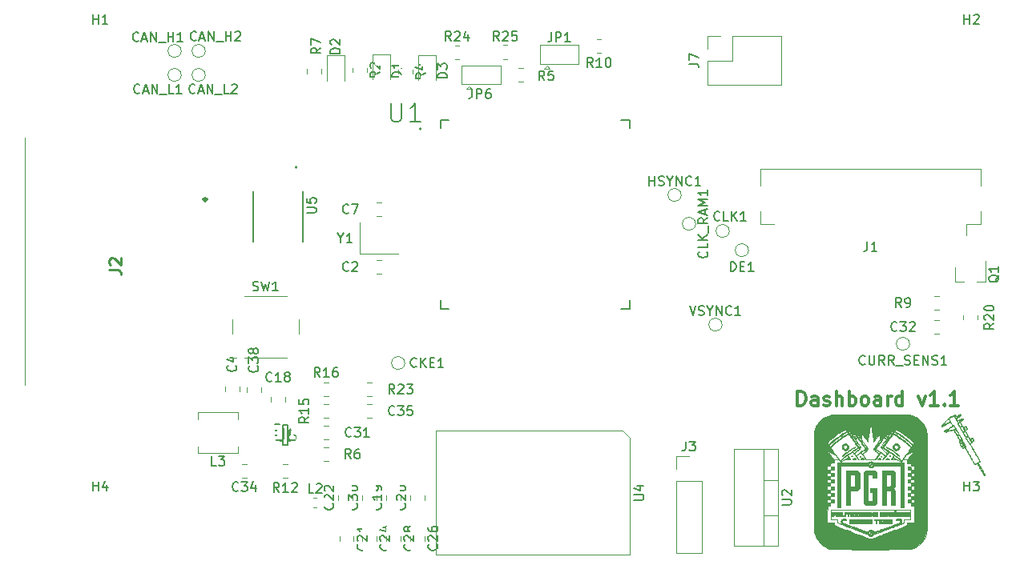
<source format=gto>
G04 #@! TF.GenerationSoftware,KiCad,Pcbnew,(5.1.8)-1*
G04 #@! TF.CreationDate,2022-07-24T23:30:39+02:00*
G04 #@! TF.ProjectId,Dashboard,44617368-626f-4617-9264-2e6b69636164,rev?*
G04 #@! TF.SameCoordinates,Original*
G04 #@! TF.FileFunction,Legend,Top*
G04 #@! TF.FilePolarity,Positive*
%FSLAX46Y46*%
G04 Gerber Fmt 4.6, Leading zero omitted, Abs format (unit mm)*
G04 Created by KiCad (PCBNEW (5.1.8)-1) date 2022-07-24 23:30:39*
%MOMM*%
%LPD*%
G01*
G04 APERTURE LIST*
%ADD10C,0.300000*%
%ADD11C,0.120000*%
%ADD12C,0.010000*%
%ADD13C,0.100000*%
%ADD14C,0.200000*%
%ADD15C,0.152400*%
%ADD16C,0.127000*%
%ADD17C,0.150000*%
%ADD18C,0.254000*%
%ADD19C,1.000000*%
%ADD20R,0.320000X0.800000*%
%ADD21R,8.000000X3.320000*%
%ADD22R,2.750000X0.660000*%
%ADD23C,0.800000*%
%ADD24C,6.400000*%
%ADD25R,0.475000X0.300000*%
%ADD26R,1.854500X2.286000*%
%ADD27R,1.000000X1.500000*%
%ADD28O,2.000000X1.905000*%
%ADD29R,2.000000X1.905000*%
%ADD30R,1.700000X1.700000*%
%ADD31O,1.700000X1.700000*%
%ADD32R,0.300000X1.300000*%
%ADD33R,1.800000X2.200000*%
%ADD34R,0.800000X0.900000*%
%ADD35C,2.000000*%
%ADD36R,1.400000X1.200000*%
G04 APERTURE END LIST*
D10*
X162604714Y-114216571D02*
X162604714Y-112716571D01*
X162961857Y-112716571D01*
X163176142Y-112788000D01*
X163319000Y-112930857D01*
X163390428Y-113073714D01*
X163461857Y-113359428D01*
X163461857Y-113573714D01*
X163390428Y-113859428D01*
X163319000Y-114002285D01*
X163176142Y-114145142D01*
X162961857Y-114216571D01*
X162604714Y-114216571D01*
X164747571Y-114216571D02*
X164747571Y-113430857D01*
X164676142Y-113288000D01*
X164533285Y-113216571D01*
X164247571Y-113216571D01*
X164104714Y-113288000D01*
X164747571Y-114145142D02*
X164604714Y-114216571D01*
X164247571Y-114216571D01*
X164104714Y-114145142D01*
X164033285Y-114002285D01*
X164033285Y-113859428D01*
X164104714Y-113716571D01*
X164247571Y-113645142D01*
X164604714Y-113645142D01*
X164747571Y-113573714D01*
X165390428Y-114145142D02*
X165533285Y-114216571D01*
X165819000Y-114216571D01*
X165961857Y-114145142D01*
X166033285Y-114002285D01*
X166033285Y-113930857D01*
X165961857Y-113788000D01*
X165819000Y-113716571D01*
X165604714Y-113716571D01*
X165461857Y-113645142D01*
X165390428Y-113502285D01*
X165390428Y-113430857D01*
X165461857Y-113288000D01*
X165604714Y-113216571D01*
X165819000Y-113216571D01*
X165961857Y-113288000D01*
X166676142Y-114216571D02*
X166676142Y-112716571D01*
X167319000Y-114216571D02*
X167319000Y-113430857D01*
X167247571Y-113288000D01*
X167104714Y-113216571D01*
X166890428Y-113216571D01*
X166747571Y-113288000D01*
X166676142Y-113359428D01*
X168033285Y-114216571D02*
X168033285Y-112716571D01*
X168033285Y-113288000D02*
X168176142Y-113216571D01*
X168461857Y-113216571D01*
X168604714Y-113288000D01*
X168676142Y-113359428D01*
X168747571Y-113502285D01*
X168747571Y-113930857D01*
X168676142Y-114073714D01*
X168604714Y-114145142D01*
X168461857Y-114216571D01*
X168176142Y-114216571D01*
X168033285Y-114145142D01*
X169604714Y-114216571D02*
X169461857Y-114145142D01*
X169390428Y-114073714D01*
X169319000Y-113930857D01*
X169319000Y-113502285D01*
X169390428Y-113359428D01*
X169461857Y-113288000D01*
X169604714Y-113216571D01*
X169819000Y-113216571D01*
X169961857Y-113288000D01*
X170033285Y-113359428D01*
X170104714Y-113502285D01*
X170104714Y-113930857D01*
X170033285Y-114073714D01*
X169961857Y-114145142D01*
X169819000Y-114216571D01*
X169604714Y-114216571D01*
X171390428Y-114216571D02*
X171390428Y-113430857D01*
X171319000Y-113288000D01*
X171176142Y-113216571D01*
X170890428Y-113216571D01*
X170747571Y-113288000D01*
X171390428Y-114145142D02*
X171247571Y-114216571D01*
X170890428Y-114216571D01*
X170747571Y-114145142D01*
X170676142Y-114002285D01*
X170676142Y-113859428D01*
X170747571Y-113716571D01*
X170890428Y-113645142D01*
X171247571Y-113645142D01*
X171390428Y-113573714D01*
X172104714Y-114216571D02*
X172104714Y-113216571D01*
X172104714Y-113502285D02*
X172176142Y-113359428D01*
X172247571Y-113288000D01*
X172390428Y-113216571D01*
X172533285Y-113216571D01*
X173676142Y-114216571D02*
X173676142Y-112716571D01*
X173676142Y-114145142D02*
X173533285Y-114216571D01*
X173247571Y-114216571D01*
X173104714Y-114145142D01*
X173033285Y-114073714D01*
X172961857Y-113930857D01*
X172961857Y-113502285D01*
X173033285Y-113359428D01*
X173104714Y-113288000D01*
X173247571Y-113216571D01*
X173533285Y-113216571D01*
X173676142Y-113288000D01*
X175390428Y-113216571D02*
X175747571Y-114216571D01*
X176104714Y-113216571D01*
X177461857Y-114216571D02*
X176604714Y-114216571D01*
X177033285Y-114216571D02*
X177033285Y-112716571D01*
X176890428Y-112930857D01*
X176747571Y-113073714D01*
X176604714Y-113145142D01*
X178104714Y-114073714D02*
X178176142Y-114145142D01*
X178104714Y-114216571D01*
X178033285Y-114145142D01*
X178104714Y-114073714D01*
X178104714Y-114216571D01*
X179604714Y-114216571D02*
X178747571Y-114216571D01*
X179176142Y-114216571D02*
X179176142Y-112716571D01*
X179033285Y-112930857D01*
X178890428Y-113073714D01*
X178747571Y-113145142D01*
D11*
X154624000Y-105664000D02*
G75*
G03*
X154624000Y-105664000I-700000J0D01*
G01*
X150306000Y-91948000D02*
G75*
G03*
X150306000Y-91948000I-700000J0D01*
G01*
X157418000Y-97790000D02*
G75*
G03*
X157418000Y-97790000I-700000J0D01*
G01*
X174436000Y-107696000D02*
G75*
G03*
X174436000Y-107696000I-700000J0D01*
G01*
X151830000Y-94996000D02*
G75*
G03*
X151830000Y-94996000I-700000J0D01*
G01*
X155386000Y-95758000D02*
G75*
G03*
X155386000Y-95758000I-700000J0D01*
G01*
X121096000Y-109728000D02*
G75*
G03*
X121096000Y-109728000I-700000J0D01*
G01*
X100014000Y-79248000D02*
G75*
G03*
X100014000Y-79248000I-700000J0D01*
G01*
X97474000Y-79248000D02*
G75*
G03*
X97474000Y-79248000I-700000J0D01*
G01*
X100014000Y-76708000D02*
G75*
G03*
X100014000Y-76708000I-700000J0D01*
G01*
X97474000Y-76708000D02*
G75*
G03*
X97474000Y-76708000I-700000J0D01*
G01*
D12*
G36*
X170641769Y-115154342D02*
G01*
X170956237Y-115154570D01*
X171267255Y-115154944D01*
X171573146Y-115155464D01*
X171872234Y-115156131D01*
X172162843Y-115156943D01*
X172443297Y-115157902D01*
X172711919Y-115159007D01*
X172967034Y-115160259D01*
X173206964Y-115161656D01*
X173430035Y-115163200D01*
X173634569Y-115164890D01*
X173818891Y-115166726D01*
X173981324Y-115168709D01*
X174120193Y-115170837D01*
X174233820Y-115173112D01*
X174320530Y-115175533D01*
X174378646Y-115178100D01*
X174404852Y-115180488D01*
X174639724Y-115235138D01*
X174872507Y-115315515D01*
X175095132Y-115418277D01*
X175299533Y-115540080D01*
X175339375Y-115567756D01*
X175538612Y-115729244D01*
X175717565Y-115913731D01*
X175874526Y-116118470D01*
X176007788Y-116340712D01*
X176115644Y-116577710D01*
X176196387Y-116826715D01*
X176236886Y-117012522D01*
X176239251Y-117042039D01*
X176241506Y-117101844D01*
X176243648Y-117190474D01*
X176245680Y-117306465D01*
X176247599Y-117448356D01*
X176249407Y-117614683D01*
X176251104Y-117803984D01*
X176252689Y-118014798D01*
X176254162Y-118245659D01*
X176255524Y-118495108D01*
X176256774Y-118761680D01*
X176257913Y-119043912D01*
X176258940Y-119340344D01*
X176259856Y-119649511D01*
X176260660Y-119969951D01*
X176261352Y-120300202D01*
X176261933Y-120638801D01*
X176262402Y-120984286D01*
X176262760Y-121335193D01*
X176263006Y-121690060D01*
X176263141Y-122047425D01*
X176263164Y-122405825D01*
X176263076Y-122763797D01*
X176262876Y-123119878D01*
X176262564Y-123472607D01*
X176262141Y-123820520D01*
X176261607Y-124162155D01*
X176260961Y-124496049D01*
X176260203Y-124820740D01*
X176259334Y-125134765D01*
X176258353Y-125436661D01*
X176257260Y-125724967D01*
X176256056Y-125998218D01*
X176254741Y-126254952D01*
X176253314Y-126493708D01*
X176251775Y-126713022D01*
X176250125Y-126911432D01*
X176248363Y-127087475D01*
X176246490Y-127239688D01*
X176244505Y-127366609D01*
X176242409Y-127466775D01*
X176240201Y-127538725D01*
X176237881Y-127580994D01*
X176236886Y-127589477D01*
X176180570Y-127830259D01*
X176097330Y-128068256D01*
X175990378Y-128295741D01*
X175862925Y-128504984D01*
X175846893Y-128527818D01*
X175687501Y-128724467D01*
X175504658Y-128901639D01*
X175301303Y-129057512D01*
X175080369Y-129190267D01*
X174844795Y-129298084D01*
X174597517Y-129379144D01*
X174404852Y-129421511D01*
X174374084Y-129424087D01*
X174313268Y-129426519D01*
X174224073Y-129428807D01*
X174108168Y-129430952D01*
X173967224Y-129432954D01*
X173802909Y-129434812D01*
X173616893Y-129436527D01*
X173410846Y-129438100D01*
X173186438Y-129439531D01*
X172945336Y-129440819D01*
X172689212Y-129441966D01*
X172419735Y-129442972D01*
X172138574Y-129443836D01*
X171847399Y-129444559D01*
X171547878Y-129445141D01*
X171241683Y-129445583D01*
X170930481Y-129445884D01*
X170615944Y-129446046D01*
X170299739Y-129446067D01*
X169983538Y-129445950D01*
X169669008Y-129445693D01*
X169357820Y-129445297D01*
X169051644Y-129444763D01*
X168752148Y-129444090D01*
X168461003Y-129443279D01*
X168179877Y-129442330D01*
X167910440Y-129441243D01*
X167654363Y-129440019D01*
X167413313Y-129438658D01*
X167188961Y-129437160D01*
X166982977Y-129435526D01*
X166797029Y-129433755D01*
X166632788Y-129431848D01*
X166491923Y-129429805D01*
X166376103Y-129427627D01*
X166286997Y-129425313D01*
X166226276Y-129422864D01*
X166195609Y-129420280D01*
X166195375Y-129420239D01*
X165963611Y-129364389D01*
X165732351Y-129282656D01*
X165510353Y-129178722D01*
X165306377Y-129056271D01*
X165270806Y-129031518D01*
X165074157Y-128872126D01*
X164896985Y-128689283D01*
X164741112Y-128485928D01*
X164608357Y-128264994D01*
X164500540Y-128029420D01*
X164419480Y-127782142D01*
X164377113Y-127589477D01*
X164374748Y-127559960D01*
X164372493Y-127500155D01*
X164370351Y-127411525D01*
X164368319Y-127295534D01*
X164366400Y-127153643D01*
X164364592Y-126987316D01*
X164362895Y-126798015D01*
X164361545Y-126618391D01*
X165734731Y-126618391D01*
X166441437Y-126626937D01*
X166450495Y-126896827D01*
X167263529Y-127203114D01*
X167423928Y-127263585D01*
X167608774Y-127333350D01*
X167812833Y-127410431D01*
X168030872Y-127492848D01*
X168257656Y-127578621D01*
X168487953Y-127665770D01*
X168716528Y-127752317D01*
X168938147Y-127836280D01*
X169147577Y-127915682D01*
X169179875Y-127927933D01*
X169358708Y-127995655D01*
X169529271Y-128060018D01*
X169689183Y-128120137D01*
X169836064Y-128175130D01*
X169967537Y-128224111D01*
X170081221Y-128266198D01*
X170174737Y-128300507D01*
X170245706Y-128326152D01*
X170291748Y-128342252D01*
X170310454Y-128347920D01*
X170329240Y-128342653D01*
X170375424Y-128326951D01*
X170446725Y-128301653D01*
X170540861Y-128267600D01*
X170655551Y-128225631D01*
X170788511Y-128176586D01*
X170937461Y-128121306D01*
X171100119Y-128060629D01*
X171274203Y-127995396D01*
X171457430Y-127926447D01*
X171532829Y-127897993D01*
X171742279Y-127818888D01*
X171960648Y-127736419D01*
X172183491Y-127652264D01*
X172406364Y-127568102D01*
X172624822Y-127485611D01*
X172834420Y-127406468D01*
X173030715Y-127332353D01*
X173209262Y-127264944D01*
X173365616Y-127205918D01*
X173458187Y-127170974D01*
X174188437Y-126895337D01*
X174193024Y-126757168D01*
X174197611Y-126619000D01*
X174894875Y-126619000D01*
X174894875Y-124854832D01*
X174561433Y-124864812D01*
X174561466Y-124694156D01*
X174561500Y-124523500D01*
X174894875Y-124523500D01*
X174894875Y-124158375D01*
X174561500Y-124158375D01*
X174561500Y-123825000D01*
X174894875Y-123825000D01*
X174894875Y-123444000D01*
X174561500Y-123444000D01*
X174561500Y-123110625D01*
X174894875Y-123110625D01*
X174894875Y-122745500D01*
X174561500Y-122745500D01*
X174561500Y-122412125D01*
X174894875Y-122412125D01*
X174894875Y-122031125D01*
X174561500Y-122031125D01*
X174561500Y-121697750D01*
X174894875Y-121697750D01*
X174894875Y-121332625D01*
X174561500Y-121332625D01*
X174561500Y-120999250D01*
X174894875Y-120999250D01*
X174894875Y-120634125D01*
X174561500Y-120634125D01*
X174561500Y-120300750D01*
X174196375Y-120300750D01*
X174196375Y-119919750D01*
X173946343Y-119919829D01*
X173696312Y-119919909D01*
X173618815Y-120032764D01*
X173541319Y-120145619D01*
X173476513Y-120136927D01*
X173438866Y-120126630D01*
X173380338Y-120104382D01*
X173308071Y-120073157D01*
X173229206Y-120035930D01*
X173204760Y-120023749D01*
X172997812Y-119919263D01*
X172732829Y-119915537D01*
X172467846Y-119911812D01*
X172479584Y-119893633D01*
X172593000Y-119893633D01*
X172607817Y-119897706D01*
X172648047Y-119901011D01*
X172707352Y-119903184D01*
X172771593Y-119903872D01*
X172950187Y-119903870D01*
X172826306Y-119824497D01*
X172771003Y-119789784D01*
X172725845Y-119762783D01*
X172697371Y-119747340D01*
X172691369Y-119745153D01*
X172677983Y-119757336D01*
X172655178Y-119787435D01*
X172629329Y-119825825D01*
X172606814Y-119862880D01*
X172594008Y-119888975D01*
X172593000Y-119893633D01*
X172479584Y-119893633D01*
X172585729Y-119729250D01*
X172629807Y-119662824D01*
X172668822Y-119607442D01*
X172699189Y-119567941D01*
X172717327Y-119549160D01*
X172719743Y-119548275D01*
X172753866Y-119553839D01*
X172766336Y-119564960D01*
X172767625Y-119576296D01*
X172758411Y-119603173D01*
X172736184Y-119637934D01*
X172735552Y-119638742D01*
X172703479Y-119679516D01*
X172755395Y-119718906D01*
X172804415Y-119753202D01*
X172873985Y-119798097D01*
X172956689Y-119849156D01*
X173045110Y-119901949D01*
X173131832Y-119952042D01*
X173209439Y-119995002D01*
X173267239Y-120024818D01*
X173345458Y-120059677D01*
X173398735Y-120076133D01*
X173427874Y-120074363D01*
X173434375Y-120061106D01*
X173421384Y-120029472D01*
X173383917Y-119982456D01*
X173324230Y-119921805D01*
X173244579Y-119849268D01*
X173147219Y-119766593D01*
X173034407Y-119675527D01*
X172908400Y-119577818D01*
X172771452Y-119475214D01*
X172625821Y-119369463D01*
X172473762Y-119262312D01*
X172317532Y-119155509D01*
X172159386Y-119050803D01*
X172001581Y-118949941D01*
X171993628Y-118944960D01*
X171908636Y-118893372D01*
X171819598Y-118842077D01*
X171731559Y-118793696D01*
X171649563Y-118750851D01*
X171578654Y-118716166D01*
X171523877Y-118692262D01*
X171490276Y-118681763D01*
X171486870Y-118681500D01*
X171468317Y-118690484D01*
X171473663Y-118716191D01*
X171501074Y-118756754D01*
X171548712Y-118810303D01*
X171614741Y-118874971D01*
X171697322Y-118948890D01*
X171794621Y-119030191D01*
X171904799Y-119117006D01*
X171945429Y-119147870D01*
X172067337Y-119239626D01*
X172114902Y-119186781D01*
X172145479Y-119155215D01*
X172164825Y-119145080D01*
X172181547Y-119153020D01*
X172187432Y-119158515D01*
X172193218Y-119167520D01*
X172193243Y-119180567D01*
X172185664Y-119200487D01*
X172168638Y-119230112D01*
X172140324Y-119272274D01*
X172098878Y-119329805D01*
X172042460Y-119405538D01*
X171969226Y-119502304D01*
X171931852Y-119551421D01*
X171850198Y-119658310D01*
X171785166Y-119742444D01*
X171734374Y-119806503D01*
X171695438Y-119853167D01*
X171665977Y-119885116D01*
X171643607Y-119905029D01*
X171625947Y-119915586D01*
X171610612Y-119919466D01*
X171604332Y-119919749D01*
X171557356Y-119919750D01*
X171596109Y-119868156D01*
X171621848Y-119833871D01*
X171660714Y-119782078D01*
X171706787Y-119720669D01*
X171740978Y-119675090D01*
X171847093Y-119533618D01*
X171739828Y-119454542D01*
X171653001Y-119392262D01*
X171551163Y-119322031D01*
X171439856Y-119247419D01*
X171324622Y-119171996D01*
X171211002Y-119099332D01*
X171104540Y-119032998D01*
X171010776Y-118976565D01*
X170935252Y-118933601D01*
X170912571Y-118921592D01*
X170821987Y-118877092D01*
X170757290Y-118850163D01*
X170717906Y-118840827D01*
X170703262Y-118849109D01*
X170712784Y-118875033D01*
X170745897Y-118918623D01*
X170754181Y-118928190D01*
X170782520Y-118956576D01*
X170827667Y-118997374D01*
X170884771Y-119046635D01*
X170948980Y-119100413D01*
X171015445Y-119154761D01*
X171079315Y-119205731D01*
X171135740Y-119249377D01*
X171179869Y-119281751D01*
X171206851Y-119298906D01*
X171211846Y-119300624D01*
X171230559Y-119288652D01*
X171252819Y-119261247D01*
X171275707Y-119234712D01*
X171298523Y-119233297D01*
X171308793Y-119238017D01*
X171316485Y-119244857D01*
X171317800Y-119256348D01*
X171310881Y-119275428D01*
X171293872Y-119305034D01*
X171264918Y-119348104D01*
X171222163Y-119407575D01*
X171163751Y-119486383D01*
X171088889Y-119586056D01*
X170838812Y-119917946D01*
X170321423Y-119918848D01*
X169804033Y-119919750D01*
X169554403Y-119591961D01*
X169478106Y-119491368D01*
X169419451Y-119412822D01*
X169376526Y-119353356D01*
X169347418Y-119310003D01*
X169330214Y-119279797D01*
X169323001Y-119259770D01*
X169323868Y-119246956D01*
X169328068Y-119240877D01*
X169346530Y-119228050D01*
X169362968Y-119237392D01*
X169378570Y-119259103D01*
X169402216Y-119288243D01*
X169421299Y-119300621D01*
X169421513Y-119300625D01*
X169441889Y-119290820D01*
X169481225Y-119264016D01*
X169534590Y-119224127D01*
X169597056Y-119175065D01*
X169663691Y-119120746D01*
X169729567Y-119065083D01*
X169789754Y-119011989D01*
X169818450Y-118985486D01*
X169880907Y-118923052D01*
X169917378Y-118878262D01*
X169927912Y-118851305D01*
X169912562Y-118842367D01*
X169871378Y-118851636D01*
X169804414Y-118879300D01*
X169791062Y-118885564D01*
X169729002Y-118917910D01*
X169646111Y-118965268D01*
X169547506Y-119024354D01*
X169438303Y-119091881D01*
X169323619Y-119164565D01*
X169208570Y-119239121D01*
X169098274Y-119312264D01*
X168997845Y-119380708D01*
X168912402Y-119441169D01*
X168847060Y-119490361D01*
X168838872Y-119496918D01*
X168791557Y-119535246D01*
X168937178Y-119727498D01*
X169082800Y-119919750D01*
X169032119Y-119918873D01*
X169004024Y-119915002D01*
X168978414Y-119901017D01*
X168948972Y-119871730D01*
X168909384Y-119821955D01*
X168901668Y-119811717D01*
X168866556Y-119765121D01*
X168816811Y-119699356D01*
X168757045Y-119620507D01*
X168691868Y-119534658D01*
X168625893Y-119447893D01*
X168625074Y-119446816D01*
X168558872Y-119359477D01*
X168510007Y-119293705D01*
X168486881Y-119260884D01*
X168602683Y-119260884D01*
X168604049Y-119277870D01*
X168619861Y-119307032D01*
X168652489Y-119353939D01*
X168664364Y-119370199D01*
X168701453Y-119418707D01*
X168732279Y-119455357D01*
X168751612Y-119474053D01*
X168754439Y-119475250D01*
X168771743Y-119466445D01*
X168808931Y-119442540D01*
X168860350Y-119407296D01*
X168914096Y-119369011D01*
X169031531Y-119286193D01*
X169162089Y-119197876D01*
X169297387Y-119109484D01*
X169429040Y-119026442D01*
X169548667Y-118954173D01*
X169608500Y-118919744D01*
X169670106Y-118885038D01*
X169720640Y-118856378D01*
X169754202Y-118837125D01*
X169764913Y-118830715D01*
X169757084Y-118817535D01*
X169733223Y-118781511D01*
X169695523Y-118725799D01*
X169646173Y-118653555D01*
X169587364Y-118567935D01*
X169521289Y-118472096D01*
X169450137Y-118369194D01*
X169376099Y-118262385D01*
X169301368Y-118154825D01*
X169228133Y-118049669D01*
X169158585Y-117950076D01*
X169094916Y-117859200D01*
X169039317Y-117780197D01*
X168993978Y-117716225D01*
X168961090Y-117670439D01*
X168942845Y-117645995D01*
X168940821Y-117643580D01*
X168921726Y-117643825D01*
X168884345Y-117657750D01*
X168836512Y-117680984D01*
X168786064Y-117709161D01*
X168740835Y-117737912D01*
X168708662Y-117762868D01*
X168697339Y-117779316D01*
X168706568Y-117797144D01*
X168731913Y-117837530D01*
X168771132Y-117897129D01*
X168821982Y-117972594D01*
X168882221Y-118060579D01*
X168949608Y-118157737D01*
X168979120Y-118199928D01*
X169048869Y-118300369D01*
X169112280Y-118393556D01*
X169167115Y-118476047D01*
X169211134Y-118544403D01*
X169242097Y-118595185D01*
X169257766Y-118624951D01*
X169259250Y-118630239D01*
X169246414Y-118671601D01*
X169207748Y-118728308D01*
X169143006Y-118800608D01*
X169051948Y-118888749D01*
X168934330Y-118992980D01*
X168789909Y-119113550D01*
X168778744Y-119122645D01*
X168720308Y-119169609D01*
X168668909Y-119209878D01*
X168630708Y-119238687D01*
X168613391Y-119250508D01*
X168602683Y-119260884D01*
X168486881Y-119260884D01*
X168476369Y-119245967D01*
X168455848Y-119212732D01*
X168446337Y-119190467D01*
X168445725Y-119175641D01*
X168451904Y-119164721D01*
X168454797Y-119161648D01*
X168472895Y-119147237D01*
X168489326Y-119149921D01*
X168512824Y-119173052D01*
X168526452Y-119189132D01*
X168571559Y-119243163D01*
X168752589Y-119101237D01*
X168854593Y-119019187D01*
X168946661Y-118941089D01*
X169026258Y-118869417D01*
X169090851Y-118806647D01*
X169137902Y-118755253D01*
X169164879Y-118717711D01*
X169169245Y-118696494D01*
X169168335Y-118695360D01*
X169144558Y-118688229D01*
X169102010Y-118696688D01*
X169039625Y-118721275D01*
X168956336Y-118762529D01*
X168851078Y-118820989D01*
X168722784Y-118897193D01*
X168570389Y-118991681D01*
X168524241Y-119020861D01*
X168389090Y-119108530D01*
X168250313Y-119202054D01*
X168110395Y-119299486D01*
X167971825Y-119398878D01*
X167837087Y-119498283D01*
X167708669Y-119595752D01*
X167589058Y-119689338D01*
X167480739Y-119777093D01*
X167386199Y-119857069D01*
X167307926Y-119927319D01*
X167248405Y-119985895D01*
X167210122Y-120030848D01*
X167195566Y-120060233D01*
X167195500Y-120061674D01*
X167208183Y-120077027D01*
X167246113Y-120073414D01*
X167309104Y-120050880D01*
X167390321Y-120012832D01*
X167447042Y-119982886D01*
X167515761Y-119944402D01*
X167585566Y-119903875D01*
X167681014Y-119903875D01*
X168054545Y-119903875D01*
X168028137Y-119859170D01*
X167999503Y-119814045D01*
X167973921Y-119777598D01*
X167946112Y-119740732D01*
X167813563Y-119822303D01*
X167681014Y-119903875D01*
X167585566Y-119903875D01*
X167591629Y-119900355D01*
X167669793Y-119853718D01*
X167745405Y-119807464D01*
X167813612Y-119764567D01*
X167869565Y-119728000D01*
X167908412Y-119700737D01*
X167925304Y-119685750D01*
X167925645Y-119684690D01*
X167917605Y-119665243D01*
X167898042Y-119632037D01*
X167894633Y-119626799D01*
X167877184Y-119585114D01*
X167882426Y-119553724D01*
X167908686Y-119539541D01*
X167915787Y-119539358D01*
X167928609Y-119552016D01*
X167954288Y-119585711D01*
X167988882Y-119634536D01*
X168028447Y-119692587D01*
X168069039Y-119753958D01*
X168106717Y-119812745D01*
X168137535Y-119863043D01*
X168157552Y-119898947D01*
X168161229Y-119906905D01*
X168148027Y-119911137D01*
X168108128Y-119914782D01*
X168046584Y-119917591D01*
X167968446Y-119919316D01*
X167900134Y-119919750D01*
X167633747Y-119919750D01*
X167432095Y-120021918D01*
X167326371Y-120073754D01*
X167244142Y-120109759D01*
X167181996Y-120130957D01*
X167136522Y-120138375D01*
X167104307Y-120133037D01*
X167090469Y-120124595D01*
X167068940Y-120101143D01*
X167037083Y-120060085D01*
X167002739Y-120011670D01*
X166940316Y-119919750D01*
X166690877Y-119919732D01*
X166441437Y-119919714D01*
X166441437Y-120292812D01*
X166254906Y-120297285D01*
X166068374Y-120301757D01*
X166068374Y-120467941D01*
X166068375Y-120634125D01*
X165735000Y-120634125D01*
X165735000Y-120999250D01*
X166068375Y-120999250D01*
X166068375Y-121332625D01*
X165735000Y-121332625D01*
X165735000Y-121697750D01*
X166068375Y-121697750D01*
X166068375Y-122031125D01*
X165735000Y-122031125D01*
X165735000Y-122412125D01*
X166068375Y-122412125D01*
X166068375Y-122745500D01*
X165735000Y-122745500D01*
X165735000Y-123110625D01*
X166068375Y-123110625D01*
X166068375Y-123444000D01*
X165735000Y-123444000D01*
X165735000Y-123825000D01*
X166068375Y-123825000D01*
X166068375Y-124158375D01*
X165735000Y-124158375D01*
X165735000Y-124523500D01*
X166068375Y-124523500D01*
X166068395Y-124694156D01*
X166068416Y-124864812D01*
X165742937Y-124864812D01*
X165738834Y-125741602D01*
X165734731Y-126618391D01*
X164361545Y-126618391D01*
X164361310Y-126587201D01*
X164359837Y-126356340D01*
X164358475Y-126106891D01*
X164357225Y-125840319D01*
X164356086Y-125558087D01*
X164355059Y-125261655D01*
X164354143Y-124952488D01*
X164353339Y-124632048D01*
X164352647Y-124301797D01*
X164352066Y-123963198D01*
X164351597Y-123617713D01*
X164351239Y-123266806D01*
X164350993Y-122911939D01*
X164350858Y-122554574D01*
X164350835Y-122196174D01*
X164350923Y-121838202D01*
X164351123Y-121482121D01*
X164351435Y-121129392D01*
X164351858Y-120781479D01*
X164352392Y-120439844D01*
X164353038Y-120105950D01*
X164353796Y-119781259D01*
X164354665Y-119467234D01*
X164355646Y-119165338D01*
X164356035Y-119062533D01*
X165747077Y-119062533D01*
X165801601Y-119129985D01*
X165825817Y-119160051D01*
X165866713Y-119210949D01*
X165921120Y-119278731D01*
X165985870Y-119359446D01*
X166057794Y-119449147D01*
X166133724Y-119543885D01*
X166139149Y-119550656D01*
X166422173Y-119903875D01*
X166666750Y-119903875D01*
X166761563Y-119903414D01*
X166828466Y-119901802D01*
X166871289Y-119898691D01*
X166893861Y-119893733D01*
X166900013Y-119886582D01*
X166898632Y-119882858D01*
X166870719Y-119839187D01*
X166832134Y-119782236D01*
X166786491Y-119716962D01*
X166737403Y-119648322D01*
X166688486Y-119581273D01*
X166643354Y-119520771D01*
X166605620Y-119471773D01*
X166578900Y-119439235D01*
X166567017Y-119428085D01*
X166548294Y-119421566D01*
X166504965Y-119403505D01*
X166441213Y-119375740D01*
X166361225Y-119340109D01*
X166269185Y-119298452D01*
X166201892Y-119267642D01*
X166101389Y-119221499D01*
X166007705Y-119178644D01*
X165925615Y-119141248D01*
X165859895Y-119111483D01*
X165815321Y-119091523D01*
X165800570Y-119085096D01*
X165747077Y-119062533D01*
X164356035Y-119062533D01*
X164356739Y-118877032D01*
X164357597Y-118682306D01*
X166086170Y-118682306D01*
X166098762Y-118700372D01*
X166109819Y-118710899D01*
X166125020Y-118729518D01*
X166156485Y-118771628D01*
X166202366Y-118834643D01*
X166260815Y-118915976D01*
X166329985Y-119013041D01*
X166408027Y-119123252D01*
X166493093Y-119244023D01*
X166583335Y-119372768D01*
X166609201Y-119409781D01*
X166699641Y-119539053D01*
X166784639Y-119660096D01*
X166862462Y-119770476D01*
X166931378Y-119867755D01*
X166989654Y-119949498D01*
X167035558Y-120013270D01*
X167067357Y-120056634D01*
X167083320Y-120077155D01*
X167084805Y-120078500D01*
X167097879Y-120066307D01*
X167118108Y-120036643D01*
X167119968Y-120033530D01*
X167160345Y-119979445D01*
X167225064Y-119910942D01*
X167311349Y-119830113D01*
X167416422Y-119739049D01*
X167537504Y-119639841D01*
X167671819Y-119534580D01*
X167816587Y-119425357D01*
X167969031Y-119314263D01*
X168126374Y-119203390D01*
X168285838Y-119094828D01*
X168444645Y-118990668D01*
X168600017Y-118893001D01*
X168749176Y-118803919D01*
X168767328Y-118793444D01*
X168837791Y-118751482D01*
X168896943Y-118713447D01*
X168939915Y-118682692D01*
X168961836Y-118662570D01*
X168963627Y-118658322D01*
X168954339Y-118640678D01*
X168928809Y-118600358D01*
X168889084Y-118540283D01*
X168837206Y-118463372D01*
X168775222Y-118372547D01*
X168705175Y-118270729D01*
X168629110Y-118160836D01*
X168549071Y-118045792D01*
X168467104Y-117928515D01*
X168385252Y-117811926D01*
X168305561Y-117698946D01*
X168230074Y-117592496D01*
X168160837Y-117495496D01*
X168099893Y-117410866D01*
X168049288Y-117341528D01*
X168011067Y-117290401D01*
X167987273Y-117260407D01*
X167980193Y-117253534D01*
X167953877Y-117261561D01*
X167904745Y-117285518D01*
X167836118Y-117323309D01*
X167751316Y-117372835D01*
X167653658Y-117432000D01*
X167546466Y-117498708D01*
X167433058Y-117570860D01*
X167316756Y-117646360D01*
X167200880Y-117723111D01*
X167088749Y-117799016D01*
X166983684Y-117871977D01*
X166889006Y-117939898D01*
X166862125Y-117959720D01*
X166716871Y-118069781D01*
X166580989Y-118176906D01*
X166456991Y-118278883D01*
X166347388Y-118373499D01*
X166254694Y-118458541D01*
X166181420Y-118531796D01*
X166130077Y-118591051D01*
X166107925Y-118624131D01*
X166089314Y-118660998D01*
X166086170Y-118682306D01*
X164357597Y-118682306D01*
X164357943Y-118603781D01*
X164358772Y-118441826D01*
X165925500Y-118441826D01*
X165931811Y-118468452D01*
X165941229Y-118475125D01*
X165958936Y-118487308D01*
X165984162Y-118517772D01*
X165992822Y-118530490D01*
X166017236Y-118564942D01*
X166035113Y-118584435D01*
X166038434Y-118586053D01*
X166052298Y-118574256D01*
X166076883Y-118543935D01*
X166093174Y-118521325D01*
X166131011Y-118474495D01*
X166189239Y-118412275D01*
X166263326Y-118338943D01*
X166348739Y-118258781D01*
X166440949Y-118176068D01*
X166535422Y-118095084D01*
X166603820Y-118039031D01*
X166784027Y-117899309D01*
X166973913Y-117760748D01*
X167167317Y-117627445D01*
X167358081Y-117503501D01*
X167540044Y-117393013D01*
X167707048Y-117300083D01*
X167739218Y-117283398D01*
X167808382Y-117246838D01*
X167865943Y-117214132D01*
X167906627Y-117188449D01*
X167907558Y-117187670D01*
X168120332Y-117187670D01*
X168123745Y-117202225D01*
X168144627Y-117240411D01*
X168183175Y-117302528D01*
X168239585Y-117388874D01*
X168314054Y-117499746D01*
X168406780Y-117635442D01*
X168517958Y-117796262D01*
X168596582Y-117909204D01*
X168704049Y-118063181D01*
X168794920Y-118193115D01*
X168870750Y-118301016D01*
X168933094Y-118388891D01*
X168983506Y-118458749D01*
X169023540Y-118512598D01*
X169054752Y-118552447D01*
X169078696Y-118580303D01*
X169096927Y-118598175D01*
X169110998Y-118608072D01*
X169122466Y-118612001D01*
X169132884Y-118611971D01*
X169139691Y-118610808D01*
X169177955Y-118599848D01*
X169200617Y-118587732D01*
X169194548Y-118572293D01*
X169171587Y-118533250D01*
X169133245Y-118472874D01*
X169081031Y-118393432D01*
X169016457Y-118297195D01*
X168941032Y-118186432D01*
X168856269Y-118063412D01*
X168763677Y-117930404D01*
X168750663Y-117911810D01*
X168659600Y-117781532D01*
X168573542Y-117657914D01*
X168519784Y-117580355D01*
X168545962Y-117580355D01*
X168585678Y-117638802D01*
X168613005Y-117674239D01*
X168635294Y-117694997D01*
X168641150Y-117697250D01*
X168662388Y-117690560D01*
X168703084Y-117673003D01*
X168754517Y-117648346D01*
X168755671Y-117647769D01*
X168820393Y-117614871D01*
X168860186Y-117591347D01*
X168864841Y-117586475D01*
X169046753Y-117586475D01*
X169052585Y-117601998D01*
X169075267Y-117641010D01*
X169113230Y-117701141D01*
X169164906Y-117780018D01*
X169228727Y-117875268D01*
X169303126Y-117984519D01*
X169386534Y-118105400D01*
X169448709Y-118194620D01*
X169546584Y-118334426D01*
X169628022Y-118450358D01*
X169694734Y-118544590D01*
X169748433Y-118619301D01*
X169790829Y-118676664D01*
X169823636Y-118718857D01*
X169848565Y-118748056D01*
X169867327Y-118766437D01*
X169881636Y-118776175D01*
X169893202Y-118779448D01*
X169903737Y-118778431D01*
X169907268Y-118777528D01*
X169937708Y-118761925D01*
X169948140Y-118743480D01*
X169938932Y-118726132D01*
X169913293Y-118685639D01*
X169873110Y-118624790D01*
X169820269Y-118546373D01*
X169756658Y-118453176D01*
X169684163Y-118347987D01*
X169604672Y-118233594D01*
X169555234Y-118162886D01*
X169472603Y-118044582D01*
X169395915Y-117934037D01*
X169327042Y-117834006D01*
X169319239Y-117822566D01*
X169352385Y-117822566D01*
X169686817Y-118298249D01*
X169763187Y-118407478D01*
X169833427Y-118509107D01*
X169895498Y-118600093D01*
X169947357Y-118677391D01*
X169986963Y-118737960D01*
X170012274Y-118778755D01*
X170021249Y-118796734D01*
X170021250Y-118796771D01*
X170007843Y-118834661D01*
X169967642Y-118889505D01*
X169900679Y-118961275D01*
X169806983Y-119049939D01*
X169686586Y-119155468D01*
X169539519Y-119277829D01*
X169529423Y-119286051D01*
X169459515Y-119342914D01*
X169672913Y-119622684D01*
X169886312Y-119902453D01*
X170316933Y-119903164D01*
X170747553Y-119903875D01*
X170920183Y-119678427D01*
X170979395Y-119601021D01*
X171034961Y-119528242D01*
X171082729Y-119465537D01*
X171118548Y-119418356D01*
X171135447Y-119395933D01*
X171178081Y-119338888D01*
X171048134Y-119236490D01*
X170970331Y-119172852D01*
X170890754Y-119103681D01*
X170814000Y-119033393D01*
X170744669Y-118966400D01*
X170687359Y-118907116D01*
X170646669Y-118859955D01*
X170629636Y-118834833D01*
X170624344Y-118822742D01*
X170861250Y-118822742D01*
X170897656Y-118845202D01*
X170926348Y-118862172D01*
X170975161Y-118890314D01*
X171036521Y-118925282D01*
X171084875Y-118952616D01*
X171155403Y-118994152D01*
X171244735Y-119049473D01*
X171346151Y-119114158D01*
X171452933Y-119183789D01*
X171558360Y-119253947D01*
X171655714Y-119320212D01*
X171738275Y-119378166D01*
X171791305Y-119417211D01*
X171833698Y-119448089D01*
X171866338Y-119469139D01*
X171879980Y-119475250D01*
X171895055Y-119463529D01*
X171923388Y-119432529D01*
X171959350Y-119388490D01*
X171966213Y-119379641D01*
X172000755Y-119332291D01*
X172025095Y-119294152D01*
X172034772Y-119272331D01*
X172034609Y-119270675D01*
X172020878Y-119256343D01*
X171986930Y-119226521D01*
X171937558Y-119185275D01*
X171877557Y-119136675D01*
X171863790Y-119125705D01*
X171743142Y-119026850D01*
X171636120Y-118933179D01*
X171544710Y-118846791D01*
X171470897Y-118769784D01*
X171416666Y-118704258D01*
X171395839Y-118671136D01*
X171656375Y-118671136D01*
X171669433Y-118681457D01*
X171704485Y-118702745D01*
X171755341Y-118731341D01*
X171787343Y-118748610D01*
X171921469Y-118823423D01*
X172067376Y-118910909D01*
X172221742Y-119008630D01*
X172381243Y-119114143D01*
X172542558Y-119225009D01*
X172702363Y-119338788D01*
X172857337Y-119453040D01*
X173004156Y-119565324D01*
X173139500Y-119673200D01*
X173260044Y-119774229D01*
X173362466Y-119865969D01*
X173443445Y-119945981D01*
X173489828Y-119998987D01*
X173522706Y-120039876D01*
X173546713Y-120068572D01*
X173556222Y-120078500D01*
X173565705Y-120065890D01*
X173591682Y-120029665D01*
X173632458Y-119972230D01*
X173686335Y-119895992D01*
X173687044Y-119894985D01*
X173736000Y-119894985D01*
X173750966Y-119897997D01*
X173792239Y-119900449D01*
X173854376Y-119902162D01*
X173931934Y-119902957D01*
X173978093Y-119902943D01*
X174220187Y-119902011D01*
X174545625Y-119494901D01*
X174624031Y-119396659D01*
X174695941Y-119306253D01*
X174758986Y-119226686D01*
X174810795Y-119160959D01*
X174849000Y-119112077D01*
X174871231Y-119083041D01*
X174875982Y-119076259D01*
X174863443Y-119079608D01*
X174825587Y-119094706D01*
X174765940Y-119120026D01*
X174688026Y-119154042D01*
X174595370Y-119195229D01*
X174491497Y-119242059D01*
X174461693Y-119255607D01*
X174042482Y-119446487D01*
X173889241Y-119666291D01*
X173838638Y-119739375D01*
X173795081Y-119803239D01*
X173761555Y-119853429D01*
X173741045Y-119885489D01*
X173736000Y-119894985D01*
X173687044Y-119894985D01*
X173751617Y-119803357D01*
X173826607Y-119696731D01*
X173909608Y-119578519D01*
X173998923Y-119451129D01*
X174037132Y-119396578D01*
X174128954Y-119265679D01*
X174215555Y-119142673D01*
X174295184Y-119030014D01*
X174366093Y-118930156D01*
X174426532Y-118845555D01*
X174474749Y-118778664D01*
X174508997Y-118731937D01*
X174527525Y-118707829D01*
X174530128Y-118705078D01*
X174542551Y-118680935D01*
X174530045Y-118640951D01*
X174494282Y-118586614D01*
X174436936Y-118519412D01*
X174359683Y-118440833D01*
X174264194Y-118352364D01*
X174152145Y-118255495D01*
X174025208Y-118151713D01*
X173885059Y-118042506D01*
X173733370Y-117929361D01*
X173571815Y-117813768D01*
X173402069Y-117697213D01*
X173378812Y-117681616D01*
X173274964Y-117613301D01*
X173168031Y-117544989D01*
X173061772Y-117478893D01*
X172959950Y-117417229D01*
X172866324Y-117362210D01*
X172784656Y-117316052D01*
X172718706Y-117280969D01*
X172672236Y-117259176D01*
X172650514Y-117252750D01*
X172640446Y-117265303D01*
X172614277Y-117301041D01*
X172574031Y-117357078D01*
X172521729Y-117430526D01*
X172459395Y-117518502D01*
X172389052Y-117618119D01*
X172312721Y-117726492D01*
X172232425Y-117840734D01*
X172150188Y-117957961D01*
X172068030Y-118075286D01*
X171987976Y-118189823D01*
X171912047Y-118298688D01*
X171842266Y-118398994D01*
X171780656Y-118487856D01*
X171729240Y-118562388D01*
X171690039Y-118619704D01*
X171665076Y-118656919D01*
X171656375Y-118671136D01*
X171395839Y-118671136D01*
X171384002Y-118652312D01*
X171374891Y-118616044D01*
X171376279Y-118610286D01*
X171387303Y-118591962D01*
X171398937Y-118574338D01*
X171429689Y-118574338D01*
X171440699Y-118590115D01*
X171472677Y-118605351D01*
X171515112Y-118615386D01*
X171524616Y-118616417D01*
X171537057Y-118604073D01*
X171565865Y-118568008D01*
X171609314Y-118510594D01*
X171665676Y-118434198D01*
X171733226Y-118341192D01*
X171810238Y-118233944D01*
X171894984Y-118114826D01*
X171985737Y-117986205D01*
X172036585Y-117913704D01*
X172129494Y-117780794D01*
X172216689Y-117655750D01*
X172296509Y-117540976D01*
X172367293Y-117438874D01*
X172427382Y-117351847D01*
X172475114Y-117282297D01*
X172508828Y-117232628D01*
X172526864Y-117205242D01*
X172529500Y-117200561D01*
X172516042Y-117190389D01*
X172482745Y-117176407D01*
X172480072Y-117175489D01*
X172705213Y-117175489D01*
X172705735Y-117179718D01*
X172722077Y-117189094D01*
X172759252Y-117208428D01*
X172809569Y-117233731D01*
X172815250Y-117236546D01*
X172963863Y-117315090D01*
X173130346Y-117411940D01*
X173309429Y-117523658D01*
X173495841Y-117646812D01*
X173684313Y-117777965D01*
X173869574Y-117913682D01*
X173960414Y-117983000D01*
X174038225Y-118045383D01*
X174122974Y-118116979D01*
X174210511Y-118193907D01*
X174296682Y-118272286D01*
X174377336Y-118348236D01*
X174448319Y-118417877D01*
X174505481Y-118477329D01*
X174544667Y-118522710D01*
X174557439Y-118540913D01*
X174578722Y-118571836D01*
X174594510Y-118586134D01*
X174595378Y-118586250D01*
X174609963Y-118574019D01*
X174632686Y-118543513D01*
X174640181Y-118531810D01*
X174665743Y-118495729D01*
X174687508Y-118473635D01*
X174691608Y-118471443D01*
X174706283Y-118453541D01*
X174696482Y-118419188D01*
X174663876Y-118369940D01*
X174610138Y-118307353D01*
X174536939Y-118232984D01*
X174445953Y-118148388D01*
X174338851Y-118055123D01*
X174217307Y-117954744D01*
X174082991Y-117848808D01*
X173937577Y-117738871D01*
X173786696Y-117629307D01*
X173669300Y-117547130D01*
X173548309Y-117464991D01*
X173426816Y-117384775D01*
X173307914Y-117308365D01*
X173194698Y-117237645D01*
X173090262Y-117174500D01*
X172997698Y-117120814D01*
X172920102Y-117078470D01*
X172860567Y-117049353D01*
X172822186Y-117035347D01*
X172810699Y-117034941D01*
X172792124Y-117050335D01*
X172765865Y-117080946D01*
X172738344Y-117117916D01*
X172715986Y-117152384D01*
X172705213Y-117175489D01*
X172480072Y-117175489D01*
X172473323Y-117173172D01*
X172423693Y-117165451D01*
X172387066Y-117176055D01*
X172370949Y-117202539D01*
X172370750Y-117206601D01*
X172361893Y-117221836D01*
X172336465Y-117260543D01*
X172296172Y-117320235D01*
X172242724Y-117398426D01*
X172177830Y-117492630D01*
X172103199Y-117600360D01*
X172020539Y-117719130D01*
X171931560Y-117846452D01*
X171901970Y-117888683D01*
X171811201Y-118018374D01*
X171726088Y-118140424D01*
X171648357Y-118252328D01*
X171579733Y-118351582D01*
X171521940Y-118435680D01*
X171476705Y-118502118D01*
X171445752Y-118548393D01*
X171430806Y-118571998D01*
X171429689Y-118574338D01*
X171398937Y-118574338D01*
X171414288Y-118551084D01*
X171454908Y-118491058D01*
X171506838Y-118415285D01*
X171567756Y-118327170D01*
X171635335Y-118230116D01*
X171660618Y-118193970D01*
X171730036Y-118094759D01*
X171793748Y-118003532D01*
X171849419Y-117923650D01*
X171894712Y-117858471D01*
X171927288Y-117811356D01*
X171944813Y-117785663D01*
X171946989Y-117782301D01*
X171939005Y-117765996D01*
X171903887Y-117739684D01*
X171844009Y-117705081D01*
X171829669Y-117697523D01*
X171773070Y-117668843D01*
X171728311Y-117647610D01*
X171701861Y-117636822D01*
X171697519Y-117636284D01*
X171687863Y-117650051D01*
X171661986Y-117687102D01*
X171621818Y-117744672D01*
X171569288Y-117819994D01*
X171506325Y-117910302D01*
X171434857Y-118012830D01*
X171356815Y-118124811D01*
X171322887Y-118173500D01*
X171240757Y-118291203D01*
X171162698Y-118402768D01*
X171090928Y-118505045D01*
X171027666Y-118594884D01*
X170975132Y-118669136D01*
X170935546Y-118724650D01*
X170911126Y-118758278D01*
X170906781Y-118764027D01*
X170861250Y-118822742D01*
X170624344Y-118822742D01*
X170616884Y-118805703D01*
X170617082Y-118781964D01*
X170631481Y-118754230D01*
X170676064Y-118754230D01*
X170706864Y-118771475D01*
X170745599Y-118778685D01*
X170775923Y-118773228D01*
X170779099Y-118770819D01*
X170792064Y-118754265D01*
X170821254Y-118714400D01*
X170864726Y-118653956D01*
X170920539Y-118575662D01*
X170986753Y-118482248D01*
X171061424Y-118376443D01*
X171142611Y-118260978D01*
X171203476Y-118174158D01*
X171287252Y-118054220D01*
X171364927Y-117942454D01*
X171434696Y-117841498D01*
X171494754Y-117753991D01*
X171543298Y-117682569D01*
X171578521Y-117629872D01*
X171598620Y-117598537D01*
X171602689Y-117590647D01*
X171585164Y-117582930D01*
X171568201Y-117577473D01*
X171757690Y-117577473D01*
X171759651Y-117581335D01*
X171780715Y-117591551D01*
X171820720Y-117612803D01*
X171870687Y-117640313D01*
X171922272Y-117667528D01*
X171965204Y-117687285D01*
X171989750Y-117695206D01*
X172012398Y-117683926D01*
X172040772Y-117653657D01*
X172050799Y-117639397D01*
X172072846Y-117601041D01*
X172076344Y-117579163D01*
X172066674Y-117568001D01*
X172033967Y-117547981D01*
X171988411Y-117521670D01*
X171938139Y-117493554D01*
X171891288Y-117468123D01*
X171855991Y-117449865D01*
X171840552Y-117443250D01*
X171825355Y-117455021D01*
X171803843Y-117483933D01*
X171781644Y-117520382D01*
X171764384Y-117554763D01*
X171757690Y-117577473D01*
X171568201Y-117577473D01*
X171550037Y-117571630D01*
X171546982Y-117570746D01*
X171514860Y-117564079D01*
X171493029Y-117571198D01*
X171470988Y-117597705D01*
X171457564Y-117618465D01*
X171440012Y-117644877D01*
X171406411Y-117694133D01*
X171358943Y-117763080D01*
X171299789Y-117848569D01*
X171231131Y-117947448D01*
X171155151Y-118056567D01*
X171074031Y-118172774D01*
X171044627Y-118214826D01*
X170964256Y-118330012D01*
X170890059Y-118436920D01*
X170823911Y-118532804D01*
X170767688Y-118614920D01*
X170723267Y-118680521D01*
X170692523Y-118726861D01*
X170677332Y-118751196D01*
X170676064Y-118754230D01*
X170631481Y-118754230D01*
X170632587Y-118752101D01*
X170652445Y-118723307D01*
X170672927Y-118694223D01*
X170708956Y-118642834D01*
X170757920Y-118572880D01*
X170817202Y-118488097D01*
X170884189Y-118392224D01*
X170956267Y-118288999D01*
X170992560Y-118237000D01*
X171286127Y-117816312D01*
X171273430Y-117562312D01*
X171270629Y-117507227D01*
X171555461Y-117507227D01*
X171563798Y-117513430D01*
X171598465Y-117524647D01*
X171608750Y-117528051D01*
X171635675Y-117535897D01*
X171642359Y-117537246D01*
X171656052Y-117525952D01*
X171679809Y-117495833D01*
X171693952Y-117475340D01*
X171718456Y-117437027D01*
X171733496Y-117411034D01*
X171735750Y-117405455D01*
X171722302Y-117394364D01*
X171700292Y-117386559D01*
X171880694Y-117386559D01*
X171900407Y-117398694D01*
X171939563Y-117419396D01*
X171989549Y-117444464D01*
X172041749Y-117469700D01*
X172087549Y-117490902D01*
X172118335Y-117503871D01*
X172125600Y-117505969D01*
X172143313Y-117494402D01*
X172171194Y-117463780D01*
X172193069Y-117434848D01*
X172221064Y-117392975D01*
X172239470Y-117361313D01*
X172243750Y-117350084D01*
X172240859Y-117342511D01*
X172229001Y-117333000D01*
X172203400Y-117318994D01*
X172159277Y-117297935D01*
X172091857Y-117267268D01*
X172074003Y-117259238D01*
X171991569Y-117222205D01*
X171933197Y-117301723D01*
X171903710Y-117343846D01*
X171884848Y-117374634D01*
X171880694Y-117386559D01*
X171700292Y-117386559D01*
X171691253Y-117383354D01*
X171656546Y-117376125D01*
X171632122Y-117376378D01*
X171630037Y-117377402D01*
X171613021Y-117396498D01*
X171588294Y-117432107D01*
X171578835Y-117447219D01*
X171557791Y-117486628D01*
X171555461Y-117507227D01*
X171270629Y-117507227D01*
X171268737Y-117470027D01*
X171264206Y-117383757D01*
X171260534Y-117316376D01*
X171682547Y-117316376D01*
X171690342Y-117322755D01*
X171725530Y-117334167D01*
X171735750Y-117337551D01*
X171761006Y-117344081D01*
X171780003Y-117339617D01*
X171800542Y-117319079D01*
X171830430Y-117277389D01*
X171832236Y-117274765D01*
X171860305Y-117230727D01*
X171870076Y-117204545D01*
X171866497Y-117196286D01*
X172024500Y-117196286D01*
X172024669Y-117196692D01*
X172047343Y-117210739D01*
X172078070Y-117226544D01*
X172100813Y-117235981D01*
X172103041Y-117236392D01*
X172110955Y-117222529D01*
X172119794Y-117186696D01*
X172124024Y-117161468D01*
X172132532Y-117106946D01*
X172133359Y-117102298D01*
X172466000Y-117102298D01*
X172479769Y-117108982D01*
X172513080Y-117116683D01*
X172553935Y-117122752D01*
X172562527Y-117123588D01*
X172584948Y-117112744D01*
X172616334Y-117082515D01*
X172639835Y-117053038D01*
X172670399Y-117005525D01*
X172677518Y-116975405D01*
X172660368Y-116957832D01*
X172864801Y-116957832D01*
X172880657Y-116966803D01*
X172918662Y-116986635D01*
X172972521Y-117014077D01*
X173015936Y-117035899D01*
X173182161Y-117124759D01*
X173364651Y-117232563D01*
X173557624Y-117355412D01*
X173755294Y-117489407D01*
X173951878Y-117630646D01*
X174141593Y-117775229D01*
X174288703Y-117894153D01*
X174370640Y-117964580D01*
X174453340Y-118039583D01*
X174532251Y-118114661D01*
X174602821Y-118185316D01*
X174660497Y-118247046D01*
X174700727Y-118295352D01*
X174713406Y-118313952D01*
X174734814Y-118346668D01*
X174749836Y-118363401D01*
X174751454Y-118363969D01*
X174764228Y-118351921D01*
X174788526Y-118320776D01*
X174811531Y-118288235D01*
X174839775Y-118242911D01*
X174858481Y-118205452D01*
X174863043Y-118189047D01*
X174850879Y-118147524D01*
X174816448Y-118089683D01*
X174762511Y-118018749D01*
X174691824Y-117937945D01*
X174607148Y-117850493D01*
X174511240Y-117759617D01*
X174446145Y-117701930D01*
X174109471Y-117429475D01*
X173762676Y-117184399D01*
X173493824Y-117020533D01*
X173579216Y-117020533D01*
X173611711Y-117043457D01*
X173646119Y-117064758D01*
X173670496Y-117077197D01*
X173674259Y-117078125D01*
X173687221Y-117065673D01*
X173711704Y-117032800D01*
X173742753Y-116986224D01*
X173747397Y-116978906D01*
X173790465Y-116910914D01*
X173838000Y-116836324D01*
X173871244Y-116784461D01*
X173932523Y-116689234D01*
X173877917Y-116735072D01*
X173834744Y-116772547D01*
X173783679Y-116818737D01*
X173729591Y-116868989D01*
X173677351Y-116918648D01*
X173631827Y-116963061D01*
X173597890Y-116997575D01*
X173580409Y-117017534D01*
X173579216Y-117020533D01*
X173493824Y-117020533D01*
X173408076Y-116968270D01*
X173183491Y-116848571D01*
X173104818Y-116809928D01*
X173049342Y-116785401D01*
X173012660Y-116773415D01*
X172990368Y-116772395D01*
X172981957Y-116776483D01*
X172962276Y-116798410D01*
X172935559Y-116834785D01*
X172907189Y-116877274D01*
X172882551Y-116917543D01*
X172867029Y-116947256D01*
X172864801Y-116957832D01*
X172660368Y-116957832D01*
X172659525Y-116956969D01*
X172614756Y-116944509D01*
X172607795Y-116943198D01*
X172575280Y-116938821D01*
X172553764Y-116944599D01*
X172535053Y-116966450D01*
X172510949Y-117010294D01*
X172508576Y-117014865D01*
X172485708Y-117059788D01*
X172470254Y-117091766D01*
X172466000Y-117102298D01*
X172133359Y-117102298D01*
X172141022Y-117059286D01*
X172143677Y-117046375D01*
X172142183Y-117033844D01*
X172126048Y-117047528D01*
X172094673Y-117087983D01*
X172086176Y-117099815D01*
X172054512Y-117145638D01*
X172032532Y-117180035D01*
X172024500Y-117196286D01*
X171866497Y-117196286D01*
X171863668Y-117189760D01*
X171860779Y-117187696D01*
X171824076Y-117172556D01*
X171789597Y-117179032D01*
X171751908Y-117209660D01*
X171713315Y-117256544D01*
X171687407Y-117295359D01*
X171682547Y-117316376D01*
X171260534Y-117316376D01*
X171260230Y-117310815D01*
X171257204Y-117258515D01*
X171256148Y-117242060D01*
X171251562Y-117175808D01*
X170960723Y-117595279D01*
X170872825Y-117721439D01*
X170801186Y-117822796D01*
X170744522Y-117901007D01*
X170701550Y-117957731D01*
X170670986Y-117994629D01*
X170651546Y-118013358D01*
X170641947Y-118015579D01*
X170640375Y-118009302D01*
X170637904Y-117990872D01*
X170630843Y-117944620D01*
X170619719Y-117873783D01*
X170605060Y-117781601D01*
X170587393Y-117671308D01*
X170567245Y-117546144D01*
X170545144Y-117409344D01*
X170521616Y-117264147D01*
X170497190Y-117113789D01*
X170472393Y-116961509D01*
X170456330Y-116863096D01*
X172632687Y-116863096D01*
X172646494Y-116877530D01*
X172680249Y-116891742D01*
X172722453Y-116901130D01*
X172729658Y-116901917D01*
X172746718Y-116890432D01*
X172774414Y-116858818D01*
X172806218Y-116814694D01*
X172835157Y-116769387D01*
X172854497Y-116735746D01*
X172860078Y-116721008D01*
X172860059Y-116720988D01*
X172841064Y-116715923D01*
X172804564Y-116712082D01*
X172764802Y-116710724D01*
X172749890Y-116711242D01*
X172728492Y-116724442D01*
X172698707Y-116755653D01*
X172667904Y-116795328D01*
X172643456Y-116833914D01*
X172632733Y-116861862D01*
X172632687Y-116863096D01*
X170456330Y-116863096D01*
X170447751Y-116810542D01*
X170423793Y-116664127D01*
X170401045Y-116525501D01*
X170380035Y-116397900D01*
X170361291Y-116284563D01*
X170345338Y-116188727D01*
X170332706Y-116113628D01*
X170323921Y-116062504D01*
X170319511Y-116038593D01*
X170319134Y-116037217D01*
X170315720Y-116051460D01*
X170307761Y-116094412D01*
X170295700Y-116163425D01*
X170279979Y-116255853D01*
X170261040Y-116369048D01*
X170239325Y-116500364D01*
X170215278Y-116647153D01*
X170189341Y-116806768D01*
X170161956Y-116976562D01*
X170157772Y-117002617D01*
X170130091Y-117174610D01*
X170103730Y-117337528D01*
X170079143Y-117488628D01*
X170056781Y-117625168D01*
X170037099Y-117744404D01*
X170020549Y-117843593D01*
X170007585Y-117919992D01*
X169998659Y-117970859D01*
X169994224Y-117993450D01*
X169994012Y-117994138D01*
X169980666Y-118012799D01*
X169975895Y-118014410D01*
X169964705Y-118001755D01*
X169937787Y-117966042D01*
X169897376Y-117910395D01*
X169845705Y-117837937D01*
X169785010Y-117751789D01*
X169717526Y-117655076D01*
X169679980Y-117600905D01*
X169596180Y-117479052D01*
X169529436Y-117382296D01*
X169477719Y-117310360D01*
X169439000Y-117262964D01*
X169411251Y-117239831D01*
X169392445Y-117240684D01*
X169380551Y-117265244D01*
X169373543Y-117313234D01*
X169369391Y-117384376D01*
X169366067Y-117478391D01*
X169363154Y-117557501D01*
X169352385Y-117822566D01*
X169319239Y-117822566D01*
X169267859Y-117747246D01*
X169220241Y-117676515D01*
X169186060Y-117624568D01*
X169167191Y-117594162D01*
X169164000Y-117587417D01*
X169150784Y-117573004D01*
X169119357Y-117567370D01*
X169082045Y-117570616D01*
X169051178Y-117582839D01*
X169046753Y-117586475D01*
X168864841Y-117586475D01*
X168878449Y-117572236D01*
X168878583Y-117552575D01*
X168863988Y-117527404D01*
X168850697Y-117509117D01*
X168824544Y-117473369D01*
X168807797Y-117450132D01*
X168805064Y-117446151D01*
X168790535Y-117449976D01*
X168756013Y-117465301D01*
X168709281Y-117488247D01*
X168658123Y-117514937D01*
X168610323Y-117541494D01*
X168592707Y-117551927D01*
X168545962Y-117580355D01*
X168519784Y-117580355D01*
X168494325Y-117543625D01*
X168423783Y-117441336D01*
X168363749Y-117353715D01*
X168354388Y-117339919D01*
X168388966Y-117339919D01*
X168392842Y-117355961D01*
X168411210Y-117387854D01*
X168438041Y-117427224D01*
X168467303Y-117465698D01*
X168492964Y-117494903D01*
X168508928Y-117506464D01*
X168531644Y-117499554D01*
X168573724Y-117481028D01*
X168626750Y-117454641D01*
X168635928Y-117449813D01*
X168687822Y-117421974D01*
X168727244Y-117400222D01*
X168900110Y-117400222D01*
X168905480Y-117414929D01*
X168925276Y-117446622D01*
X168943301Y-117472114D01*
X168974943Y-117511425D01*
X168999285Y-117528958D01*
X169025254Y-117530224D01*
X169034378Y-117528331D01*
X169069621Y-117518740D01*
X169087768Y-117512065D01*
X169085930Y-117496792D01*
X169069393Y-117464088D01*
X169051734Y-117436084D01*
X169022865Y-117395785D01*
X169001509Y-117377147D01*
X168978436Y-117374852D01*
X168955153Y-117380458D01*
X168919468Y-117391798D01*
X168900437Y-117399936D01*
X168900110Y-117400222D01*
X168727244Y-117400222D01*
X168727618Y-117400016D01*
X168748008Y-117387984D01*
X168749092Y-117387148D01*
X168744807Y-117371572D01*
X168727021Y-117338775D01*
X168700834Y-117297265D01*
X168671348Y-117255552D01*
X168666099Y-117248700D01*
X168653698Y-117236146D01*
X168637656Y-117232286D01*
X168611333Y-117238438D01*
X168568089Y-117255922D01*
X168519253Y-117277857D01*
X168462338Y-117304073D01*
X168417676Y-117325197D01*
X168392219Y-117337920D01*
X168388966Y-117339919D01*
X168354388Y-117339919D01*
X168316058Y-117283432D01*
X168282545Y-117233158D01*
X168265042Y-117205562D01*
X168263466Y-117202686D01*
X168243283Y-117170861D01*
X168218872Y-117162138D01*
X168190041Y-117166352D01*
X168148665Y-117177101D01*
X168120332Y-117187670D01*
X167907558Y-117187670D01*
X167925164Y-117172954D01*
X167925750Y-117171330D01*
X167917029Y-117148284D01*
X167895578Y-117112867D01*
X167868460Y-117074928D01*
X167842740Y-117044316D01*
X167825482Y-117030882D01*
X167824986Y-117030838D01*
X167796685Y-117039059D01*
X167745600Y-117063122D01*
X167675151Y-117100936D01*
X167588756Y-117150412D01*
X167489832Y-117209459D01*
X167381797Y-117275987D01*
X167268070Y-117347905D01*
X167152069Y-117423122D01*
X167037211Y-117499549D01*
X166926915Y-117575095D01*
X166872231Y-117613526D01*
X166734528Y-117713344D01*
X166599953Y-117814823D01*
X166470936Y-117915839D01*
X166349906Y-118014266D01*
X166239292Y-118107980D01*
X166141522Y-118194854D01*
X166059027Y-118272763D01*
X165994235Y-118339583D01*
X165949576Y-118393188D01*
X165927478Y-118431452D01*
X165925500Y-118441826D01*
X164358772Y-118441826D01*
X164359258Y-118347047D01*
X164360157Y-118196615D01*
X165776843Y-118196615D01*
X165787112Y-118230664D01*
X165814535Y-118274501D01*
X165843712Y-118313934D01*
X165883975Y-118367057D01*
X165916005Y-118321872D01*
X165940819Y-118290875D01*
X165981189Y-118244695D01*
X166030459Y-118190835D01*
X166059798Y-118159758D01*
X166180680Y-118041608D01*
X166325687Y-117913797D01*
X166490020Y-117779757D01*
X166668879Y-117642920D01*
X166857465Y-117506718D01*
X167050978Y-117374584D01*
X167244619Y-117249948D01*
X167433589Y-117136245D01*
X167613089Y-117036904D01*
X167673316Y-117005898D01*
X167745410Y-116969592D01*
X167943096Y-116969592D01*
X167993954Y-117048155D01*
X168023722Y-117091968D01*
X168045734Y-117114245D01*
X168068684Y-117120607D01*
X168100254Y-117116855D01*
X168140674Y-117108274D01*
X168166299Y-117100317D01*
X168167786Y-117099520D01*
X168167038Y-117083551D01*
X168150432Y-117052791D01*
X168142473Y-117041430D01*
X168141370Y-117039789D01*
X168498263Y-117039789D01*
X168500062Y-117070901D01*
X168504488Y-117114284D01*
X168510415Y-117160386D01*
X168516718Y-117199658D01*
X168522274Y-117222548D01*
X168522999Y-117224020D01*
X168540871Y-117226980D01*
X168575010Y-117219170D01*
X168577144Y-117218440D01*
X168624587Y-117201901D01*
X168619387Y-117194662D01*
X168766940Y-117194662D01*
X168773998Y-117225939D01*
X168802988Y-117273814D01*
X168834830Y-117316765D01*
X168858676Y-117337496D01*
X168882107Y-117341454D01*
X168894125Y-117339312D01*
X168929017Y-117327768D01*
X168946051Y-117317968D01*
X168946755Y-117297702D01*
X168929684Y-117265325D01*
X168901544Y-117228940D01*
X168869045Y-117196649D01*
X168838894Y-117176557D01*
X168826556Y-117173618D01*
X168784170Y-117178452D01*
X168766940Y-117194662D01*
X168619387Y-117194662D01*
X168565870Y-117120169D01*
X168534299Y-117076477D01*
X168510405Y-117043877D01*
X168500214Y-117030500D01*
X168498263Y-117039789D01*
X168141370Y-117039789D01*
X168115517Y-117001362D01*
X168097092Y-116967583D01*
X168095283Y-116963031D01*
X168079908Y-116941317D01*
X168051005Y-116936898D01*
X168002084Y-116949105D01*
X167992354Y-116952421D01*
X167943096Y-116969592D01*
X167745410Y-116969592D01*
X167782625Y-116950851D01*
X167724376Y-116867644D01*
X167692230Y-116822171D01*
X167666625Y-116786757D01*
X167654383Y-116770676D01*
X167633609Y-116769595D01*
X167589652Y-116783920D01*
X167525943Y-116811743D01*
X167445909Y-116851152D01*
X167352981Y-116900236D01*
X167250588Y-116957087D01*
X167142159Y-117019793D01*
X167031123Y-117086444D01*
X166920911Y-117155130D01*
X166814950Y-117223940D01*
X166716670Y-117290965D01*
X166702770Y-117300770D01*
X166566006Y-117400866D01*
X166430943Y-117505644D01*
X166300715Y-117612250D01*
X166178456Y-117717829D01*
X166067298Y-117819528D01*
X165970375Y-117914491D01*
X165890821Y-117999865D01*
X165831768Y-118072795D01*
X165799806Y-118123314D01*
X165781738Y-118163712D01*
X165776843Y-118196615D01*
X164360157Y-118196615D01*
X164360685Y-118108291D01*
X164362224Y-117888977D01*
X164363874Y-117690567D01*
X164365636Y-117514524D01*
X164367509Y-117362311D01*
X164369494Y-117235390D01*
X164371590Y-117135224D01*
X164373798Y-117063274D01*
X164376118Y-117021005D01*
X164377113Y-117012522D01*
X164433429Y-116771740D01*
X164453011Y-116715750D01*
X166724961Y-116715750D01*
X166727592Y-116723292D01*
X166748954Y-116757351D01*
X166782183Y-116810323D01*
X166822272Y-116874227D01*
X166854187Y-116925102D01*
X166893111Y-116985666D01*
X166926498Y-117034865D01*
X166950533Y-117067253D01*
X166960960Y-117077528D01*
X166981045Y-117070393D01*
X167015157Y-117052125D01*
X167020596Y-117048865D01*
X167068710Y-117019605D01*
X166882479Y-116846458D01*
X166820079Y-116789593D01*
X166771380Y-116747544D01*
X166738851Y-116722275D01*
X166736003Y-116720937D01*
X167767249Y-116720937D01*
X167826655Y-116812198D01*
X167858987Y-116860270D01*
X167881992Y-116886728D01*
X167903133Y-116896903D01*
X167929876Y-116896127D01*
X167941625Y-116894307D01*
X167981789Y-116885383D01*
X168006770Y-116875623D01*
X168008186Y-116874483D01*
X168006497Y-116856351D01*
X167988688Y-116823708D01*
X167960920Y-116784662D01*
X167929353Y-116747321D01*
X167900149Y-116719793D01*
X167883561Y-116710478D01*
X167845880Y-116708239D01*
X167810780Y-116712211D01*
X167767249Y-116720937D01*
X166736003Y-116720937D01*
X166724961Y-116715750D01*
X164453011Y-116715750D01*
X164516669Y-116533743D01*
X164623621Y-116306258D01*
X164751074Y-116097015D01*
X164767106Y-116074181D01*
X164926498Y-115877532D01*
X165109341Y-115700360D01*
X165312696Y-115544487D01*
X165533630Y-115411732D01*
X165769204Y-115303915D01*
X166016482Y-115222855D01*
X166209147Y-115180488D01*
X166240623Y-115177792D01*
X166302173Y-115175242D01*
X166392120Y-115172838D01*
X166508789Y-115170580D01*
X166650502Y-115168469D01*
X166815584Y-115166504D01*
X167002358Y-115164685D01*
X167209149Y-115163012D01*
X167434279Y-115161485D01*
X167676074Y-115160105D01*
X167932856Y-115158870D01*
X168202950Y-115157782D01*
X168484679Y-115156841D01*
X168776367Y-115156045D01*
X169076338Y-115155396D01*
X169382915Y-115154892D01*
X169694424Y-115154536D01*
X170009186Y-115154325D01*
X170325527Y-115154260D01*
X170641769Y-115154342D01*
G37*
X170641769Y-115154342D02*
X170956237Y-115154570D01*
X171267255Y-115154944D01*
X171573146Y-115155464D01*
X171872234Y-115156131D01*
X172162843Y-115156943D01*
X172443297Y-115157902D01*
X172711919Y-115159007D01*
X172967034Y-115160259D01*
X173206964Y-115161656D01*
X173430035Y-115163200D01*
X173634569Y-115164890D01*
X173818891Y-115166726D01*
X173981324Y-115168709D01*
X174120193Y-115170837D01*
X174233820Y-115173112D01*
X174320530Y-115175533D01*
X174378646Y-115178100D01*
X174404852Y-115180488D01*
X174639724Y-115235138D01*
X174872507Y-115315515D01*
X175095132Y-115418277D01*
X175299533Y-115540080D01*
X175339375Y-115567756D01*
X175538612Y-115729244D01*
X175717565Y-115913731D01*
X175874526Y-116118470D01*
X176007788Y-116340712D01*
X176115644Y-116577710D01*
X176196387Y-116826715D01*
X176236886Y-117012522D01*
X176239251Y-117042039D01*
X176241506Y-117101844D01*
X176243648Y-117190474D01*
X176245680Y-117306465D01*
X176247599Y-117448356D01*
X176249407Y-117614683D01*
X176251104Y-117803984D01*
X176252689Y-118014798D01*
X176254162Y-118245659D01*
X176255524Y-118495108D01*
X176256774Y-118761680D01*
X176257913Y-119043912D01*
X176258940Y-119340344D01*
X176259856Y-119649511D01*
X176260660Y-119969951D01*
X176261352Y-120300202D01*
X176261933Y-120638801D01*
X176262402Y-120984286D01*
X176262760Y-121335193D01*
X176263006Y-121690060D01*
X176263141Y-122047425D01*
X176263164Y-122405825D01*
X176263076Y-122763797D01*
X176262876Y-123119878D01*
X176262564Y-123472607D01*
X176262141Y-123820520D01*
X176261607Y-124162155D01*
X176260961Y-124496049D01*
X176260203Y-124820740D01*
X176259334Y-125134765D01*
X176258353Y-125436661D01*
X176257260Y-125724967D01*
X176256056Y-125998218D01*
X176254741Y-126254952D01*
X176253314Y-126493708D01*
X176251775Y-126713022D01*
X176250125Y-126911432D01*
X176248363Y-127087475D01*
X176246490Y-127239688D01*
X176244505Y-127366609D01*
X176242409Y-127466775D01*
X176240201Y-127538725D01*
X176237881Y-127580994D01*
X176236886Y-127589477D01*
X176180570Y-127830259D01*
X176097330Y-128068256D01*
X175990378Y-128295741D01*
X175862925Y-128504984D01*
X175846893Y-128527818D01*
X175687501Y-128724467D01*
X175504658Y-128901639D01*
X175301303Y-129057512D01*
X175080369Y-129190267D01*
X174844795Y-129298084D01*
X174597517Y-129379144D01*
X174404852Y-129421511D01*
X174374084Y-129424087D01*
X174313268Y-129426519D01*
X174224073Y-129428807D01*
X174108168Y-129430952D01*
X173967224Y-129432954D01*
X173802909Y-129434812D01*
X173616893Y-129436527D01*
X173410846Y-129438100D01*
X173186438Y-129439531D01*
X172945336Y-129440819D01*
X172689212Y-129441966D01*
X172419735Y-129442972D01*
X172138574Y-129443836D01*
X171847399Y-129444559D01*
X171547878Y-129445141D01*
X171241683Y-129445583D01*
X170930481Y-129445884D01*
X170615944Y-129446046D01*
X170299739Y-129446067D01*
X169983538Y-129445950D01*
X169669008Y-129445693D01*
X169357820Y-129445297D01*
X169051644Y-129444763D01*
X168752148Y-129444090D01*
X168461003Y-129443279D01*
X168179877Y-129442330D01*
X167910440Y-129441243D01*
X167654363Y-129440019D01*
X167413313Y-129438658D01*
X167188961Y-129437160D01*
X166982977Y-129435526D01*
X166797029Y-129433755D01*
X166632788Y-129431848D01*
X166491923Y-129429805D01*
X166376103Y-129427627D01*
X166286997Y-129425313D01*
X166226276Y-129422864D01*
X166195609Y-129420280D01*
X166195375Y-129420239D01*
X165963611Y-129364389D01*
X165732351Y-129282656D01*
X165510353Y-129178722D01*
X165306377Y-129056271D01*
X165270806Y-129031518D01*
X165074157Y-128872126D01*
X164896985Y-128689283D01*
X164741112Y-128485928D01*
X164608357Y-128264994D01*
X164500540Y-128029420D01*
X164419480Y-127782142D01*
X164377113Y-127589477D01*
X164374748Y-127559960D01*
X164372493Y-127500155D01*
X164370351Y-127411525D01*
X164368319Y-127295534D01*
X164366400Y-127153643D01*
X164364592Y-126987316D01*
X164362895Y-126798015D01*
X164361545Y-126618391D01*
X165734731Y-126618391D01*
X166441437Y-126626937D01*
X166450495Y-126896827D01*
X167263529Y-127203114D01*
X167423928Y-127263585D01*
X167608774Y-127333350D01*
X167812833Y-127410431D01*
X168030872Y-127492848D01*
X168257656Y-127578621D01*
X168487953Y-127665770D01*
X168716528Y-127752317D01*
X168938147Y-127836280D01*
X169147577Y-127915682D01*
X169179875Y-127927933D01*
X169358708Y-127995655D01*
X169529271Y-128060018D01*
X169689183Y-128120137D01*
X169836064Y-128175130D01*
X169967537Y-128224111D01*
X170081221Y-128266198D01*
X170174737Y-128300507D01*
X170245706Y-128326152D01*
X170291748Y-128342252D01*
X170310454Y-128347920D01*
X170329240Y-128342653D01*
X170375424Y-128326951D01*
X170446725Y-128301653D01*
X170540861Y-128267600D01*
X170655551Y-128225631D01*
X170788511Y-128176586D01*
X170937461Y-128121306D01*
X171100119Y-128060629D01*
X171274203Y-127995396D01*
X171457430Y-127926447D01*
X171532829Y-127897993D01*
X171742279Y-127818888D01*
X171960648Y-127736419D01*
X172183491Y-127652264D01*
X172406364Y-127568102D01*
X172624822Y-127485611D01*
X172834420Y-127406468D01*
X173030715Y-127332353D01*
X173209262Y-127264944D01*
X173365616Y-127205918D01*
X173458187Y-127170974D01*
X174188437Y-126895337D01*
X174193024Y-126757168D01*
X174197611Y-126619000D01*
X174894875Y-126619000D01*
X174894875Y-124854832D01*
X174561433Y-124864812D01*
X174561466Y-124694156D01*
X174561500Y-124523500D01*
X174894875Y-124523500D01*
X174894875Y-124158375D01*
X174561500Y-124158375D01*
X174561500Y-123825000D01*
X174894875Y-123825000D01*
X174894875Y-123444000D01*
X174561500Y-123444000D01*
X174561500Y-123110625D01*
X174894875Y-123110625D01*
X174894875Y-122745500D01*
X174561500Y-122745500D01*
X174561500Y-122412125D01*
X174894875Y-122412125D01*
X174894875Y-122031125D01*
X174561500Y-122031125D01*
X174561500Y-121697750D01*
X174894875Y-121697750D01*
X174894875Y-121332625D01*
X174561500Y-121332625D01*
X174561500Y-120999250D01*
X174894875Y-120999250D01*
X174894875Y-120634125D01*
X174561500Y-120634125D01*
X174561500Y-120300750D01*
X174196375Y-120300750D01*
X174196375Y-119919750D01*
X173946343Y-119919829D01*
X173696312Y-119919909D01*
X173618815Y-120032764D01*
X173541319Y-120145619D01*
X173476513Y-120136927D01*
X173438866Y-120126630D01*
X173380338Y-120104382D01*
X173308071Y-120073157D01*
X173229206Y-120035930D01*
X173204760Y-120023749D01*
X172997812Y-119919263D01*
X172732829Y-119915537D01*
X172467846Y-119911812D01*
X172479584Y-119893633D01*
X172593000Y-119893633D01*
X172607817Y-119897706D01*
X172648047Y-119901011D01*
X172707352Y-119903184D01*
X172771593Y-119903872D01*
X172950187Y-119903870D01*
X172826306Y-119824497D01*
X172771003Y-119789784D01*
X172725845Y-119762783D01*
X172697371Y-119747340D01*
X172691369Y-119745153D01*
X172677983Y-119757336D01*
X172655178Y-119787435D01*
X172629329Y-119825825D01*
X172606814Y-119862880D01*
X172594008Y-119888975D01*
X172593000Y-119893633D01*
X172479584Y-119893633D01*
X172585729Y-119729250D01*
X172629807Y-119662824D01*
X172668822Y-119607442D01*
X172699189Y-119567941D01*
X172717327Y-119549160D01*
X172719743Y-119548275D01*
X172753866Y-119553839D01*
X172766336Y-119564960D01*
X172767625Y-119576296D01*
X172758411Y-119603173D01*
X172736184Y-119637934D01*
X172735552Y-119638742D01*
X172703479Y-119679516D01*
X172755395Y-119718906D01*
X172804415Y-119753202D01*
X172873985Y-119798097D01*
X172956689Y-119849156D01*
X173045110Y-119901949D01*
X173131832Y-119952042D01*
X173209439Y-119995002D01*
X173267239Y-120024818D01*
X173345458Y-120059677D01*
X173398735Y-120076133D01*
X173427874Y-120074363D01*
X173434375Y-120061106D01*
X173421384Y-120029472D01*
X173383917Y-119982456D01*
X173324230Y-119921805D01*
X173244579Y-119849268D01*
X173147219Y-119766593D01*
X173034407Y-119675527D01*
X172908400Y-119577818D01*
X172771452Y-119475214D01*
X172625821Y-119369463D01*
X172473762Y-119262312D01*
X172317532Y-119155509D01*
X172159386Y-119050803D01*
X172001581Y-118949941D01*
X171993628Y-118944960D01*
X171908636Y-118893372D01*
X171819598Y-118842077D01*
X171731559Y-118793696D01*
X171649563Y-118750851D01*
X171578654Y-118716166D01*
X171523877Y-118692262D01*
X171490276Y-118681763D01*
X171486870Y-118681500D01*
X171468317Y-118690484D01*
X171473663Y-118716191D01*
X171501074Y-118756754D01*
X171548712Y-118810303D01*
X171614741Y-118874971D01*
X171697322Y-118948890D01*
X171794621Y-119030191D01*
X171904799Y-119117006D01*
X171945429Y-119147870D01*
X172067337Y-119239626D01*
X172114902Y-119186781D01*
X172145479Y-119155215D01*
X172164825Y-119145080D01*
X172181547Y-119153020D01*
X172187432Y-119158515D01*
X172193218Y-119167520D01*
X172193243Y-119180567D01*
X172185664Y-119200487D01*
X172168638Y-119230112D01*
X172140324Y-119272274D01*
X172098878Y-119329805D01*
X172042460Y-119405538D01*
X171969226Y-119502304D01*
X171931852Y-119551421D01*
X171850198Y-119658310D01*
X171785166Y-119742444D01*
X171734374Y-119806503D01*
X171695438Y-119853167D01*
X171665977Y-119885116D01*
X171643607Y-119905029D01*
X171625947Y-119915586D01*
X171610612Y-119919466D01*
X171604332Y-119919749D01*
X171557356Y-119919750D01*
X171596109Y-119868156D01*
X171621848Y-119833871D01*
X171660714Y-119782078D01*
X171706787Y-119720669D01*
X171740978Y-119675090D01*
X171847093Y-119533618D01*
X171739828Y-119454542D01*
X171653001Y-119392262D01*
X171551163Y-119322031D01*
X171439856Y-119247419D01*
X171324622Y-119171996D01*
X171211002Y-119099332D01*
X171104540Y-119032998D01*
X171010776Y-118976565D01*
X170935252Y-118933601D01*
X170912571Y-118921592D01*
X170821987Y-118877092D01*
X170757290Y-118850163D01*
X170717906Y-118840827D01*
X170703262Y-118849109D01*
X170712784Y-118875033D01*
X170745897Y-118918623D01*
X170754181Y-118928190D01*
X170782520Y-118956576D01*
X170827667Y-118997374D01*
X170884771Y-119046635D01*
X170948980Y-119100413D01*
X171015445Y-119154761D01*
X171079315Y-119205731D01*
X171135740Y-119249377D01*
X171179869Y-119281751D01*
X171206851Y-119298906D01*
X171211846Y-119300624D01*
X171230559Y-119288652D01*
X171252819Y-119261247D01*
X171275707Y-119234712D01*
X171298523Y-119233297D01*
X171308793Y-119238017D01*
X171316485Y-119244857D01*
X171317800Y-119256348D01*
X171310881Y-119275428D01*
X171293872Y-119305034D01*
X171264918Y-119348104D01*
X171222163Y-119407575D01*
X171163751Y-119486383D01*
X171088889Y-119586056D01*
X170838812Y-119917946D01*
X170321423Y-119918848D01*
X169804033Y-119919750D01*
X169554403Y-119591961D01*
X169478106Y-119491368D01*
X169419451Y-119412822D01*
X169376526Y-119353356D01*
X169347418Y-119310003D01*
X169330214Y-119279797D01*
X169323001Y-119259770D01*
X169323868Y-119246956D01*
X169328068Y-119240877D01*
X169346530Y-119228050D01*
X169362968Y-119237392D01*
X169378570Y-119259103D01*
X169402216Y-119288243D01*
X169421299Y-119300621D01*
X169421513Y-119300625D01*
X169441889Y-119290820D01*
X169481225Y-119264016D01*
X169534590Y-119224127D01*
X169597056Y-119175065D01*
X169663691Y-119120746D01*
X169729567Y-119065083D01*
X169789754Y-119011989D01*
X169818450Y-118985486D01*
X169880907Y-118923052D01*
X169917378Y-118878262D01*
X169927912Y-118851305D01*
X169912562Y-118842367D01*
X169871378Y-118851636D01*
X169804414Y-118879300D01*
X169791062Y-118885564D01*
X169729002Y-118917910D01*
X169646111Y-118965268D01*
X169547506Y-119024354D01*
X169438303Y-119091881D01*
X169323619Y-119164565D01*
X169208570Y-119239121D01*
X169098274Y-119312264D01*
X168997845Y-119380708D01*
X168912402Y-119441169D01*
X168847060Y-119490361D01*
X168838872Y-119496918D01*
X168791557Y-119535246D01*
X168937178Y-119727498D01*
X169082800Y-119919750D01*
X169032119Y-119918873D01*
X169004024Y-119915002D01*
X168978414Y-119901017D01*
X168948972Y-119871730D01*
X168909384Y-119821955D01*
X168901668Y-119811717D01*
X168866556Y-119765121D01*
X168816811Y-119699356D01*
X168757045Y-119620507D01*
X168691868Y-119534658D01*
X168625893Y-119447893D01*
X168625074Y-119446816D01*
X168558872Y-119359477D01*
X168510007Y-119293705D01*
X168486881Y-119260884D01*
X168602683Y-119260884D01*
X168604049Y-119277870D01*
X168619861Y-119307032D01*
X168652489Y-119353939D01*
X168664364Y-119370199D01*
X168701453Y-119418707D01*
X168732279Y-119455357D01*
X168751612Y-119474053D01*
X168754439Y-119475250D01*
X168771743Y-119466445D01*
X168808931Y-119442540D01*
X168860350Y-119407296D01*
X168914096Y-119369011D01*
X169031531Y-119286193D01*
X169162089Y-119197876D01*
X169297387Y-119109484D01*
X169429040Y-119026442D01*
X169548667Y-118954173D01*
X169608500Y-118919744D01*
X169670106Y-118885038D01*
X169720640Y-118856378D01*
X169754202Y-118837125D01*
X169764913Y-118830715D01*
X169757084Y-118817535D01*
X169733223Y-118781511D01*
X169695523Y-118725799D01*
X169646173Y-118653555D01*
X169587364Y-118567935D01*
X169521289Y-118472096D01*
X169450137Y-118369194D01*
X169376099Y-118262385D01*
X169301368Y-118154825D01*
X169228133Y-118049669D01*
X169158585Y-117950076D01*
X169094916Y-117859200D01*
X169039317Y-117780197D01*
X168993978Y-117716225D01*
X168961090Y-117670439D01*
X168942845Y-117645995D01*
X168940821Y-117643580D01*
X168921726Y-117643825D01*
X168884345Y-117657750D01*
X168836512Y-117680984D01*
X168786064Y-117709161D01*
X168740835Y-117737912D01*
X168708662Y-117762868D01*
X168697339Y-117779316D01*
X168706568Y-117797144D01*
X168731913Y-117837530D01*
X168771132Y-117897129D01*
X168821982Y-117972594D01*
X168882221Y-118060579D01*
X168949608Y-118157737D01*
X168979120Y-118199928D01*
X169048869Y-118300369D01*
X169112280Y-118393556D01*
X169167115Y-118476047D01*
X169211134Y-118544403D01*
X169242097Y-118595185D01*
X169257766Y-118624951D01*
X169259250Y-118630239D01*
X169246414Y-118671601D01*
X169207748Y-118728308D01*
X169143006Y-118800608D01*
X169051948Y-118888749D01*
X168934330Y-118992980D01*
X168789909Y-119113550D01*
X168778744Y-119122645D01*
X168720308Y-119169609D01*
X168668909Y-119209878D01*
X168630708Y-119238687D01*
X168613391Y-119250508D01*
X168602683Y-119260884D01*
X168486881Y-119260884D01*
X168476369Y-119245967D01*
X168455848Y-119212732D01*
X168446337Y-119190467D01*
X168445725Y-119175641D01*
X168451904Y-119164721D01*
X168454797Y-119161648D01*
X168472895Y-119147237D01*
X168489326Y-119149921D01*
X168512824Y-119173052D01*
X168526452Y-119189132D01*
X168571559Y-119243163D01*
X168752589Y-119101237D01*
X168854593Y-119019187D01*
X168946661Y-118941089D01*
X169026258Y-118869417D01*
X169090851Y-118806647D01*
X169137902Y-118755253D01*
X169164879Y-118717711D01*
X169169245Y-118696494D01*
X169168335Y-118695360D01*
X169144558Y-118688229D01*
X169102010Y-118696688D01*
X169039625Y-118721275D01*
X168956336Y-118762529D01*
X168851078Y-118820989D01*
X168722784Y-118897193D01*
X168570389Y-118991681D01*
X168524241Y-119020861D01*
X168389090Y-119108530D01*
X168250313Y-119202054D01*
X168110395Y-119299486D01*
X167971825Y-119398878D01*
X167837087Y-119498283D01*
X167708669Y-119595752D01*
X167589058Y-119689338D01*
X167480739Y-119777093D01*
X167386199Y-119857069D01*
X167307926Y-119927319D01*
X167248405Y-119985895D01*
X167210122Y-120030848D01*
X167195566Y-120060233D01*
X167195500Y-120061674D01*
X167208183Y-120077027D01*
X167246113Y-120073414D01*
X167309104Y-120050880D01*
X167390321Y-120012832D01*
X167447042Y-119982886D01*
X167515761Y-119944402D01*
X167585566Y-119903875D01*
X167681014Y-119903875D01*
X168054545Y-119903875D01*
X168028137Y-119859170D01*
X167999503Y-119814045D01*
X167973921Y-119777598D01*
X167946112Y-119740732D01*
X167813563Y-119822303D01*
X167681014Y-119903875D01*
X167585566Y-119903875D01*
X167591629Y-119900355D01*
X167669793Y-119853718D01*
X167745405Y-119807464D01*
X167813612Y-119764567D01*
X167869565Y-119728000D01*
X167908412Y-119700737D01*
X167925304Y-119685750D01*
X167925645Y-119684690D01*
X167917605Y-119665243D01*
X167898042Y-119632037D01*
X167894633Y-119626799D01*
X167877184Y-119585114D01*
X167882426Y-119553724D01*
X167908686Y-119539541D01*
X167915787Y-119539358D01*
X167928609Y-119552016D01*
X167954288Y-119585711D01*
X167988882Y-119634536D01*
X168028447Y-119692587D01*
X168069039Y-119753958D01*
X168106717Y-119812745D01*
X168137535Y-119863043D01*
X168157552Y-119898947D01*
X168161229Y-119906905D01*
X168148027Y-119911137D01*
X168108128Y-119914782D01*
X168046584Y-119917591D01*
X167968446Y-119919316D01*
X167900134Y-119919750D01*
X167633747Y-119919750D01*
X167432095Y-120021918D01*
X167326371Y-120073754D01*
X167244142Y-120109759D01*
X167181996Y-120130957D01*
X167136522Y-120138375D01*
X167104307Y-120133037D01*
X167090469Y-120124595D01*
X167068940Y-120101143D01*
X167037083Y-120060085D01*
X167002739Y-120011670D01*
X166940316Y-119919750D01*
X166690877Y-119919732D01*
X166441437Y-119919714D01*
X166441437Y-120292812D01*
X166254906Y-120297285D01*
X166068374Y-120301757D01*
X166068374Y-120467941D01*
X166068375Y-120634125D01*
X165735000Y-120634125D01*
X165735000Y-120999250D01*
X166068375Y-120999250D01*
X166068375Y-121332625D01*
X165735000Y-121332625D01*
X165735000Y-121697750D01*
X166068375Y-121697750D01*
X166068375Y-122031125D01*
X165735000Y-122031125D01*
X165735000Y-122412125D01*
X166068375Y-122412125D01*
X166068375Y-122745500D01*
X165735000Y-122745500D01*
X165735000Y-123110625D01*
X166068375Y-123110625D01*
X166068375Y-123444000D01*
X165735000Y-123444000D01*
X165735000Y-123825000D01*
X166068375Y-123825000D01*
X166068375Y-124158375D01*
X165735000Y-124158375D01*
X165735000Y-124523500D01*
X166068375Y-124523500D01*
X166068395Y-124694156D01*
X166068416Y-124864812D01*
X165742937Y-124864812D01*
X165738834Y-125741602D01*
X165734731Y-126618391D01*
X164361545Y-126618391D01*
X164361310Y-126587201D01*
X164359837Y-126356340D01*
X164358475Y-126106891D01*
X164357225Y-125840319D01*
X164356086Y-125558087D01*
X164355059Y-125261655D01*
X164354143Y-124952488D01*
X164353339Y-124632048D01*
X164352647Y-124301797D01*
X164352066Y-123963198D01*
X164351597Y-123617713D01*
X164351239Y-123266806D01*
X164350993Y-122911939D01*
X164350858Y-122554574D01*
X164350835Y-122196174D01*
X164350923Y-121838202D01*
X164351123Y-121482121D01*
X164351435Y-121129392D01*
X164351858Y-120781479D01*
X164352392Y-120439844D01*
X164353038Y-120105950D01*
X164353796Y-119781259D01*
X164354665Y-119467234D01*
X164355646Y-119165338D01*
X164356035Y-119062533D01*
X165747077Y-119062533D01*
X165801601Y-119129985D01*
X165825817Y-119160051D01*
X165866713Y-119210949D01*
X165921120Y-119278731D01*
X165985870Y-119359446D01*
X166057794Y-119449147D01*
X166133724Y-119543885D01*
X166139149Y-119550656D01*
X166422173Y-119903875D01*
X166666750Y-119903875D01*
X166761563Y-119903414D01*
X166828466Y-119901802D01*
X166871289Y-119898691D01*
X166893861Y-119893733D01*
X166900013Y-119886582D01*
X166898632Y-119882858D01*
X166870719Y-119839187D01*
X166832134Y-119782236D01*
X166786491Y-119716962D01*
X166737403Y-119648322D01*
X166688486Y-119581273D01*
X166643354Y-119520771D01*
X166605620Y-119471773D01*
X166578900Y-119439235D01*
X166567017Y-119428085D01*
X166548294Y-119421566D01*
X166504965Y-119403505D01*
X166441213Y-119375740D01*
X166361225Y-119340109D01*
X166269185Y-119298452D01*
X166201892Y-119267642D01*
X166101389Y-119221499D01*
X166007705Y-119178644D01*
X165925615Y-119141248D01*
X165859895Y-119111483D01*
X165815321Y-119091523D01*
X165800570Y-119085096D01*
X165747077Y-119062533D01*
X164356035Y-119062533D01*
X164356739Y-118877032D01*
X164357597Y-118682306D01*
X166086170Y-118682306D01*
X166098762Y-118700372D01*
X166109819Y-118710899D01*
X166125020Y-118729518D01*
X166156485Y-118771628D01*
X166202366Y-118834643D01*
X166260815Y-118915976D01*
X166329985Y-119013041D01*
X166408027Y-119123252D01*
X166493093Y-119244023D01*
X166583335Y-119372768D01*
X166609201Y-119409781D01*
X166699641Y-119539053D01*
X166784639Y-119660096D01*
X166862462Y-119770476D01*
X166931378Y-119867755D01*
X166989654Y-119949498D01*
X167035558Y-120013270D01*
X167067357Y-120056634D01*
X167083320Y-120077155D01*
X167084805Y-120078500D01*
X167097879Y-120066307D01*
X167118108Y-120036643D01*
X167119968Y-120033530D01*
X167160345Y-119979445D01*
X167225064Y-119910942D01*
X167311349Y-119830113D01*
X167416422Y-119739049D01*
X167537504Y-119639841D01*
X167671819Y-119534580D01*
X167816587Y-119425357D01*
X167969031Y-119314263D01*
X168126374Y-119203390D01*
X168285838Y-119094828D01*
X168444645Y-118990668D01*
X168600017Y-118893001D01*
X168749176Y-118803919D01*
X168767328Y-118793444D01*
X168837791Y-118751482D01*
X168896943Y-118713447D01*
X168939915Y-118682692D01*
X168961836Y-118662570D01*
X168963627Y-118658322D01*
X168954339Y-118640678D01*
X168928809Y-118600358D01*
X168889084Y-118540283D01*
X168837206Y-118463372D01*
X168775222Y-118372547D01*
X168705175Y-118270729D01*
X168629110Y-118160836D01*
X168549071Y-118045792D01*
X168467104Y-117928515D01*
X168385252Y-117811926D01*
X168305561Y-117698946D01*
X168230074Y-117592496D01*
X168160837Y-117495496D01*
X168099893Y-117410866D01*
X168049288Y-117341528D01*
X168011067Y-117290401D01*
X167987273Y-117260407D01*
X167980193Y-117253534D01*
X167953877Y-117261561D01*
X167904745Y-117285518D01*
X167836118Y-117323309D01*
X167751316Y-117372835D01*
X167653658Y-117432000D01*
X167546466Y-117498708D01*
X167433058Y-117570860D01*
X167316756Y-117646360D01*
X167200880Y-117723111D01*
X167088749Y-117799016D01*
X166983684Y-117871977D01*
X166889006Y-117939898D01*
X166862125Y-117959720D01*
X166716871Y-118069781D01*
X166580989Y-118176906D01*
X166456991Y-118278883D01*
X166347388Y-118373499D01*
X166254694Y-118458541D01*
X166181420Y-118531796D01*
X166130077Y-118591051D01*
X166107925Y-118624131D01*
X166089314Y-118660998D01*
X166086170Y-118682306D01*
X164357597Y-118682306D01*
X164357943Y-118603781D01*
X164358772Y-118441826D01*
X165925500Y-118441826D01*
X165931811Y-118468452D01*
X165941229Y-118475125D01*
X165958936Y-118487308D01*
X165984162Y-118517772D01*
X165992822Y-118530490D01*
X166017236Y-118564942D01*
X166035113Y-118584435D01*
X166038434Y-118586053D01*
X166052298Y-118574256D01*
X166076883Y-118543935D01*
X166093174Y-118521325D01*
X166131011Y-118474495D01*
X166189239Y-118412275D01*
X166263326Y-118338943D01*
X166348739Y-118258781D01*
X166440949Y-118176068D01*
X166535422Y-118095084D01*
X166603820Y-118039031D01*
X166784027Y-117899309D01*
X166973913Y-117760748D01*
X167167317Y-117627445D01*
X167358081Y-117503501D01*
X167540044Y-117393013D01*
X167707048Y-117300083D01*
X167739218Y-117283398D01*
X167808382Y-117246838D01*
X167865943Y-117214132D01*
X167906627Y-117188449D01*
X167907558Y-117187670D01*
X168120332Y-117187670D01*
X168123745Y-117202225D01*
X168144627Y-117240411D01*
X168183175Y-117302528D01*
X168239585Y-117388874D01*
X168314054Y-117499746D01*
X168406780Y-117635442D01*
X168517958Y-117796262D01*
X168596582Y-117909204D01*
X168704049Y-118063181D01*
X168794920Y-118193115D01*
X168870750Y-118301016D01*
X168933094Y-118388891D01*
X168983506Y-118458749D01*
X169023540Y-118512598D01*
X169054752Y-118552447D01*
X169078696Y-118580303D01*
X169096927Y-118598175D01*
X169110998Y-118608072D01*
X169122466Y-118612001D01*
X169132884Y-118611971D01*
X169139691Y-118610808D01*
X169177955Y-118599848D01*
X169200617Y-118587732D01*
X169194548Y-118572293D01*
X169171587Y-118533250D01*
X169133245Y-118472874D01*
X169081031Y-118393432D01*
X169016457Y-118297195D01*
X168941032Y-118186432D01*
X168856269Y-118063412D01*
X168763677Y-117930404D01*
X168750663Y-117911810D01*
X168659600Y-117781532D01*
X168573542Y-117657914D01*
X168519784Y-117580355D01*
X168545962Y-117580355D01*
X168585678Y-117638802D01*
X168613005Y-117674239D01*
X168635294Y-117694997D01*
X168641150Y-117697250D01*
X168662388Y-117690560D01*
X168703084Y-117673003D01*
X168754517Y-117648346D01*
X168755671Y-117647769D01*
X168820393Y-117614871D01*
X168860186Y-117591347D01*
X168864841Y-117586475D01*
X169046753Y-117586475D01*
X169052585Y-117601998D01*
X169075267Y-117641010D01*
X169113230Y-117701141D01*
X169164906Y-117780018D01*
X169228727Y-117875268D01*
X169303126Y-117984519D01*
X169386534Y-118105400D01*
X169448709Y-118194620D01*
X169546584Y-118334426D01*
X169628022Y-118450358D01*
X169694734Y-118544590D01*
X169748433Y-118619301D01*
X169790829Y-118676664D01*
X169823636Y-118718857D01*
X169848565Y-118748056D01*
X169867327Y-118766437D01*
X169881636Y-118776175D01*
X169893202Y-118779448D01*
X169903737Y-118778431D01*
X169907268Y-118777528D01*
X169937708Y-118761925D01*
X169948140Y-118743480D01*
X169938932Y-118726132D01*
X169913293Y-118685639D01*
X169873110Y-118624790D01*
X169820269Y-118546373D01*
X169756658Y-118453176D01*
X169684163Y-118347987D01*
X169604672Y-118233594D01*
X169555234Y-118162886D01*
X169472603Y-118044582D01*
X169395915Y-117934037D01*
X169327042Y-117834006D01*
X169319239Y-117822566D01*
X169352385Y-117822566D01*
X169686817Y-118298249D01*
X169763187Y-118407478D01*
X169833427Y-118509107D01*
X169895498Y-118600093D01*
X169947357Y-118677391D01*
X169986963Y-118737960D01*
X170012274Y-118778755D01*
X170021249Y-118796734D01*
X170021250Y-118796771D01*
X170007843Y-118834661D01*
X169967642Y-118889505D01*
X169900679Y-118961275D01*
X169806983Y-119049939D01*
X169686586Y-119155468D01*
X169539519Y-119277829D01*
X169529423Y-119286051D01*
X169459515Y-119342914D01*
X169672913Y-119622684D01*
X169886312Y-119902453D01*
X170316933Y-119903164D01*
X170747553Y-119903875D01*
X170920183Y-119678427D01*
X170979395Y-119601021D01*
X171034961Y-119528242D01*
X171082729Y-119465537D01*
X171118548Y-119418356D01*
X171135447Y-119395933D01*
X171178081Y-119338888D01*
X171048134Y-119236490D01*
X170970331Y-119172852D01*
X170890754Y-119103681D01*
X170814000Y-119033393D01*
X170744669Y-118966400D01*
X170687359Y-118907116D01*
X170646669Y-118859955D01*
X170629636Y-118834833D01*
X170624344Y-118822742D01*
X170861250Y-118822742D01*
X170897656Y-118845202D01*
X170926348Y-118862172D01*
X170975161Y-118890314D01*
X171036521Y-118925282D01*
X171084875Y-118952616D01*
X171155403Y-118994152D01*
X171244735Y-119049473D01*
X171346151Y-119114158D01*
X171452933Y-119183789D01*
X171558360Y-119253947D01*
X171655714Y-119320212D01*
X171738275Y-119378166D01*
X171791305Y-119417211D01*
X171833698Y-119448089D01*
X171866338Y-119469139D01*
X171879980Y-119475250D01*
X171895055Y-119463529D01*
X171923388Y-119432529D01*
X171959350Y-119388490D01*
X171966213Y-119379641D01*
X172000755Y-119332291D01*
X172025095Y-119294152D01*
X172034772Y-119272331D01*
X172034609Y-119270675D01*
X172020878Y-119256343D01*
X171986930Y-119226521D01*
X171937558Y-119185275D01*
X171877557Y-119136675D01*
X171863790Y-119125705D01*
X171743142Y-119026850D01*
X171636120Y-118933179D01*
X171544710Y-118846791D01*
X171470897Y-118769784D01*
X171416666Y-118704258D01*
X171395839Y-118671136D01*
X171656375Y-118671136D01*
X171669433Y-118681457D01*
X171704485Y-118702745D01*
X171755341Y-118731341D01*
X171787343Y-118748610D01*
X171921469Y-118823423D01*
X172067376Y-118910909D01*
X172221742Y-119008630D01*
X172381243Y-119114143D01*
X172542558Y-119225009D01*
X172702363Y-119338788D01*
X172857337Y-119453040D01*
X173004156Y-119565324D01*
X173139500Y-119673200D01*
X173260044Y-119774229D01*
X173362466Y-119865969D01*
X173443445Y-119945981D01*
X173489828Y-119998987D01*
X173522706Y-120039876D01*
X173546713Y-120068572D01*
X173556222Y-120078500D01*
X173565705Y-120065890D01*
X173591682Y-120029665D01*
X173632458Y-119972230D01*
X173686335Y-119895992D01*
X173687044Y-119894985D01*
X173736000Y-119894985D01*
X173750966Y-119897997D01*
X173792239Y-119900449D01*
X173854376Y-119902162D01*
X173931934Y-119902957D01*
X173978093Y-119902943D01*
X174220187Y-119902011D01*
X174545625Y-119494901D01*
X174624031Y-119396659D01*
X174695941Y-119306253D01*
X174758986Y-119226686D01*
X174810795Y-119160959D01*
X174849000Y-119112077D01*
X174871231Y-119083041D01*
X174875982Y-119076259D01*
X174863443Y-119079608D01*
X174825587Y-119094706D01*
X174765940Y-119120026D01*
X174688026Y-119154042D01*
X174595370Y-119195229D01*
X174491497Y-119242059D01*
X174461693Y-119255607D01*
X174042482Y-119446487D01*
X173889241Y-119666291D01*
X173838638Y-119739375D01*
X173795081Y-119803239D01*
X173761555Y-119853429D01*
X173741045Y-119885489D01*
X173736000Y-119894985D01*
X173687044Y-119894985D01*
X173751617Y-119803357D01*
X173826607Y-119696731D01*
X173909608Y-119578519D01*
X173998923Y-119451129D01*
X174037132Y-119396578D01*
X174128954Y-119265679D01*
X174215555Y-119142673D01*
X174295184Y-119030014D01*
X174366093Y-118930156D01*
X174426532Y-118845555D01*
X174474749Y-118778664D01*
X174508997Y-118731937D01*
X174527525Y-118707829D01*
X174530128Y-118705078D01*
X174542551Y-118680935D01*
X174530045Y-118640951D01*
X174494282Y-118586614D01*
X174436936Y-118519412D01*
X174359683Y-118440833D01*
X174264194Y-118352364D01*
X174152145Y-118255495D01*
X174025208Y-118151713D01*
X173885059Y-118042506D01*
X173733370Y-117929361D01*
X173571815Y-117813768D01*
X173402069Y-117697213D01*
X173378812Y-117681616D01*
X173274964Y-117613301D01*
X173168031Y-117544989D01*
X173061772Y-117478893D01*
X172959950Y-117417229D01*
X172866324Y-117362210D01*
X172784656Y-117316052D01*
X172718706Y-117280969D01*
X172672236Y-117259176D01*
X172650514Y-117252750D01*
X172640446Y-117265303D01*
X172614277Y-117301041D01*
X172574031Y-117357078D01*
X172521729Y-117430526D01*
X172459395Y-117518502D01*
X172389052Y-117618119D01*
X172312721Y-117726492D01*
X172232425Y-117840734D01*
X172150188Y-117957961D01*
X172068030Y-118075286D01*
X171987976Y-118189823D01*
X171912047Y-118298688D01*
X171842266Y-118398994D01*
X171780656Y-118487856D01*
X171729240Y-118562388D01*
X171690039Y-118619704D01*
X171665076Y-118656919D01*
X171656375Y-118671136D01*
X171395839Y-118671136D01*
X171384002Y-118652312D01*
X171374891Y-118616044D01*
X171376279Y-118610286D01*
X171387303Y-118591962D01*
X171398937Y-118574338D01*
X171429689Y-118574338D01*
X171440699Y-118590115D01*
X171472677Y-118605351D01*
X171515112Y-118615386D01*
X171524616Y-118616417D01*
X171537057Y-118604073D01*
X171565865Y-118568008D01*
X171609314Y-118510594D01*
X171665676Y-118434198D01*
X171733226Y-118341192D01*
X171810238Y-118233944D01*
X171894984Y-118114826D01*
X171985737Y-117986205D01*
X172036585Y-117913704D01*
X172129494Y-117780794D01*
X172216689Y-117655750D01*
X172296509Y-117540976D01*
X172367293Y-117438874D01*
X172427382Y-117351847D01*
X172475114Y-117282297D01*
X172508828Y-117232628D01*
X172526864Y-117205242D01*
X172529500Y-117200561D01*
X172516042Y-117190389D01*
X172482745Y-117176407D01*
X172480072Y-117175489D01*
X172705213Y-117175489D01*
X172705735Y-117179718D01*
X172722077Y-117189094D01*
X172759252Y-117208428D01*
X172809569Y-117233731D01*
X172815250Y-117236546D01*
X172963863Y-117315090D01*
X173130346Y-117411940D01*
X173309429Y-117523658D01*
X173495841Y-117646812D01*
X173684313Y-117777965D01*
X173869574Y-117913682D01*
X173960414Y-117983000D01*
X174038225Y-118045383D01*
X174122974Y-118116979D01*
X174210511Y-118193907D01*
X174296682Y-118272286D01*
X174377336Y-118348236D01*
X174448319Y-118417877D01*
X174505481Y-118477329D01*
X174544667Y-118522710D01*
X174557439Y-118540913D01*
X174578722Y-118571836D01*
X174594510Y-118586134D01*
X174595378Y-118586250D01*
X174609963Y-118574019D01*
X174632686Y-118543513D01*
X174640181Y-118531810D01*
X174665743Y-118495729D01*
X174687508Y-118473635D01*
X174691608Y-118471443D01*
X174706283Y-118453541D01*
X174696482Y-118419188D01*
X174663876Y-118369940D01*
X174610138Y-118307353D01*
X174536939Y-118232984D01*
X174445953Y-118148388D01*
X174338851Y-118055123D01*
X174217307Y-117954744D01*
X174082991Y-117848808D01*
X173937577Y-117738871D01*
X173786696Y-117629307D01*
X173669300Y-117547130D01*
X173548309Y-117464991D01*
X173426816Y-117384775D01*
X173307914Y-117308365D01*
X173194698Y-117237645D01*
X173090262Y-117174500D01*
X172997698Y-117120814D01*
X172920102Y-117078470D01*
X172860567Y-117049353D01*
X172822186Y-117035347D01*
X172810699Y-117034941D01*
X172792124Y-117050335D01*
X172765865Y-117080946D01*
X172738344Y-117117916D01*
X172715986Y-117152384D01*
X172705213Y-117175489D01*
X172480072Y-117175489D01*
X172473323Y-117173172D01*
X172423693Y-117165451D01*
X172387066Y-117176055D01*
X172370949Y-117202539D01*
X172370750Y-117206601D01*
X172361893Y-117221836D01*
X172336465Y-117260543D01*
X172296172Y-117320235D01*
X172242724Y-117398426D01*
X172177830Y-117492630D01*
X172103199Y-117600360D01*
X172020539Y-117719130D01*
X171931560Y-117846452D01*
X171901970Y-117888683D01*
X171811201Y-118018374D01*
X171726088Y-118140424D01*
X171648357Y-118252328D01*
X171579733Y-118351582D01*
X171521940Y-118435680D01*
X171476705Y-118502118D01*
X171445752Y-118548393D01*
X171430806Y-118571998D01*
X171429689Y-118574338D01*
X171398937Y-118574338D01*
X171414288Y-118551084D01*
X171454908Y-118491058D01*
X171506838Y-118415285D01*
X171567756Y-118327170D01*
X171635335Y-118230116D01*
X171660618Y-118193970D01*
X171730036Y-118094759D01*
X171793748Y-118003532D01*
X171849419Y-117923650D01*
X171894712Y-117858471D01*
X171927288Y-117811356D01*
X171944813Y-117785663D01*
X171946989Y-117782301D01*
X171939005Y-117765996D01*
X171903887Y-117739684D01*
X171844009Y-117705081D01*
X171829669Y-117697523D01*
X171773070Y-117668843D01*
X171728311Y-117647610D01*
X171701861Y-117636822D01*
X171697519Y-117636284D01*
X171687863Y-117650051D01*
X171661986Y-117687102D01*
X171621818Y-117744672D01*
X171569288Y-117819994D01*
X171506325Y-117910302D01*
X171434857Y-118012830D01*
X171356815Y-118124811D01*
X171322887Y-118173500D01*
X171240757Y-118291203D01*
X171162698Y-118402768D01*
X171090928Y-118505045D01*
X171027666Y-118594884D01*
X170975132Y-118669136D01*
X170935546Y-118724650D01*
X170911126Y-118758278D01*
X170906781Y-118764027D01*
X170861250Y-118822742D01*
X170624344Y-118822742D01*
X170616884Y-118805703D01*
X170617082Y-118781964D01*
X170631481Y-118754230D01*
X170676064Y-118754230D01*
X170706864Y-118771475D01*
X170745599Y-118778685D01*
X170775923Y-118773228D01*
X170779099Y-118770819D01*
X170792064Y-118754265D01*
X170821254Y-118714400D01*
X170864726Y-118653956D01*
X170920539Y-118575662D01*
X170986753Y-118482248D01*
X171061424Y-118376443D01*
X171142611Y-118260978D01*
X171203476Y-118174158D01*
X171287252Y-118054220D01*
X171364927Y-117942454D01*
X171434696Y-117841498D01*
X171494754Y-117753991D01*
X171543298Y-117682569D01*
X171578521Y-117629872D01*
X171598620Y-117598537D01*
X171602689Y-117590647D01*
X171585164Y-117582930D01*
X171568201Y-117577473D01*
X171757690Y-117577473D01*
X171759651Y-117581335D01*
X171780715Y-117591551D01*
X171820720Y-117612803D01*
X171870687Y-117640313D01*
X171922272Y-117667528D01*
X171965204Y-117687285D01*
X171989750Y-117695206D01*
X172012398Y-117683926D01*
X172040772Y-117653657D01*
X172050799Y-117639397D01*
X172072846Y-117601041D01*
X172076344Y-117579163D01*
X172066674Y-117568001D01*
X172033967Y-117547981D01*
X171988411Y-117521670D01*
X171938139Y-117493554D01*
X171891288Y-117468123D01*
X171855991Y-117449865D01*
X171840552Y-117443250D01*
X171825355Y-117455021D01*
X171803843Y-117483933D01*
X171781644Y-117520382D01*
X171764384Y-117554763D01*
X171757690Y-117577473D01*
X171568201Y-117577473D01*
X171550037Y-117571630D01*
X171546982Y-117570746D01*
X171514860Y-117564079D01*
X171493029Y-117571198D01*
X171470988Y-117597705D01*
X171457564Y-117618465D01*
X171440012Y-117644877D01*
X171406411Y-117694133D01*
X171358943Y-117763080D01*
X171299789Y-117848569D01*
X171231131Y-117947448D01*
X171155151Y-118056567D01*
X171074031Y-118172774D01*
X171044627Y-118214826D01*
X170964256Y-118330012D01*
X170890059Y-118436920D01*
X170823911Y-118532804D01*
X170767688Y-118614920D01*
X170723267Y-118680521D01*
X170692523Y-118726861D01*
X170677332Y-118751196D01*
X170676064Y-118754230D01*
X170631481Y-118754230D01*
X170632587Y-118752101D01*
X170652445Y-118723307D01*
X170672927Y-118694223D01*
X170708956Y-118642834D01*
X170757920Y-118572880D01*
X170817202Y-118488097D01*
X170884189Y-118392224D01*
X170956267Y-118288999D01*
X170992560Y-118237000D01*
X171286127Y-117816312D01*
X171273430Y-117562312D01*
X171270629Y-117507227D01*
X171555461Y-117507227D01*
X171563798Y-117513430D01*
X171598465Y-117524647D01*
X171608750Y-117528051D01*
X171635675Y-117535897D01*
X171642359Y-117537246D01*
X171656052Y-117525952D01*
X171679809Y-117495833D01*
X171693952Y-117475340D01*
X171718456Y-117437027D01*
X171733496Y-117411034D01*
X171735750Y-117405455D01*
X171722302Y-117394364D01*
X171700292Y-117386559D01*
X171880694Y-117386559D01*
X171900407Y-117398694D01*
X171939563Y-117419396D01*
X171989549Y-117444464D01*
X172041749Y-117469700D01*
X172087549Y-117490902D01*
X172118335Y-117503871D01*
X172125600Y-117505969D01*
X172143313Y-117494402D01*
X172171194Y-117463780D01*
X172193069Y-117434848D01*
X172221064Y-117392975D01*
X172239470Y-117361313D01*
X172243750Y-117350084D01*
X172240859Y-117342511D01*
X172229001Y-117333000D01*
X172203400Y-117318994D01*
X172159277Y-117297935D01*
X172091857Y-117267268D01*
X172074003Y-117259238D01*
X171991569Y-117222205D01*
X171933197Y-117301723D01*
X171903710Y-117343846D01*
X171884848Y-117374634D01*
X171880694Y-117386559D01*
X171700292Y-117386559D01*
X171691253Y-117383354D01*
X171656546Y-117376125D01*
X171632122Y-117376378D01*
X171630037Y-117377402D01*
X171613021Y-117396498D01*
X171588294Y-117432107D01*
X171578835Y-117447219D01*
X171557791Y-117486628D01*
X171555461Y-117507227D01*
X171270629Y-117507227D01*
X171268737Y-117470027D01*
X171264206Y-117383757D01*
X171260534Y-117316376D01*
X171682547Y-117316376D01*
X171690342Y-117322755D01*
X171725530Y-117334167D01*
X171735750Y-117337551D01*
X171761006Y-117344081D01*
X171780003Y-117339617D01*
X171800542Y-117319079D01*
X171830430Y-117277389D01*
X171832236Y-117274765D01*
X171860305Y-117230727D01*
X171870076Y-117204545D01*
X171866497Y-117196286D01*
X172024500Y-117196286D01*
X172024669Y-117196692D01*
X172047343Y-117210739D01*
X172078070Y-117226544D01*
X172100813Y-117235981D01*
X172103041Y-117236392D01*
X172110955Y-117222529D01*
X172119794Y-117186696D01*
X172124024Y-117161468D01*
X172132532Y-117106946D01*
X172133359Y-117102298D01*
X172466000Y-117102298D01*
X172479769Y-117108982D01*
X172513080Y-117116683D01*
X172553935Y-117122752D01*
X172562527Y-117123588D01*
X172584948Y-117112744D01*
X172616334Y-117082515D01*
X172639835Y-117053038D01*
X172670399Y-117005525D01*
X172677518Y-116975405D01*
X172660368Y-116957832D01*
X172864801Y-116957832D01*
X172880657Y-116966803D01*
X172918662Y-116986635D01*
X172972521Y-117014077D01*
X173015936Y-117035899D01*
X173182161Y-117124759D01*
X173364651Y-117232563D01*
X173557624Y-117355412D01*
X173755294Y-117489407D01*
X173951878Y-117630646D01*
X174141593Y-117775229D01*
X174288703Y-117894153D01*
X174370640Y-117964580D01*
X174453340Y-118039583D01*
X174532251Y-118114661D01*
X174602821Y-118185316D01*
X174660497Y-118247046D01*
X174700727Y-118295352D01*
X174713406Y-118313952D01*
X174734814Y-118346668D01*
X174749836Y-118363401D01*
X174751454Y-118363969D01*
X174764228Y-118351921D01*
X174788526Y-118320776D01*
X174811531Y-118288235D01*
X174839775Y-118242911D01*
X174858481Y-118205452D01*
X174863043Y-118189047D01*
X174850879Y-118147524D01*
X174816448Y-118089683D01*
X174762511Y-118018749D01*
X174691824Y-117937945D01*
X174607148Y-117850493D01*
X174511240Y-117759617D01*
X174446145Y-117701930D01*
X174109471Y-117429475D01*
X173762676Y-117184399D01*
X173493824Y-117020533D01*
X173579216Y-117020533D01*
X173611711Y-117043457D01*
X173646119Y-117064758D01*
X173670496Y-117077197D01*
X173674259Y-117078125D01*
X173687221Y-117065673D01*
X173711704Y-117032800D01*
X173742753Y-116986224D01*
X173747397Y-116978906D01*
X173790465Y-116910914D01*
X173838000Y-116836324D01*
X173871244Y-116784461D01*
X173932523Y-116689234D01*
X173877917Y-116735072D01*
X173834744Y-116772547D01*
X173783679Y-116818737D01*
X173729591Y-116868989D01*
X173677351Y-116918648D01*
X173631827Y-116963061D01*
X173597890Y-116997575D01*
X173580409Y-117017534D01*
X173579216Y-117020533D01*
X173493824Y-117020533D01*
X173408076Y-116968270D01*
X173183491Y-116848571D01*
X173104818Y-116809928D01*
X173049342Y-116785401D01*
X173012660Y-116773415D01*
X172990368Y-116772395D01*
X172981957Y-116776483D01*
X172962276Y-116798410D01*
X172935559Y-116834785D01*
X172907189Y-116877274D01*
X172882551Y-116917543D01*
X172867029Y-116947256D01*
X172864801Y-116957832D01*
X172660368Y-116957832D01*
X172659525Y-116956969D01*
X172614756Y-116944509D01*
X172607795Y-116943198D01*
X172575280Y-116938821D01*
X172553764Y-116944599D01*
X172535053Y-116966450D01*
X172510949Y-117010294D01*
X172508576Y-117014865D01*
X172485708Y-117059788D01*
X172470254Y-117091766D01*
X172466000Y-117102298D01*
X172133359Y-117102298D01*
X172141022Y-117059286D01*
X172143677Y-117046375D01*
X172142183Y-117033844D01*
X172126048Y-117047528D01*
X172094673Y-117087983D01*
X172086176Y-117099815D01*
X172054512Y-117145638D01*
X172032532Y-117180035D01*
X172024500Y-117196286D01*
X171866497Y-117196286D01*
X171863668Y-117189760D01*
X171860779Y-117187696D01*
X171824076Y-117172556D01*
X171789597Y-117179032D01*
X171751908Y-117209660D01*
X171713315Y-117256544D01*
X171687407Y-117295359D01*
X171682547Y-117316376D01*
X171260534Y-117316376D01*
X171260230Y-117310815D01*
X171257204Y-117258515D01*
X171256148Y-117242060D01*
X171251562Y-117175808D01*
X170960723Y-117595279D01*
X170872825Y-117721439D01*
X170801186Y-117822796D01*
X170744522Y-117901007D01*
X170701550Y-117957731D01*
X170670986Y-117994629D01*
X170651546Y-118013358D01*
X170641947Y-118015579D01*
X170640375Y-118009302D01*
X170637904Y-117990872D01*
X170630843Y-117944620D01*
X170619719Y-117873783D01*
X170605060Y-117781601D01*
X170587393Y-117671308D01*
X170567245Y-117546144D01*
X170545144Y-117409344D01*
X170521616Y-117264147D01*
X170497190Y-117113789D01*
X170472393Y-116961509D01*
X170456330Y-116863096D01*
X172632687Y-116863096D01*
X172646494Y-116877530D01*
X172680249Y-116891742D01*
X172722453Y-116901130D01*
X172729658Y-116901917D01*
X172746718Y-116890432D01*
X172774414Y-116858818D01*
X172806218Y-116814694D01*
X172835157Y-116769387D01*
X172854497Y-116735746D01*
X172860078Y-116721008D01*
X172860059Y-116720988D01*
X172841064Y-116715923D01*
X172804564Y-116712082D01*
X172764802Y-116710724D01*
X172749890Y-116711242D01*
X172728492Y-116724442D01*
X172698707Y-116755653D01*
X172667904Y-116795328D01*
X172643456Y-116833914D01*
X172632733Y-116861862D01*
X172632687Y-116863096D01*
X170456330Y-116863096D01*
X170447751Y-116810542D01*
X170423793Y-116664127D01*
X170401045Y-116525501D01*
X170380035Y-116397900D01*
X170361291Y-116284563D01*
X170345338Y-116188727D01*
X170332706Y-116113628D01*
X170323921Y-116062504D01*
X170319511Y-116038593D01*
X170319134Y-116037217D01*
X170315720Y-116051460D01*
X170307761Y-116094412D01*
X170295700Y-116163425D01*
X170279979Y-116255853D01*
X170261040Y-116369048D01*
X170239325Y-116500364D01*
X170215278Y-116647153D01*
X170189341Y-116806768D01*
X170161956Y-116976562D01*
X170157772Y-117002617D01*
X170130091Y-117174610D01*
X170103730Y-117337528D01*
X170079143Y-117488628D01*
X170056781Y-117625168D01*
X170037099Y-117744404D01*
X170020549Y-117843593D01*
X170007585Y-117919992D01*
X169998659Y-117970859D01*
X169994224Y-117993450D01*
X169994012Y-117994138D01*
X169980666Y-118012799D01*
X169975895Y-118014410D01*
X169964705Y-118001755D01*
X169937787Y-117966042D01*
X169897376Y-117910395D01*
X169845705Y-117837937D01*
X169785010Y-117751789D01*
X169717526Y-117655076D01*
X169679980Y-117600905D01*
X169596180Y-117479052D01*
X169529436Y-117382296D01*
X169477719Y-117310360D01*
X169439000Y-117262964D01*
X169411251Y-117239831D01*
X169392445Y-117240684D01*
X169380551Y-117265244D01*
X169373543Y-117313234D01*
X169369391Y-117384376D01*
X169366067Y-117478391D01*
X169363154Y-117557501D01*
X169352385Y-117822566D01*
X169319239Y-117822566D01*
X169267859Y-117747246D01*
X169220241Y-117676515D01*
X169186060Y-117624568D01*
X169167191Y-117594162D01*
X169164000Y-117587417D01*
X169150784Y-117573004D01*
X169119357Y-117567370D01*
X169082045Y-117570616D01*
X169051178Y-117582839D01*
X169046753Y-117586475D01*
X168864841Y-117586475D01*
X168878449Y-117572236D01*
X168878583Y-117552575D01*
X168863988Y-117527404D01*
X168850697Y-117509117D01*
X168824544Y-117473369D01*
X168807797Y-117450132D01*
X168805064Y-117446151D01*
X168790535Y-117449976D01*
X168756013Y-117465301D01*
X168709281Y-117488247D01*
X168658123Y-117514937D01*
X168610323Y-117541494D01*
X168592707Y-117551927D01*
X168545962Y-117580355D01*
X168519784Y-117580355D01*
X168494325Y-117543625D01*
X168423783Y-117441336D01*
X168363749Y-117353715D01*
X168354388Y-117339919D01*
X168388966Y-117339919D01*
X168392842Y-117355961D01*
X168411210Y-117387854D01*
X168438041Y-117427224D01*
X168467303Y-117465698D01*
X168492964Y-117494903D01*
X168508928Y-117506464D01*
X168531644Y-117499554D01*
X168573724Y-117481028D01*
X168626750Y-117454641D01*
X168635928Y-117449813D01*
X168687822Y-117421974D01*
X168727244Y-117400222D01*
X168900110Y-117400222D01*
X168905480Y-117414929D01*
X168925276Y-117446622D01*
X168943301Y-117472114D01*
X168974943Y-117511425D01*
X168999285Y-117528958D01*
X169025254Y-117530224D01*
X169034378Y-117528331D01*
X169069621Y-117518740D01*
X169087768Y-117512065D01*
X169085930Y-117496792D01*
X169069393Y-117464088D01*
X169051734Y-117436084D01*
X169022865Y-117395785D01*
X169001509Y-117377147D01*
X168978436Y-117374852D01*
X168955153Y-117380458D01*
X168919468Y-117391798D01*
X168900437Y-117399936D01*
X168900110Y-117400222D01*
X168727244Y-117400222D01*
X168727618Y-117400016D01*
X168748008Y-117387984D01*
X168749092Y-117387148D01*
X168744807Y-117371572D01*
X168727021Y-117338775D01*
X168700834Y-117297265D01*
X168671348Y-117255552D01*
X168666099Y-117248700D01*
X168653698Y-117236146D01*
X168637656Y-117232286D01*
X168611333Y-117238438D01*
X168568089Y-117255922D01*
X168519253Y-117277857D01*
X168462338Y-117304073D01*
X168417676Y-117325197D01*
X168392219Y-117337920D01*
X168388966Y-117339919D01*
X168354388Y-117339919D01*
X168316058Y-117283432D01*
X168282545Y-117233158D01*
X168265042Y-117205562D01*
X168263466Y-117202686D01*
X168243283Y-117170861D01*
X168218872Y-117162138D01*
X168190041Y-117166352D01*
X168148665Y-117177101D01*
X168120332Y-117187670D01*
X167907558Y-117187670D01*
X167925164Y-117172954D01*
X167925750Y-117171330D01*
X167917029Y-117148284D01*
X167895578Y-117112867D01*
X167868460Y-117074928D01*
X167842740Y-117044316D01*
X167825482Y-117030882D01*
X167824986Y-117030838D01*
X167796685Y-117039059D01*
X167745600Y-117063122D01*
X167675151Y-117100936D01*
X167588756Y-117150412D01*
X167489832Y-117209459D01*
X167381797Y-117275987D01*
X167268070Y-117347905D01*
X167152069Y-117423122D01*
X167037211Y-117499549D01*
X166926915Y-117575095D01*
X166872231Y-117613526D01*
X166734528Y-117713344D01*
X166599953Y-117814823D01*
X166470936Y-117915839D01*
X166349906Y-118014266D01*
X166239292Y-118107980D01*
X166141522Y-118194854D01*
X166059027Y-118272763D01*
X165994235Y-118339583D01*
X165949576Y-118393188D01*
X165927478Y-118431452D01*
X165925500Y-118441826D01*
X164358772Y-118441826D01*
X164359258Y-118347047D01*
X164360157Y-118196615D01*
X165776843Y-118196615D01*
X165787112Y-118230664D01*
X165814535Y-118274501D01*
X165843712Y-118313934D01*
X165883975Y-118367057D01*
X165916005Y-118321872D01*
X165940819Y-118290875D01*
X165981189Y-118244695D01*
X166030459Y-118190835D01*
X166059798Y-118159758D01*
X166180680Y-118041608D01*
X166325687Y-117913797D01*
X166490020Y-117779757D01*
X166668879Y-117642920D01*
X166857465Y-117506718D01*
X167050978Y-117374584D01*
X167244619Y-117249948D01*
X167433589Y-117136245D01*
X167613089Y-117036904D01*
X167673316Y-117005898D01*
X167745410Y-116969592D01*
X167943096Y-116969592D01*
X167993954Y-117048155D01*
X168023722Y-117091968D01*
X168045734Y-117114245D01*
X168068684Y-117120607D01*
X168100254Y-117116855D01*
X168140674Y-117108274D01*
X168166299Y-117100317D01*
X168167786Y-117099520D01*
X168167038Y-117083551D01*
X168150432Y-117052791D01*
X168142473Y-117041430D01*
X168141370Y-117039789D01*
X168498263Y-117039789D01*
X168500062Y-117070901D01*
X168504488Y-117114284D01*
X168510415Y-117160386D01*
X168516718Y-117199658D01*
X168522274Y-117222548D01*
X168522999Y-117224020D01*
X168540871Y-117226980D01*
X168575010Y-117219170D01*
X168577144Y-117218440D01*
X168624587Y-117201901D01*
X168619387Y-117194662D01*
X168766940Y-117194662D01*
X168773998Y-117225939D01*
X168802988Y-117273814D01*
X168834830Y-117316765D01*
X168858676Y-117337496D01*
X168882107Y-117341454D01*
X168894125Y-117339312D01*
X168929017Y-117327768D01*
X168946051Y-117317968D01*
X168946755Y-117297702D01*
X168929684Y-117265325D01*
X168901544Y-117228940D01*
X168869045Y-117196649D01*
X168838894Y-117176557D01*
X168826556Y-117173618D01*
X168784170Y-117178452D01*
X168766940Y-117194662D01*
X168619387Y-117194662D01*
X168565870Y-117120169D01*
X168534299Y-117076477D01*
X168510405Y-117043877D01*
X168500214Y-117030500D01*
X168498263Y-117039789D01*
X168141370Y-117039789D01*
X168115517Y-117001362D01*
X168097092Y-116967583D01*
X168095283Y-116963031D01*
X168079908Y-116941317D01*
X168051005Y-116936898D01*
X168002084Y-116949105D01*
X167992354Y-116952421D01*
X167943096Y-116969592D01*
X167745410Y-116969592D01*
X167782625Y-116950851D01*
X167724376Y-116867644D01*
X167692230Y-116822171D01*
X167666625Y-116786757D01*
X167654383Y-116770676D01*
X167633609Y-116769595D01*
X167589652Y-116783920D01*
X167525943Y-116811743D01*
X167445909Y-116851152D01*
X167352981Y-116900236D01*
X167250588Y-116957087D01*
X167142159Y-117019793D01*
X167031123Y-117086444D01*
X166920911Y-117155130D01*
X166814950Y-117223940D01*
X166716670Y-117290965D01*
X166702770Y-117300770D01*
X166566006Y-117400866D01*
X166430943Y-117505644D01*
X166300715Y-117612250D01*
X166178456Y-117717829D01*
X166067298Y-117819528D01*
X165970375Y-117914491D01*
X165890821Y-117999865D01*
X165831768Y-118072795D01*
X165799806Y-118123314D01*
X165781738Y-118163712D01*
X165776843Y-118196615D01*
X164360157Y-118196615D01*
X164360685Y-118108291D01*
X164362224Y-117888977D01*
X164363874Y-117690567D01*
X164365636Y-117514524D01*
X164367509Y-117362311D01*
X164369494Y-117235390D01*
X164371590Y-117135224D01*
X164373798Y-117063274D01*
X164376118Y-117021005D01*
X164377113Y-117012522D01*
X164433429Y-116771740D01*
X164453011Y-116715750D01*
X166724961Y-116715750D01*
X166727592Y-116723292D01*
X166748954Y-116757351D01*
X166782183Y-116810323D01*
X166822272Y-116874227D01*
X166854187Y-116925102D01*
X166893111Y-116985666D01*
X166926498Y-117034865D01*
X166950533Y-117067253D01*
X166960960Y-117077528D01*
X166981045Y-117070393D01*
X167015157Y-117052125D01*
X167020596Y-117048865D01*
X167068710Y-117019605D01*
X166882479Y-116846458D01*
X166820079Y-116789593D01*
X166771380Y-116747544D01*
X166738851Y-116722275D01*
X166736003Y-116720937D01*
X167767249Y-116720937D01*
X167826655Y-116812198D01*
X167858987Y-116860270D01*
X167881992Y-116886728D01*
X167903133Y-116896903D01*
X167929876Y-116896127D01*
X167941625Y-116894307D01*
X167981789Y-116885383D01*
X168006770Y-116875623D01*
X168008186Y-116874483D01*
X168006497Y-116856351D01*
X167988688Y-116823708D01*
X167960920Y-116784662D01*
X167929353Y-116747321D01*
X167900149Y-116719793D01*
X167883561Y-116710478D01*
X167845880Y-116708239D01*
X167810780Y-116712211D01*
X167767249Y-116720937D01*
X166736003Y-116720937D01*
X166724961Y-116715750D01*
X164453011Y-116715750D01*
X164516669Y-116533743D01*
X164623621Y-116306258D01*
X164751074Y-116097015D01*
X164767106Y-116074181D01*
X164926498Y-115877532D01*
X165109341Y-115700360D01*
X165312696Y-115544487D01*
X165533630Y-115411732D01*
X165769204Y-115303915D01*
X166016482Y-115222855D01*
X166209147Y-115180488D01*
X166240623Y-115177792D01*
X166302173Y-115175242D01*
X166392120Y-115172838D01*
X166508789Y-115170580D01*
X166650502Y-115168469D01*
X166815584Y-115166504D01*
X167002358Y-115164685D01*
X167209149Y-115163012D01*
X167434279Y-115161485D01*
X167676074Y-115160105D01*
X167932856Y-115158870D01*
X168202950Y-115157782D01*
X168484679Y-115156841D01*
X168776367Y-115156045D01*
X169076338Y-115155396D01*
X169382915Y-115154892D01*
X169694424Y-115154536D01*
X170009186Y-115154325D01*
X170325527Y-115154260D01*
X170641769Y-115154342D01*
G36*
X173377162Y-126222355D02*
G01*
X173451272Y-126225462D01*
X173502268Y-126235066D01*
X173534464Y-126254789D01*
X173552173Y-126288253D01*
X173559710Y-126339079D01*
X173561387Y-126410888D01*
X173561375Y-126462023D01*
X173560438Y-126541905D01*
X173557031Y-126596557D01*
X173550260Y-126632458D01*
X173539231Y-126656089D01*
X173533593Y-126663366D01*
X173512944Y-126675072D01*
X173462501Y-126697048D01*
X173382486Y-126729212D01*
X173273120Y-126771480D01*
X173134624Y-126823769D01*
X172967219Y-126885997D01*
X172771127Y-126958080D01*
X172546568Y-127039935D01*
X172293763Y-127131480D01*
X172108812Y-127198151D01*
X171906807Y-127270980D01*
X171713186Y-127341035D01*
X171530053Y-127407541D01*
X171359515Y-127469722D01*
X171203675Y-127526801D01*
X171064640Y-127578004D01*
X170944514Y-127622554D01*
X170845403Y-127659676D01*
X170769412Y-127688593D01*
X170718646Y-127708530D01*
X170695211Y-127718712D01*
X170693939Y-127719557D01*
X170677194Y-127748253D01*
X170665538Y-127783110D01*
X170660747Y-127814146D01*
X170671105Y-127822618D01*
X170691348Y-127818992D01*
X170704915Y-127817724D01*
X170690133Y-127827112D01*
X170678778Y-127832550D01*
X170637159Y-127860275D01*
X170595819Y-127900404D01*
X170587929Y-127910137D01*
X170523593Y-127970433D01*
X170440605Y-128013343D01*
X170348971Y-128035148D01*
X170259375Y-128032259D01*
X170178038Y-128006567D01*
X170104068Y-127959548D01*
X170041369Y-127899703D01*
X170011822Y-127868959D01*
X170231446Y-127868959D01*
X170239425Y-127875733D01*
X170300932Y-127887189D01*
X170369905Y-127881449D01*
X170418644Y-127864918D01*
X170468924Y-127822469D01*
X170503428Y-127760155D01*
X170516544Y-127688190D01*
X170516550Y-127686693D01*
X170513797Y-127642194D01*
X170503695Y-127618264D01*
X170483473Y-127615616D01*
X170450364Y-127634965D01*
X170401598Y-127677024D01*
X170346359Y-127730576D01*
X170289134Y-127788533D01*
X170252652Y-127828546D01*
X170234296Y-127854170D01*
X170231446Y-127868959D01*
X170011822Y-127868959D01*
X170006272Y-127863185D01*
X169980574Y-127839359D01*
X169970755Y-127833532D01*
X169966717Y-127823018D01*
X169963214Y-127790764D01*
X169962693Y-127782160D01*
X169957328Y-127741091D01*
X169948148Y-127714901D01*
X169946818Y-127713331D01*
X169930362Y-127706098D01*
X169886237Y-127688658D01*
X169868673Y-127681889D01*
X170118929Y-127681889D01*
X170121932Y-127725621D01*
X170129547Y-127765611D01*
X170140006Y-127790499D01*
X170145351Y-127793750D01*
X170160407Y-127783125D01*
X170192852Y-127754201D01*
X170237904Y-127711404D01*
X170290415Y-127659525D01*
X170423942Y-127525301D01*
X170377377Y-127507490D01*
X170315396Y-127499367D01*
X170249609Y-127515392D01*
X170189042Y-127550671D01*
X170142721Y-127600311D01*
X170122307Y-127645773D01*
X170118929Y-127681889D01*
X169868673Y-127681889D01*
X169816560Y-127661806D01*
X169723444Y-127626339D01*
X169609004Y-127583052D01*
X169475356Y-127532742D01*
X169324614Y-127476204D01*
X169158892Y-127414235D01*
X168980306Y-127347629D01*
X168790969Y-127277184D01*
X168592997Y-127203695D01*
X168576625Y-127197624D01*
X168377855Y-127123845D01*
X168187418Y-127052980D01*
X168007442Y-126985833D01*
X167840058Y-126923206D01*
X167687394Y-126865902D01*
X167551579Y-126814723D01*
X167434743Y-126770472D01*
X167339015Y-126733951D01*
X167266525Y-126705962D01*
X167219400Y-126687309D01*
X167199771Y-126678793D01*
X167199468Y-126678587D01*
X167190821Y-126656187D01*
X167184476Y-126609662D01*
X167180448Y-126546552D01*
X167178749Y-126474399D01*
X167179394Y-126400743D01*
X167182395Y-126333128D01*
X167187768Y-126279093D01*
X167195525Y-126246180D01*
X167198674Y-126241175D01*
X167221706Y-126232556D01*
X167271867Y-126226587D01*
X167350703Y-126223150D01*
X167451774Y-126222125D01*
X167542798Y-126222371D01*
X167607364Y-126223585D01*
X167650762Y-126226475D01*
X167678283Y-126231750D01*
X167695219Y-126240121D01*
X167706859Y-126252296D01*
X167710085Y-126256761D01*
X167725410Y-126284674D01*
X167724453Y-126305062D01*
X167704139Y-126319020D01*
X167661395Y-126327641D01*
X167593146Y-126332019D01*
X167496317Y-126333249D01*
X167495181Y-126333250D01*
X167290750Y-126333250D01*
X167290750Y-126468187D01*
X167291419Y-126529169D01*
X167293204Y-126575807D01*
X167295773Y-126600811D01*
X167296908Y-126603125D01*
X167312491Y-126608503D01*
X167355200Y-126623993D01*
X167422407Y-126648622D01*
X167511484Y-126681422D01*
X167619804Y-126721422D01*
X167744740Y-126767652D01*
X167883663Y-126819141D01*
X168033945Y-126874920D01*
X168174002Y-126926968D01*
X168349388Y-126992176D01*
X168529452Y-127059110D01*
X168709529Y-127126037D01*
X168884950Y-127191223D01*
X169051050Y-127252933D01*
X169203163Y-127309435D01*
X169336622Y-127358994D01*
X169446761Y-127399877D01*
X169481500Y-127412767D01*
X169593462Y-127454438D01*
X169696357Y-127492996D01*
X169786241Y-127526940D01*
X169859170Y-127554773D01*
X169911200Y-127574996D01*
X169938387Y-127586110D01*
X169940863Y-127587303D01*
X169959678Y-127586375D01*
X169983763Y-127562245D01*
X170012301Y-127518793D01*
X170078950Y-127435615D01*
X170162217Y-127376306D01*
X170256902Y-127343060D01*
X170357805Y-127338068D01*
X170415760Y-127348613D01*
X170477273Y-127375921D01*
X170541515Y-127421413D01*
X170598092Y-127476233D01*
X170636612Y-127531525D01*
X170640540Y-127540148D01*
X170659056Y-127572765D01*
X170677187Y-127587256D01*
X170678019Y-127587301D01*
X170683311Y-127586356D01*
X170694460Y-127583200D01*
X170712907Y-127577317D01*
X170740094Y-127568192D01*
X170777458Y-127555309D01*
X170826442Y-127538153D01*
X170888486Y-127516208D01*
X170965029Y-127488959D01*
X171057512Y-127455889D01*
X171167375Y-127416483D01*
X171296059Y-127370226D01*
X171445003Y-127316603D01*
X171615649Y-127255096D01*
X171809436Y-127185191D01*
X172027804Y-127106373D01*
X172272194Y-127018125D01*
X172544047Y-126919933D01*
X172739843Y-126849200D01*
X173434375Y-126598281D01*
X173434375Y-126333250D01*
X173229943Y-126333250D01*
X173132810Y-126332046D01*
X173064287Y-126327705D01*
X173021300Y-126319132D01*
X173000775Y-126305234D01*
X172999637Y-126284917D01*
X173014813Y-126257085D01*
X173015039Y-126256761D01*
X173026067Y-126243373D01*
X173040787Y-126233964D01*
X173064459Y-126227835D01*
X173102344Y-126224288D01*
X173159700Y-126222624D01*
X173241789Y-126222143D01*
X173275625Y-126222125D01*
X173377162Y-126222355D01*
G37*
X173377162Y-126222355D02*
X173451272Y-126225462D01*
X173502268Y-126235066D01*
X173534464Y-126254789D01*
X173552173Y-126288253D01*
X173559710Y-126339079D01*
X173561387Y-126410888D01*
X173561375Y-126462023D01*
X173560438Y-126541905D01*
X173557031Y-126596557D01*
X173550260Y-126632458D01*
X173539231Y-126656089D01*
X173533593Y-126663366D01*
X173512944Y-126675072D01*
X173462501Y-126697048D01*
X173382486Y-126729212D01*
X173273120Y-126771480D01*
X173134624Y-126823769D01*
X172967219Y-126885997D01*
X172771127Y-126958080D01*
X172546568Y-127039935D01*
X172293763Y-127131480D01*
X172108812Y-127198151D01*
X171906807Y-127270980D01*
X171713186Y-127341035D01*
X171530053Y-127407541D01*
X171359515Y-127469722D01*
X171203675Y-127526801D01*
X171064640Y-127578004D01*
X170944514Y-127622554D01*
X170845403Y-127659676D01*
X170769412Y-127688593D01*
X170718646Y-127708530D01*
X170695211Y-127718712D01*
X170693939Y-127719557D01*
X170677194Y-127748253D01*
X170665538Y-127783110D01*
X170660747Y-127814146D01*
X170671105Y-127822618D01*
X170691348Y-127818992D01*
X170704915Y-127817724D01*
X170690133Y-127827112D01*
X170678778Y-127832550D01*
X170637159Y-127860275D01*
X170595819Y-127900404D01*
X170587929Y-127910137D01*
X170523593Y-127970433D01*
X170440605Y-128013343D01*
X170348971Y-128035148D01*
X170259375Y-128032259D01*
X170178038Y-128006567D01*
X170104068Y-127959548D01*
X170041369Y-127899703D01*
X170011822Y-127868959D01*
X170231446Y-127868959D01*
X170239425Y-127875733D01*
X170300932Y-127887189D01*
X170369905Y-127881449D01*
X170418644Y-127864918D01*
X170468924Y-127822469D01*
X170503428Y-127760155D01*
X170516544Y-127688190D01*
X170516550Y-127686693D01*
X170513797Y-127642194D01*
X170503695Y-127618264D01*
X170483473Y-127615616D01*
X170450364Y-127634965D01*
X170401598Y-127677024D01*
X170346359Y-127730576D01*
X170289134Y-127788533D01*
X170252652Y-127828546D01*
X170234296Y-127854170D01*
X170231446Y-127868959D01*
X170011822Y-127868959D01*
X170006272Y-127863185D01*
X169980574Y-127839359D01*
X169970755Y-127833532D01*
X169966717Y-127823018D01*
X169963214Y-127790764D01*
X169962693Y-127782160D01*
X169957328Y-127741091D01*
X169948148Y-127714901D01*
X169946818Y-127713331D01*
X169930362Y-127706098D01*
X169886237Y-127688658D01*
X169868673Y-127681889D01*
X170118929Y-127681889D01*
X170121932Y-127725621D01*
X170129547Y-127765611D01*
X170140006Y-127790499D01*
X170145351Y-127793750D01*
X170160407Y-127783125D01*
X170192852Y-127754201D01*
X170237904Y-127711404D01*
X170290415Y-127659525D01*
X170423942Y-127525301D01*
X170377377Y-127507490D01*
X170315396Y-127499367D01*
X170249609Y-127515392D01*
X170189042Y-127550671D01*
X170142721Y-127600311D01*
X170122307Y-127645773D01*
X170118929Y-127681889D01*
X169868673Y-127681889D01*
X169816560Y-127661806D01*
X169723444Y-127626339D01*
X169609004Y-127583052D01*
X169475356Y-127532742D01*
X169324614Y-127476204D01*
X169158892Y-127414235D01*
X168980306Y-127347629D01*
X168790969Y-127277184D01*
X168592997Y-127203695D01*
X168576625Y-127197624D01*
X168377855Y-127123845D01*
X168187418Y-127052980D01*
X168007442Y-126985833D01*
X167840058Y-126923206D01*
X167687394Y-126865902D01*
X167551579Y-126814723D01*
X167434743Y-126770472D01*
X167339015Y-126733951D01*
X167266525Y-126705962D01*
X167219400Y-126687309D01*
X167199771Y-126678793D01*
X167199468Y-126678587D01*
X167190821Y-126656187D01*
X167184476Y-126609662D01*
X167180448Y-126546552D01*
X167178749Y-126474399D01*
X167179394Y-126400743D01*
X167182395Y-126333128D01*
X167187768Y-126279093D01*
X167195525Y-126246180D01*
X167198674Y-126241175D01*
X167221706Y-126232556D01*
X167271867Y-126226587D01*
X167350703Y-126223150D01*
X167451774Y-126222125D01*
X167542798Y-126222371D01*
X167607364Y-126223585D01*
X167650762Y-126226475D01*
X167678283Y-126231750D01*
X167695219Y-126240121D01*
X167706859Y-126252296D01*
X167710085Y-126256761D01*
X167725410Y-126284674D01*
X167724453Y-126305062D01*
X167704139Y-126319020D01*
X167661395Y-126327641D01*
X167593146Y-126332019D01*
X167496317Y-126333249D01*
X167495181Y-126333250D01*
X167290750Y-126333250D01*
X167290750Y-126468187D01*
X167291419Y-126529169D01*
X167293204Y-126575807D01*
X167295773Y-126600811D01*
X167296908Y-126603125D01*
X167312491Y-126608503D01*
X167355200Y-126623993D01*
X167422407Y-126648622D01*
X167511484Y-126681422D01*
X167619804Y-126721422D01*
X167744740Y-126767652D01*
X167883663Y-126819141D01*
X168033945Y-126874920D01*
X168174002Y-126926968D01*
X168349388Y-126992176D01*
X168529452Y-127059110D01*
X168709529Y-127126037D01*
X168884950Y-127191223D01*
X169051050Y-127252933D01*
X169203163Y-127309435D01*
X169336622Y-127358994D01*
X169446761Y-127399877D01*
X169481500Y-127412767D01*
X169593462Y-127454438D01*
X169696357Y-127492996D01*
X169786241Y-127526940D01*
X169859170Y-127554773D01*
X169911200Y-127574996D01*
X169938387Y-127586110D01*
X169940863Y-127587303D01*
X169959678Y-127586375D01*
X169983763Y-127562245D01*
X170012301Y-127518793D01*
X170078950Y-127435615D01*
X170162217Y-127376306D01*
X170256902Y-127343060D01*
X170357805Y-127338068D01*
X170415760Y-127348613D01*
X170477273Y-127375921D01*
X170541515Y-127421413D01*
X170598092Y-127476233D01*
X170636612Y-127531525D01*
X170640540Y-127540148D01*
X170659056Y-127572765D01*
X170677187Y-127587256D01*
X170678019Y-127587301D01*
X170683311Y-127586356D01*
X170694460Y-127583200D01*
X170712907Y-127577317D01*
X170740094Y-127568192D01*
X170777458Y-127555309D01*
X170826442Y-127538153D01*
X170888486Y-127516208D01*
X170965029Y-127488959D01*
X171057512Y-127455889D01*
X171167375Y-127416483D01*
X171296059Y-127370226D01*
X171445003Y-127316603D01*
X171615649Y-127255096D01*
X171809436Y-127185191D01*
X172027804Y-127106373D01*
X172272194Y-127018125D01*
X172544047Y-126919933D01*
X172739843Y-126849200D01*
X173434375Y-126598281D01*
X173434375Y-126333250D01*
X173229943Y-126333250D01*
X173132810Y-126332046D01*
X173064287Y-126327705D01*
X173021300Y-126319132D01*
X173000775Y-126305234D01*
X172999637Y-126284917D01*
X173014813Y-126257085D01*
X173015039Y-126256761D01*
X173026067Y-126243373D01*
X173040787Y-126233964D01*
X173064459Y-126227835D01*
X173102344Y-126224288D01*
X173159700Y-126222624D01*
X173241789Y-126222143D01*
X173275625Y-126222125D01*
X173377162Y-126222355D01*
G36*
X169912401Y-127802140D02*
G01*
X169926000Y-127809625D01*
X169938706Y-127822203D01*
X169933937Y-127825013D01*
X169907848Y-127817109D01*
X169894250Y-127809625D01*
X169881543Y-127797046D01*
X169886312Y-127794236D01*
X169912401Y-127802140D01*
G37*
X169912401Y-127802140D02*
X169926000Y-127809625D01*
X169938706Y-127822203D01*
X169933937Y-127825013D01*
X169907848Y-127817109D01*
X169894250Y-127809625D01*
X169881543Y-127797046D01*
X169886312Y-127794236D01*
X169912401Y-127802140D01*
G36*
X170794027Y-127784911D02*
G01*
X170783250Y-127793750D01*
X170754309Y-127807183D01*
X170743562Y-127809138D01*
X170740722Y-127802588D01*
X170751500Y-127793750D01*
X170780440Y-127780316D01*
X170791187Y-127778361D01*
X170794027Y-127784911D01*
G37*
X170794027Y-127784911D02*
X170783250Y-127793750D01*
X170754309Y-127807183D01*
X170743562Y-127809138D01*
X170740722Y-127802588D01*
X170751500Y-127793750D01*
X170780440Y-127780316D01*
X170791187Y-127778361D01*
X170794027Y-127784911D01*
G36*
X169783125Y-127756140D02*
G01*
X169817758Y-127766928D01*
X169846300Y-127779401D01*
X169860422Y-127789313D01*
X169854562Y-127792551D01*
X169830288Y-127785984D01*
X169793188Y-127770395D01*
X169791062Y-127769378D01*
X169763107Y-127755109D01*
X169763137Y-127751865D01*
X169783125Y-127756140D01*
G37*
X169783125Y-127756140D02*
X169817758Y-127766928D01*
X169846300Y-127779401D01*
X169860422Y-127789313D01*
X169854562Y-127792551D01*
X169830288Y-127785984D01*
X169793188Y-127770395D01*
X169791062Y-127769378D01*
X169763107Y-127755109D01*
X169763137Y-127751865D01*
X169783125Y-127756140D01*
G36*
X170841458Y-127767291D02*
G01*
X170839279Y-127776729D01*
X170830875Y-127777875D01*
X170817808Y-127772066D01*
X170820291Y-127767291D01*
X170839131Y-127765391D01*
X170841458Y-127767291D01*
G37*
X170841458Y-127767291D02*
X170839279Y-127776729D01*
X170830875Y-127777875D01*
X170817808Y-127772066D01*
X170820291Y-127767291D01*
X170839131Y-127765391D01*
X170841458Y-127767291D01*
G36*
X170921027Y-127737286D02*
G01*
X170910250Y-127746125D01*
X170881309Y-127759558D01*
X170870562Y-127761513D01*
X170867722Y-127754963D01*
X170878500Y-127746125D01*
X170907440Y-127732691D01*
X170918187Y-127730736D01*
X170921027Y-127737286D01*
G37*
X170921027Y-127737286D02*
X170910250Y-127746125D01*
X170881309Y-127759558D01*
X170870562Y-127761513D01*
X170867722Y-127754963D01*
X170878500Y-127746125D01*
X170907440Y-127732691D01*
X170918187Y-127730736D01*
X170921027Y-127737286D01*
G36*
X169706026Y-127722765D02*
G01*
X169719625Y-127730250D01*
X169732331Y-127742828D01*
X169727562Y-127745638D01*
X169701473Y-127737734D01*
X169687875Y-127730250D01*
X169675168Y-127717671D01*
X169679937Y-127714861D01*
X169706026Y-127722765D01*
G37*
X169706026Y-127722765D02*
X169719625Y-127730250D01*
X169732331Y-127742828D01*
X169727562Y-127745638D01*
X169701473Y-127737734D01*
X169687875Y-127730250D01*
X169675168Y-127717671D01*
X169679937Y-127714861D01*
X169706026Y-127722765D01*
G36*
X171000402Y-127705536D02*
G01*
X170989625Y-127714375D01*
X170960684Y-127727808D01*
X170949937Y-127729763D01*
X170947097Y-127723213D01*
X170957875Y-127714375D01*
X170986815Y-127700941D01*
X170997562Y-127698986D01*
X171000402Y-127705536D01*
G37*
X171000402Y-127705536D02*
X170989625Y-127714375D01*
X170960684Y-127727808D01*
X170949937Y-127729763D01*
X170947097Y-127723213D01*
X170957875Y-127714375D01*
X170986815Y-127700941D01*
X170997562Y-127698986D01*
X171000402Y-127705536D01*
G36*
X169650833Y-127703791D02*
G01*
X169648654Y-127713229D01*
X169640250Y-127714375D01*
X169627183Y-127708566D01*
X169629666Y-127703791D01*
X169648506Y-127701891D01*
X169650833Y-127703791D01*
G37*
X169650833Y-127703791D02*
X169648654Y-127713229D01*
X169640250Y-127714375D01*
X169627183Y-127708566D01*
X169629666Y-127703791D01*
X169648506Y-127701891D01*
X169650833Y-127703791D01*
G36*
X169579026Y-127675140D02*
G01*
X169592625Y-127682625D01*
X169605331Y-127695203D01*
X169600562Y-127698013D01*
X169574473Y-127690109D01*
X169560875Y-127682625D01*
X169548168Y-127670046D01*
X169552937Y-127667236D01*
X169579026Y-127675140D01*
G37*
X169579026Y-127675140D02*
X169592625Y-127682625D01*
X169605331Y-127695203D01*
X169600562Y-127698013D01*
X169574473Y-127690109D01*
X169560875Y-127682625D01*
X169548168Y-127670046D01*
X169552937Y-127667236D01*
X169579026Y-127675140D01*
G36*
X171047833Y-127687916D02*
G01*
X171045654Y-127697354D01*
X171037250Y-127698500D01*
X171024183Y-127692691D01*
X171026666Y-127687916D01*
X171045506Y-127686016D01*
X171047833Y-127687916D01*
G37*
X171047833Y-127687916D02*
X171045654Y-127697354D01*
X171037250Y-127698500D01*
X171024183Y-127692691D01*
X171026666Y-127687916D01*
X171045506Y-127686016D01*
X171047833Y-127687916D01*
G36*
X171127402Y-127657911D02*
G01*
X171116625Y-127666750D01*
X171087684Y-127680183D01*
X171076937Y-127682138D01*
X171074097Y-127675588D01*
X171084875Y-127666750D01*
X171113815Y-127653316D01*
X171124562Y-127651361D01*
X171127402Y-127657911D01*
G37*
X171127402Y-127657911D02*
X171116625Y-127666750D01*
X171087684Y-127680183D01*
X171076937Y-127682138D01*
X171074097Y-127675588D01*
X171084875Y-127666750D01*
X171113815Y-127653316D01*
X171124562Y-127651361D01*
X171127402Y-127657911D01*
G36*
X169449750Y-127629140D02*
G01*
X169484383Y-127639928D01*
X169512925Y-127652401D01*
X169527047Y-127662313D01*
X169521187Y-127665551D01*
X169496913Y-127658984D01*
X169459813Y-127643395D01*
X169457687Y-127642378D01*
X169429732Y-127628109D01*
X169429762Y-127624865D01*
X169449750Y-127629140D01*
G37*
X169449750Y-127629140D02*
X169484383Y-127639928D01*
X169512925Y-127652401D01*
X169527047Y-127662313D01*
X169521187Y-127665551D01*
X169496913Y-127658984D01*
X169459813Y-127643395D01*
X169457687Y-127642378D01*
X169429732Y-127628109D01*
X169429762Y-127624865D01*
X169449750Y-127629140D01*
G36*
X171246667Y-127614508D02*
G01*
X171243625Y-127616446D01*
X171209678Y-127632085D01*
X171180125Y-127641775D01*
X171156234Y-127646432D01*
X171161207Y-127639616D01*
X171164250Y-127637678D01*
X171198196Y-127622039D01*
X171227750Y-127612349D01*
X171251640Y-127607692D01*
X171246667Y-127614508D01*
G37*
X171246667Y-127614508D02*
X171243625Y-127616446D01*
X171209678Y-127632085D01*
X171180125Y-127641775D01*
X171156234Y-127646432D01*
X171161207Y-127639616D01*
X171164250Y-127637678D01*
X171198196Y-127622039D01*
X171227750Y-127612349D01*
X171251640Y-127607692D01*
X171246667Y-127614508D01*
G36*
X169372651Y-127595765D02*
G01*
X169386250Y-127603250D01*
X169398956Y-127615828D01*
X169394187Y-127618638D01*
X169368098Y-127610734D01*
X169354500Y-127603250D01*
X169341793Y-127590671D01*
X169346562Y-127587861D01*
X169372651Y-127595765D01*
G37*
X169372651Y-127595765D02*
X169386250Y-127603250D01*
X169398956Y-127615828D01*
X169394187Y-127618638D01*
X169368098Y-127610734D01*
X169354500Y-127603250D01*
X169341793Y-127590671D01*
X169346562Y-127587861D01*
X169372651Y-127595765D01*
G36*
X171373667Y-127566883D02*
G01*
X171370625Y-127568821D01*
X171336678Y-127584460D01*
X171307125Y-127594150D01*
X171283234Y-127598807D01*
X171288207Y-127591991D01*
X171291250Y-127590053D01*
X171325196Y-127574414D01*
X171354750Y-127564724D01*
X171378640Y-127560067D01*
X171373667Y-127566883D01*
G37*
X171373667Y-127566883D02*
X171370625Y-127568821D01*
X171336678Y-127584460D01*
X171307125Y-127594150D01*
X171283234Y-127598807D01*
X171288207Y-127591991D01*
X171291250Y-127590053D01*
X171325196Y-127574414D01*
X171354750Y-127564724D01*
X171378640Y-127560067D01*
X171373667Y-127566883D01*
G36*
X169243375Y-127549765D02*
G01*
X169278008Y-127560553D01*
X169306550Y-127573026D01*
X169320672Y-127582938D01*
X169314812Y-127586176D01*
X169290538Y-127579609D01*
X169253438Y-127564020D01*
X169251312Y-127563003D01*
X169223357Y-127548734D01*
X169223387Y-127545490D01*
X169243375Y-127549765D01*
G37*
X169243375Y-127549765D02*
X169278008Y-127560553D01*
X169306550Y-127573026D01*
X169320672Y-127582938D01*
X169314812Y-127586176D01*
X169290538Y-127579609D01*
X169253438Y-127564020D01*
X169251312Y-127563003D01*
X169223357Y-127548734D01*
X169223387Y-127545490D01*
X169243375Y-127549765D01*
G36*
X171460777Y-127530911D02*
G01*
X171450000Y-127539750D01*
X171421059Y-127553183D01*
X171410312Y-127555138D01*
X171407472Y-127548588D01*
X171418250Y-127539750D01*
X171447190Y-127526316D01*
X171457937Y-127524361D01*
X171460777Y-127530911D01*
G37*
X171460777Y-127530911D02*
X171450000Y-127539750D01*
X171421059Y-127553183D01*
X171410312Y-127555138D01*
X171407472Y-127548588D01*
X171418250Y-127539750D01*
X171447190Y-127526316D01*
X171457937Y-127524361D01*
X171460777Y-127530911D01*
G36*
X169116375Y-127502140D02*
G01*
X169151008Y-127512928D01*
X169179550Y-127525401D01*
X169193672Y-127535313D01*
X169187812Y-127538551D01*
X169163538Y-127531984D01*
X169126438Y-127516395D01*
X169124312Y-127515378D01*
X169096357Y-127501109D01*
X169096387Y-127497865D01*
X169116375Y-127502140D01*
G37*
X169116375Y-127502140D02*
X169151008Y-127512928D01*
X169179550Y-127525401D01*
X169193672Y-127535313D01*
X169187812Y-127538551D01*
X169163538Y-127531984D01*
X169126438Y-127516395D01*
X169124312Y-127515378D01*
X169096357Y-127501109D01*
X169096387Y-127497865D01*
X169116375Y-127502140D01*
G36*
X171580042Y-127487508D02*
G01*
X171577000Y-127489446D01*
X171543053Y-127505085D01*
X171513500Y-127514775D01*
X171489609Y-127519432D01*
X171494582Y-127512616D01*
X171497625Y-127510678D01*
X171531571Y-127495039D01*
X171561125Y-127485349D01*
X171585015Y-127480692D01*
X171580042Y-127487508D01*
G37*
X171580042Y-127487508D02*
X171577000Y-127489446D01*
X171543053Y-127505085D01*
X171513500Y-127514775D01*
X171489609Y-127519432D01*
X171494582Y-127512616D01*
X171497625Y-127510678D01*
X171531571Y-127495039D01*
X171561125Y-127485349D01*
X171585015Y-127480692D01*
X171580042Y-127487508D01*
G36*
X169039276Y-127468765D02*
G01*
X169052875Y-127476250D01*
X169065581Y-127488828D01*
X169060812Y-127491638D01*
X169034723Y-127483734D01*
X169021125Y-127476250D01*
X169008418Y-127463671D01*
X169013187Y-127460861D01*
X169039276Y-127468765D01*
G37*
X169039276Y-127468765D02*
X169052875Y-127476250D01*
X169065581Y-127488828D01*
X169060812Y-127491638D01*
X169034723Y-127483734D01*
X169021125Y-127476250D01*
X169008418Y-127463671D01*
X169013187Y-127460861D01*
X169039276Y-127468765D01*
G36*
X171667152Y-127451536D02*
G01*
X171656375Y-127460375D01*
X171627434Y-127473808D01*
X171616687Y-127475763D01*
X171613847Y-127469213D01*
X171624625Y-127460375D01*
X171653565Y-127446941D01*
X171664312Y-127444986D01*
X171667152Y-127451536D01*
G37*
X171667152Y-127451536D02*
X171656375Y-127460375D01*
X171627434Y-127473808D01*
X171616687Y-127475763D01*
X171613847Y-127469213D01*
X171624625Y-127460375D01*
X171653565Y-127446941D01*
X171664312Y-127444986D01*
X171667152Y-127451536D01*
G36*
X168814721Y-127384710D02*
G01*
X168830558Y-127389273D01*
X168869390Y-127402944D01*
X168912124Y-127420399D01*
X168950640Y-127437919D01*
X168976820Y-127451786D01*
X168982544Y-127458280D01*
X168981437Y-127458387D01*
X168958727Y-127452940D01*
X168917582Y-127438687D01*
X168886235Y-127426484D01*
X168836437Y-127405122D01*
X168806019Y-127389770D01*
X168797830Y-127382331D01*
X168814721Y-127384710D01*
G37*
X168814721Y-127384710D02*
X168830558Y-127389273D01*
X168869390Y-127402944D01*
X168912124Y-127420399D01*
X168950640Y-127437919D01*
X168976820Y-127451786D01*
X168982544Y-127458280D01*
X168981437Y-127458387D01*
X168958727Y-127452940D01*
X168917582Y-127438687D01*
X168886235Y-127426484D01*
X168836437Y-127405122D01*
X168806019Y-127389770D01*
X168797830Y-127382331D01*
X168814721Y-127384710D01*
G36*
X171786417Y-127408133D02*
G01*
X171783375Y-127410071D01*
X171749428Y-127425710D01*
X171719875Y-127435400D01*
X171695984Y-127440057D01*
X171700957Y-127433241D01*
X171704000Y-127431303D01*
X171737946Y-127415664D01*
X171767500Y-127405974D01*
X171791390Y-127401317D01*
X171786417Y-127408133D01*
G37*
X171786417Y-127408133D02*
X171783375Y-127410071D01*
X171749428Y-127425710D01*
X171719875Y-127435400D01*
X171695984Y-127440057D01*
X171700957Y-127433241D01*
X171704000Y-127431303D01*
X171737946Y-127415664D01*
X171767500Y-127405974D01*
X171791390Y-127401317D01*
X171786417Y-127408133D01*
G36*
X171913417Y-127360508D02*
G01*
X171910375Y-127362446D01*
X171876428Y-127378085D01*
X171846875Y-127387775D01*
X171822984Y-127392432D01*
X171827957Y-127385616D01*
X171831000Y-127383678D01*
X171864946Y-127368039D01*
X171894500Y-127358349D01*
X171918390Y-127353692D01*
X171913417Y-127360508D01*
G37*
X171913417Y-127360508D02*
X171910375Y-127362446D01*
X171876428Y-127378085D01*
X171846875Y-127387775D01*
X171822984Y-127392432D01*
X171827957Y-127385616D01*
X171831000Y-127383678D01*
X171864946Y-127368039D01*
X171894500Y-127358349D01*
X171918390Y-127353692D01*
X171913417Y-127360508D01*
G36*
X168703625Y-127343390D02*
G01*
X168738258Y-127354178D01*
X168766800Y-127366651D01*
X168780922Y-127376563D01*
X168775062Y-127379801D01*
X168750788Y-127373234D01*
X168713688Y-127357645D01*
X168711562Y-127356628D01*
X168683607Y-127342359D01*
X168683637Y-127339115D01*
X168703625Y-127343390D01*
G37*
X168703625Y-127343390D02*
X168738258Y-127354178D01*
X168766800Y-127366651D01*
X168780922Y-127376563D01*
X168775062Y-127379801D01*
X168750788Y-127373234D01*
X168713688Y-127357645D01*
X168711562Y-127356628D01*
X168683607Y-127342359D01*
X168683637Y-127339115D01*
X168703625Y-127343390D01*
G36*
X172195603Y-127251032D02*
G01*
X172162144Y-127266994D01*
X172112671Y-127287527D01*
X172104942Y-127290549D01*
X172030069Y-127319399D01*
X171980551Y-127337816D01*
X171952273Y-127347184D01*
X171941119Y-127348884D01*
X171942125Y-127345221D01*
X171960318Y-127334721D01*
X171998771Y-127317519D01*
X172049234Y-127296812D01*
X172103457Y-127275799D01*
X172153190Y-127257677D01*
X172190183Y-127245643D01*
X172206172Y-127242880D01*
X172195603Y-127251032D01*
G37*
X172195603Y-127251032D02*
X172162144Y-127266994D01*
X172112671Y-127287527D01*
X172104942Y-127290549D01*
X172030069Y-127319399D01*
X171980551Y-127337816D01*
X171952273Y-127347184D01*
X171941119Y-127348884D01*
X171942125Y-127345221D01*
X171960318Y-127334721D01*
X171998771Y-127317519D01*
X172049234Y-127296812D01*
X172103457Y-127275799D01*
X172153190Y-127257677D01*
X172190183Y-127245643D01*
X172206172Y-127242880D01*
X172195603Y-127251032D01*
G36*
X168153184Y-127135755D02*
G01*
X168192450Y-127148796D01*
X168249525Y-127169023D01*
X168318533Y-127194230D01*
X168393602Y-127222208D01*
X168468859Y-127250748D01*
X168538431Y-127277644D01*
X168596443Y-127300687D01*
X168637023Y-127317669D01*
X168654262Y-127326345D01*
X168656376Y-127331901D01*
X168643294Y-127330406D01*
X168612165Y-127320900D01*
X168560137Y-127302425D01*
X168484358Y-127274020D01*
X168381976Y-127234727D01*
X168381932Y-127234709D01*
X168300017Y-127202606D01*
X168230052Y-127174308D01*
X168176726Y-127151784D01*
X168144728Y-127137003D01*
X168137597Y-127132110D01*
X168153184Y-127135755D01*
G37*
X168153184Y-127135755D02*
X168192450Y-127148796D01*
X168249525Y-127169023D01*
X168318533Y-127194230D01*
X168393602Y-127222208D01*
X168468859Y-127250748D01*
X168538431Y-127277644D01*
X168596443Y-127300687D01*
X168637023Y-127317669D01*
X168654262Y-127326345D01*
X168656376Y-127331901D01*
X168643294Y-127330406D01*
X168612165Y-127320900D01*
X168560137Y-127302425D01*
X168484358Y-127274020D01*
X168381976Y-127234727D01*
X168381932Y-127234709D01*
X168300017Y-127202606D01*
X168230052Y-127174308D01*
X168176726Y-127151784D01*
X168144728Y-127137003D01*
X168137597Y-127132110D01*
X168153184Y-127135755D01*
G36*
X172326167Y-127201758D02*
G01*
X172323125Y-127203696D01*
X172289178Y-127219335D01*
X172259625Y-127229025D01*
X172235734Y-127233682D01*
X172240707Y-127226866D01*
X172243750Y-127224928D01*
X172277696Y-127209289D01*
X172307250Y-127199599D01*
X172331140Y-127194942D01*
X172326167Y-127201758D01*
G37*
X172326167Y-127201758D02*
X172323125Y-127203696D01*
X172289178Y-127219335D01*
X172259625Y-127229025D01*
X172235734Y-127233682D01*
X172240707Y-127226866D01*
X172243750Y-127224928D01*
X172277696Y-127209289D01*
X172307250Y-127199599D01*
X172331140Y-127194942D01*
X172326167Y-127201758D01*
G36*
X173841100Y-126447386D02*
G01*
X173839229Y-126517645D01*
X173836227Y-126575494D01*
X173832547Y-126613968D01*
X173829509Y-126626032D01*
X173813541Y-126633151D01*
X173771368Y-126650206D01*
X173706469Y-126675861D01*
X173622320Y-126708782D01*
X173522401Y-126747634D01*
X173410188Y-126791080D01*
X173289160Y-126837788D01*
X173162794Y-126886421D01*
X173034567Y-126935644D01*
X172907959Y-126984123D01*
X172786446Y-127030523D01*
X172673506Y-127073508D01*
X172572618Y-127111744D01*
X172487258Y-127143895D01*
X172420905Y-127168627D01*
X172377037Y-127184605D01*
X172359131Y-127190493D01*
X172359017Y-127190500D01*
X172356629Y-127183454D01*
X172372427Y-127176553D01*
X172415000Y-127159491D01*
X172481446Y-127133392D01*
X172568862Y-127099381D01*
X172674348Y-127058584D01*
X172795002Y-127012125D01*
X172927921Y-126961129D01*
X173070206Y-126906722D01*
X173077618Y-126903893D01*
X173220702Y-126849098D01*
X173354868Y-126797373D01*
X173477164Y-126749881D01*
X173584638Y-126707784D01*
X173674339Y-126672244D01*
X173743317Y-126644423D01*
X173788618Y-126625484D01*
X173807293Y-126616590D01*
X173807437Y-126616467D01*
X173815050Y-126595157D01*
X173822897Y-126549613D01*
X173829872Y-126487319D01*
X173833528Y-126439621D01*
X173843744Y-126277687D01*
X173841100Y-126447386D01*
G37*
X173841100Y-126447386D02*
X173839229Y-126517645D01*
X173836227Y-126575494D01*
X173832547Y-126613968D01*
X173829509Y-126626032D01*
X173813541Y-126633151D01*
X173771368Y-126650206D01*
X173706469Y-126675861D01*
X173622320Y-126708782D01*
X173522401Y-126747634D01*
X173410188Y-126791080D01*
X173289160Y-126837788D01*
X173162794Y-126886421D01*
X173034567Y-126935644D01*
X172907959Y-126984123D01*
X172786446Y-127030523D01*
X172673506Y-127073508D01*
X172572618Y-127111744D01*
X172487258Y-127143895D01*
X172420905Y-127168627D01*
X172377037Y-127184605D01*
X172359131Y-127190493D01*
X172359017Y-127190500D01*
X172356629Y-127183454D01*
X172372427Y-127176553D01*
X172415000Y-127159491D01*
X172481446Y-127133392D01*
X172568862Y-127099381D01*
X172674348Y-127058584D01*
X172795002Y-127012125D01*
X172927921Y-126961129D01*
X173070206Y-126906722D01*
X173077618Y-126903893D01*
X173220702Y-126849098D01*
X173354868Y-126797373D01*
X173477164Y-126749881D01*
X173584638Y-126707784D01*
X173674339Y-126672244D01*
X173743317Y-126644423D01*
X173788618Y-126625484D01*
X173807293Y-126616590D01*
X173807437Y-126616467D01*
X173815050Y-126595157D01*
X173822897Y-126549613D01*
X173829872Y-126487319D01*
X173833528Y-126439621D01*
X173843744Y-126277687D01*
X173841100Y-126447386D01*
G36*
X166813669Y-126449789D02*
G01*
X166822437Y-126621890D01*
X167464782Y-126867238D01*
X167599944Y-126918963D01*
X167725765Y-126967306D01*
X167839179Y-127011075D01*
X167937123Y-127049077D01*
X168016532Y-127080123D01*
X168074341Y-127103019D01*
X168107487Y-127116575D01*
X168114334Y-127119792D01*
X168116533Y-127123831D01*
X168110317Y-127124110D01*
X168093382Y-127119792D01*
X168063427Y-127110041D01*
X168018149Y-127094022D01*
X167955246Y-127070899D01*
X167872416Y-127039834D01*
X167767357Y-126999993D01*
X167637766Y-126950539D01*
X167481342Y-126890636D01*
X167445531Y-126876905D01*
X166798625Y-126628816D01*
X166801763Y-126453252D01*
X166804901Y-126277687D01*
X166813669Y-126449789D01*
G37*
X166813669Y-126449789D02*
X166822437Y-126621890D01*
X167464782Y-126867238D01*
X167599944Y-126918963D01*
X167725765Y-126967306D01*
X167839179Y-127011075D01*
X167937123Y-127049077D01*
X168016532Y-127080123D01*
X168074341Y-127103019D01*
X168107487Y-127116575D01*
X168114334Y-127119792D01*
X168116533Y-127123831D01*
X168110317Y-127124110D01*
X168093382Y-127119792D01*
X168063427Y-127110041D01*
X168018149Y-127094022D01*
X167955246Y-127070899D01*
X167872416Y-127039834D01*
X167767357Y-126999993D01*
X167637766Y-126950539D01*
X167481342Y-126890636D01*
X167445531Y-126876905D01*
X166798625Y-126628816D01*
X166801763Y-126453252D01*
X166804901Y-126277687D01*
X166813669Y-126449789D01*
G36*
X168449625Y-126338639D02*
G01*
X168448595Y-126394104D01*
X168443374Y-126426671D01*
X168430760Y-126445177D01*
X168407553Y-126458459D01*
X168405968Y-126459185D01*
X168362312Y-126479092D01*
X168405968Y-126513923D01*
X168438435Y-126549986D01*
X168449364Y-126595923D01*
X168449625Y-126607690D01*
X168447409Y-126646450D01*
X168435431Y-126662943D01*
X168405695Y-126666600D01*
X168399666Y-126666625D01*
X168345504Y-126652912D01*
X168281825Y-126610997D01*
X168280603Y-126609999D01*
X168211500Y-126553374D01*
X168211500Y-126609999D01*
X168210032Y-126644792D01*
X168199869Y-126661267D01*
X168172368Y-126666275D01*
X168140062Y-126666625D01*
X168068625Y-126666625D01*
X168068625Y-126390756D01*
X168211500Y-126390756D01*
X168217467Y-126407334D01*
X168231343Y-126400825D01*
X168264855Y-126380664D01*
X168275000Y-126376322D01*
X168279722Y-126369789D01*
X168256753Y-126366304D01*
X168255156Y-126366253D01*
X168220704Y-126372278D01*
X168211500Y-126390756D01*
X168068625Y-126390756D01*
X168068625Y-126238000D01*
X168449625Y-126238000D01*
X168449625Y-126338639D01*
G37*
X168449625Y-126338639D02*
X168448595Y-126394104D01*
X168443374Y-126426671D01*
X168430760Y-126445177D01*
X168407553Y-126458459D01*
X168405968Y-126459185D01*
X168362312Y-126479092D01*
X168405968Y-126513923D01*
X168438435Y-126549986D01*
X168449364Y-126595923D01*
X168449625Y-126607690D01*
X168447409Y-126646450D01*
X168435431Y-126662943D01*
X168405695Y-126666600D01*
X168399666Y-126666625D01*
X168345504Y-126652912D01*
X168281825Y-126610997D01*
X168280603Y-126609999D01*
X168211500Y-126553374D01*
X168211500Y-126609999D01*
X168210032Y-126644792D01*
X168199869Y-126661267D01*
X168172368Y-126666275D01*
X168140062Y-126666625D01*
X168068625Y-126666625D01*
X168068625Y-126390756D01*
X168211500Y-126390756D01*
X168217467Y-126407334D01*
X168231343Y-126400825D01*
X168264855Y-126380664D01*
X168275000Y-126376322D01*
X168279722Y-126369789D01*
X168256753Y-126366304D01*
X168255156Y-126366253D01*
X168220704Y-126372278D01*
X168211500Y-126390756D01*
X168068625Y-126390756D01*
X168068625Y-126238000D01*
X168449625Y-126238000D01*
X168449625Y-126338639D01*
G36*
X168744977Y-126241366D02*
G01*
X168902062Y-126245937D01*
X168906492Y-126456281D01*
X168910921Y-126666625D01*
X168751250Y-126666625D01*
X168751250Y-126611062D01*
X168748284Y-126573487D01*
X168734941Y-126558105D01*
X168711562Y-126555500D01*
X168684723Y-126559651D01*
X168673736Y-126578332D01*
X168671875Y-126611062D01*
X168671875Y-126666625D01*
X168513125Y-126666625D01*
X168513125Y-126486829D01*
X168513561Y-126408185D01*
X168514004Y-126396750D01*
X168671875Y-126396750D01*
X168681176Y-126421647D01*
X168711562Y-126428500D01*
X168742683Y-126421058D01*
X168751250Y-126396750D01*
X168741948Y-126371852D01*
X168711562Y-126365000D01*
X168680441Y-126372441D01*
X168671875Y-126396750D01*
X168514004Y-126396750D01*
X168515637Y-126354686D01*
X168520500Y-126319731D01*
X168529299Y-126296720D01*
X168543181Y-126279052D01*
X168550508Y-126271914D01*
X168570457Y-126255752D01*
X168593378Y-126245798D01*
X168626630Y-126240896D01*
X168677573Y-126239888D01*
X168744977Y-126241366D01*
G37*
X168744977Y-126241366D02*
X168902062Y-126245937D01*
X168906492Y-126456281D01*
X168910921Y-126666625D01*
X168751250Y-126666625D01*
X168751250Y-126611062D01*
X168748284Y-126573487D01*
X168734941Y-126558105D01*
X168711562Y-126555500D01*
X168684723Y-126559651D01*
X168673736Y-126578332D01*
X168671875Y-126611062D01*
X168671875Y-126666625D01*
X168513125Y-126666625D01*
X168513125Y-126486829D01*
X168513561Y-126408185D01*
X168514004Y-126396750D01*
X168671875Y-126396750D01*
X168681176Y-126421647D01*
X168711562Y-126428500D01*
X168742683Y-126421058D01*
X168751250Y-126396750D01*
X168741948Y-126371852D01*
X168711562Y-126365000D01*
X168680441Y-126372441D01*
X168671875Y-126396750D01*
X168514004Y-126396750D01*
X168515637Y-126354686D01*
X168520500Y-126319731D01*
X168529299Y-126296720D01*
X168543181Y-126279052D01*
X168550508Y-126271914D01*
X168570457Y-126255752D01*
X168593378Y-126245798D01*
X168626630Y-126240896D01*
X168677573Y-126239888D01*
X168744977Y-126241366D01*
G36*
X169353621Y-126329281D02*
G01*
X169351266Y-126383556D01*
X169342705Y-126417493D01*
X169323724Y-126442439D01*
X169306039Y-126457453D01*
X169258866Y-126485977D01*
X169225759Y-126486421D01*
X169207400Y-126459008D01*
X169203687Y-126424152D01*
X169201298Y-126385177D01*
X169189558Y-126368556D01*
X169161605Y-126364992D01*
X169160031Y-126364989D01*
X169135061Y-126366808D01*
X169122063Y-126377452D01*
X169117135Y-126404725D01*
X169116375Y-126452312D01*
X169116375Y-126539625D01*
X169354500Y-126539625D01*
X169354500Y-126666625D01*
X168973500Y-126666625D01*
X168973500Y-126238000D01*
X169354500Y-126238000D01*
X169353621Y-126329281D01*
G37*
X169353621Y-126329281D02*
X169351266Y-126383556D01*
X169342705Y-126417493D01*
X169323724Y-126442439D01*
X169306039Y-126457453D01*
X169258866Y-126485977D01*
X169225759Y-126486421D01*
X169207400Y-126459008D01*
X169203687Y-126424152D01*
X169201298Y-126385177D01*
X169189558Y-126368556D01*
X169161605Y-126364992D01*
X169160031Y-126364989D01*
X169135061Y-126366808D01*
X169122063Y-126377452D01*
X169117135Y-126404725D01*
X169116375Y-126452312D01*
X169116375Y-126539625D01*
X169354500Y-126539625D01*
X169354500Y-126666625D01*
X168973500Y-126666625D01*
X168973500Y-126238000D01*
X169354500Y-126238000D01*
X169353621Y-126329281D01*
G36*
X169576750Y-126666625D02*
G01*
X169418000Y-126666625D01*
X169418000Y-126238000D01*
X169576750Y-126238000D01*
X169576750Y-126666625D01*
G37*
X169576750Y-126666625D02*
X169418000Y-126666625D01*
X169418000Y-126238000D01*
X169576750Y-126238000D01*
X169576750Y-126666625D01*
G36*
X169954788Y-126241140D02*
G01*
X170029187Y-126245937D01*
X170033617Y-126456281D01*
X170038046Y-126666625D01*
X169958210Y-126666625D01*
X169910758Y-126665187D01*
X169887004Y-126658490D01*
X169878943Y-126642954D01*
X169878296Y-126630906D01*
X169868436Y-126595328D01*
X169844294Y-126554108D01*
X169839179Y-126547562D01*
X169800141Y-126499937D01*
X169799570Y-126583281D01*
X169799000Y-126666625D01*
X169640250Y-126666625D01*
X169640250Y-126238000D01*
X169715656Y-126238108D01*
X169763845Y-126240636D01*
X169794050Y-126252684D01*
X169819934Y-126281211D01*
X169830750Y-126296742D01*
X169870437Y-126355268D01*
X169875413Y-126295805D01*
X169880390Y-126236342D01*
X169954788Y-126241140D01*
G37*
X169954788Y-126241140D02*
X170029187Y-126245937D01*
X170033617Y-126456281D01*
X170038046Y-126666625D01*
X169958210Y-126666625D01*
X169910758Y-126665187D01*
X169887004Y-126658490D01*
X169878943Y-126642954D01*
X169878296Y-126630906D01*
X169868436Y-126595328D01*
X169844294Y-126554108D01*
X169839179Y-126547562D01*
X169800141Y-126499937D01*
X169799570Y-126583281D01*
X169799000Y-126666625D01*
X169640250Y-126666625D01*
X169640250Y-126238000D01*
X169715656Y-126238108D01*
X169763845Y-126240636D01*
X169794050Y-126252684D01*
X169819934Y-126281211D01*
X169830750Y-126296742D01*
X169870437Y-126355268D01*
X169875413Y-126295805D01*
X169880390Y-126236342D01*
X169954788Y-126241140D01*
G36*
X170481625Y-126365000D02*
G01*
X170243500Y-126365000D01*
X170243500Y-126452312D01*
X170244560Y-126502341D01*
X170250041Y-126528393D01*
X170263391Y-126538224D01*
X170282317Y-126539625D01*
X170306110Y-126536328D01*
X170318559Y-126520942D01*
X170324446Y-126485219D01*
X170325973Y-126464361D01*
X170336109Y-126409366D01*
X170357637Y-126384004D01*
X170390702Y-126388219D01*
X170435452Y-126421953D01*
X170435569Y-126422066D01*
X170461325Y-126450222D01*
X170475201Y-126479129D01*
X170480763Y-126519965D01*
X170481625Y-126566407D01*
X170481625Y-126666625D01*
X170103588Y-126666625D01*
X170092776Y-126519781D01*
X170088452Y-126446063D01*
X170086277Y-126376568D01*
X170086552Y-126322874D01*
X170087326Y-126309437D01*
X170092687Y-126245937D01*
X170287156Y-126241480D01*
X170481625Y-126237022D01*
X170481625Y-126365000D01*
G37*
X170481625Y-126365000D02*
X170243500Y-126365000D01*
X170243500Y-126452312D01*
X170244560Y-126502341D01*
X170250041Y-126528393D01*
X170263391Y-126538224D01*
X170282317Y-126539625D01*
X170306110Y-126536328D01*
X170318559Y-126520942D01*
X170324446Y-126485219D01*
X170325973Y-126464361D01*
X170336109Y-126409366D01*
X170357637Y-126384004D01*
X170390702Y-126388219D01*
X170435452Y-126421953D01*
X170435569Y-126422066D01*
X170461325Y-126450222D01*
X170475201Y-126479129D01*
X170480763Y-126519965D01*
X170481625Y-126566407D01*
X170481625Y-126666625D01*
X170103588Y-126666625D01*
X170092776Y-126519781D01*
X170088452Y-126446063D01*
X170086277Y-126376568D01*
X170086552Y-126322874D01*
X170087326Y-126309437D01*
X170092687Y-126245937D01*
X170287156Y-126241480D01*
X170481625Y-126237022D01*
X170481625Y-126365000D01*
G36*
X171116625Y-126365000D02*
G01*
X170989625Y-126365000D01*
X170989625Y-126666625D01*
X170846750Y-126666625D01*
X170846750Y-126365000D01*
X170717833Y-126365000D01*
X170722760Y-126305468D01*
X170727687Y-126245937D01*
X170922156Y-126241480D01*
X171116625Y-126237022D01*
X171116625Y-126365000D01*
G37*
X171116625Y-126365000D02*
X170989625Y-126365000D01*
X170989625Y-126666625D01*
X170846750Y-126666625D01*
X170846750Y-126365000D01*
X170717833Y-126365000D01*
X170722760Y-126305468D01*
X170727687Y-126245937D01*
X170922156Y-126241480D01*
X171116625Y-126237022D01*
X171116625Y-126365000D01*
G36*
X171545250Y-126365000D02*
G01*
X171422218Y-126368058D01*
X171361708Y-126369646D01*
X171331683Y-126370929D01*
X171330888Y-126372363D01*
X171358069Y-126374409D01*
X171398406Y-126376753D01*
X171497625Y-126382390D01*
X171497625Y-126522165D01*
X171406343Y-126527893D01*
X171361499Y-126530856D01*
X171343611Y-126532809D01*
X171354023Y-126534244D01*
X171394077Y-126535655D01*
X171430156Y-126536623D01*
X171545250Y-126539625D01*
X171545250Y-126666625D01*
X171164250Y-126666625D01*
X171164250Y-126238000D01*
X171545250Y-126238000D01*
X171545250Y-126365000D01*
G37*
X171545250Y-126365000D02*
X171422218Y-126368058D01*
X171361708Y-126369646D01*
X171331683Y-126370929D01*
X171330888Y-126372363D01*
X171358069Y-126374409D01*
X171398406Y-126376753D01*
X171497625Y-126382390D01*
X171497625Y-126522165D01*
X171406343Y-126527893D01*
X171361499Y-126530856D01*
X171343611Y-126532809D01*
X171354023Y-126534244D01*
X171394077Y-126535655D01*
X171430156Y-126536623D01*
X171545250Y-126539625D01*
X171545250Y-126666625D01*
X171164250Y-126666625D01*
X171164250Y-126238000D01*
X171545250Y-126238000D01*
X171545250Y-126365000D01*
G36*
X171989750Y-126666625D02*
G01*
X171918312Y-126666625D01*
X171874418Y-126665438D01*
X171853632Y-126657400D01*
X171847315Y-126635788D01*
X171846875Y-126611062D01*
X171844114Y-126573662D01*
X171830742Y-126558326D01*
X171802437Y-126555500D01*
X171773072Y-126558300D01*
X171762508Y-126573025D01*
X171764266Y-126609160D01*
X171764487Y-126611062D01*
X171770973Y-126666625D01*
X171608750Y-126666625D01*
X171608750Y-126486829D01*
X171609201Y-126408102D01*
X171610156Y-126383811D01*
X171760533Y-126383811D01*
X171762900Y-126396750D01*
X171784136Y-126423421D01*
X171809039Y-126428500D01*
X171839206Y-126420278D01*
X171846875Y-126396750D01*
X171839095Y-126373222D01*
X171810477Y-126365218D01*
X171800736Y-126365000D01*
X171768671Y-126368670D01*
X171760533Y-126383811D01*
X171610156Y-126383811D01*
X171611307Y-126354538D01*
X171616196Y-126319553D01*
X171624998Y-126296565D01*
X171638840Y-126278990D01*
X171645491Y-126272517D01*
X171666269Y-126256259D01*
X171691583Y-126246036D01*
X171728895Y-126240497D01*
X171785670Y-126238289D01*
X171835991Y-126238000D01*
X171989750Y-126238000D01*
X171989750Y-126666625D01*
G37*
X171989750Y-126666625D02*
X171918312Y-126666625D01*
X171874418Y-126665438D01*
X171853632Y-126657400D01*
X171847315Y-126635788D01*
X171846875Y-126611062D01*
X171844114Y-126573662D01*
X171830742Y-126558326D01*
X171802437Y-126555500D01*
X171773072Y-126558300D01*
X171762508Y-126573025D01*
X171764266Y-126609160D01*
X171764487Y-126611062D01*
X171770973Y-126666625D01*
X171608750Y-126666625D01*
X171608750Y-126486829D01*
X171609201Y-126408102D01*
X171610156Y-126383811D01*
X171760533Y-126383811D01*
X171762900Y-126396750D01*
X171784136Y-126423421D01*
X171809039Y-126428500D01*
X171839206Y-126420278D01*
X171846875Y-126396750D01*
X171839095Y-126373222D01*
X171810477Y-126365218D01*
X171800736Y-126365000D01*
X171768671Y-126368670D01*
X171760533Y-126383811D01*
X171610156Y-126383811D01*
X171611307Y-126354538D01*
X171616196Y-126319553D01*
X171624998Y-126296565D01*
X171638840Y-126278990D01*
X171645491Y-126272517D01*
X171666269Y-126256259D01*
X171691583Y-126246036D01*
X171728895Y-126240497D01*
X171785670Y-126238289D01*
X171835991Y-126238000D01*
X171989750Y-126238000D01*
X171989750Y-126666625D01*
G36*
X172577125Y-126666625D02*
G01*
X172416196Y-126666625D01*
X172421254Y-126515776D01*
X172422146Y-126441472D01*
X172419310Y-126390472D01*
X172413005Y-126366374D01*
X172410437Y-126364928D01*
X172403127Y-126380126D01*
X172399208Y-126423321D01*
X172398939Y-126490915D01*
X172399620Y-126515776D01*
X172404678Y-126666625D01*
X172243750Y-126666625D01*
X172243750Y-126515812D01*
X172242166Y-126444676D01*
X172237758Y-126393581D01*
X172231039Y-126367403D01*
X172227875Y-126365000D01*
X172220386Y-126380042D01*
X172215008Y-126421918D01*
X172212252Y-126485754D01*
X172212000Y-126515812D01*
X172212000Y-126666625D01*
X172052328Y-126666625D01*
X172056757Y-126456281D01*
X172061187Y-126245937D01*
X172577125Y-126237213D01*
X172577125Y-126666625D01*
G37*
X172577125Y-126666625D02*
X172416196Y-126666625D01*
X172421254Y-126515776D01*
X172422146Y-126441472D01*
X172419310Y-126390472D01*
X172413005Y-126366374D01*
X172410437Y-126364928D01*
X172403127Y-126380126D01*
X172399208Y-126423321D01*
X172398939Y-126490915D01*
X172399620Y-126515776D01*
X172404678Y-126666625D01*
X172243750Y-126666625D01*
X172243750Y-126515812D01*
X172242166Y-126444676D01*
X172237758Y-126393581D01*
X172231039Y-126367403D01*
X172227875Y-126365000D01*
X172220386Y-126380042D01*
X172215008Y-126421918D01*
X172212252Y-126485754D01*
X172212000Y-126515812D01*
X172212000Y-126666625D01*
X172052328Y-126666625D01*
X172056757Y-126456281D01*
X172061187Y-126245937D01*
X172577125Y-126237213D01*
X172577125Y-126666625D01*
G36*
X174545625Y-125237875D02*
G01*
X174545625Y-126269750D01*
X174200343Y-126266114D01*
X173855062Y-126262478D01*
X174192406Y-126257861D01*
X174529750Y-126253243D01*
X174529750Y-125253750D01*
X166116000Y-125253750D01*
X166116000Y-126253255D01*
X166461281Y-126257860D01*
X166806562Y-126262464D01*
X166453768Y-126266107D01*
X166100975Y-126269750D01*
X166096581Y-125753804D01*
X166092187Y-125237859D01*
X174545625Y-125237875D01*
G37*
X174545625Y-125237875D02*
X174545625Y-126269750D01*
X174200343Y-126266114D01*
X173855062Y-126262478D01*
X174192406Y-126257861D01*
X174529750Y-126253243D01*
X174529750Y-125253750D01*
X166116000Y-125253750D01*
X166116000Y-126253255D01*
X166461281Y-126257860D01*
X166806562Y-126262464D01*
X166453768Y-126266107D01*
X166100975Y-126269750D01*
X166096581Y-125753804D01*
X166092187Y-125237859D01*
X174545625Y-125237875D01*
G36*
X166623698Y-125606968D02*
G01*
X166623396Y-125706187D01*
X166508604Y-125769839D01*
X166451056Y-125803023D01*
X166416056Y-125827853D01*
X166397682Y-125850025D01*
X166390007Y-125875230D01*
X166388837Y-125884933D01*
X166384161Y-125915539D01*
X166372038Y-125930699D01*
X166343685Y-125935837D01*
X166305494Y-125936375D01*
X166227125Y-125936375D01*
X166227125Y-125660506D01*
X166385875Y-125660506D01*
X166391842Y-125677084D01*
X166405718Y-125670575D01*
X166439230Y-125650414D01*
X166449375Y-125646072D01*
X166454097Y-125639539D01*
X166431128Y-125636054D01*
X166429531Y-125636003D01*
X166395079Y-125642028D01*
X166385875Y-125660506D01*
X166227125Y-125660506D01*
X166227125Y-125507750D01*
X166624000Y-125507750D01*
X166623698Y-125606968D01*
G37*
X166623698Y-125606968D02*
X166623396Y-125706187D01*
X166508604Y-125769839D01*
X166451056Y-125803023D01*
X166416056Y-125827853D01*
X166397682Y-125850025D01*
X166390007Y-125875230D01*
X166388837Y-125884933D01*
X166384161Y-125915539D01*
X166372038Y-125930699D01*
X166343685Y-125935837D01*
X166305494Y-125936375D01*
X166227125Y-125936375D01*
X166227125Y-125660506D01*
X166385875Y-125660506D01*
X166391842Y-125677084D01*
X166405718Y-125670575D01*
X166439230Y-125650414D01*
X166449375Y-125646072D01*
X166454097Y-125639539D01*
X166431128Y-125636054D01*
X166429531Y-125636003D01*
X166395079Y-125642028D01*
X166385875Y-125660506D01*
X166227125Y-125660506D01*
X166227125Y-125507750D01*
X166624000Y-125507750D01*
X166623698Y-125606968D01*
G36*
X167068500Y-125936375D02*
G01*
X166671625Y-125936375D01*
X166671625Y-125722062D01*
X166830375Y-125722062D01*
X166831405Y-125772068D01*
X166836850Y-125798105D01*
X166850241Y-125807944D01*
X166870062Y-125809375D01*
X166892792Y-125807108D01*
X166904627Y-125795129D01*
X166909099Y-125765668D01*
X166909750Y-125722062D01*
X166908719Y-125672056D01*
X166903274Y-125646019D01*
X166889883Y-125636180D01*
X166870062Y-125634750D01*
X166847332Y-125637016D01*
X166835497Y-125648995D01*
X166831025Y-125678456D01*
X166830375Y-125722062D01*
X166671625Y-125722062D01*
X166671625Y-125507750D01*
X167068500Y-125507750D01*
X167068500Y-125936375D01*
G37*
X167068500Y-125936375D02*
X166671625Y-125936375D01*
X166671625Y-125722062D01*
X166830375Y-125722062D01*
X166831405Y-125772068D01*
X166836850Y-125798105D01*
X166850241Y-125807944D01*
X166870062Y-125809375D01*
X166892792Y-125807108D01*
X166904627Y-125795129D01*
X166909099Y-125765668D01*
X166909750Y-125722062D01*
X166908719Y-125672056D01*
X166903274Y-125646019D01*
X166889883Y-125636180D01*
X166870062Y-125634750D01*
X166847332Y-125637016D01*
X166835497Y-125648995D01*
X166831025Y-125678456D01*
X166830375Y-125722062D01*
X166671625Y-125722062D01*
X166671625Y-125507750D01*
X167068500Y-125507750D01*
X167068500Y-125936375D01*
G36*
X167207406Y-125510848D02*
G01*
X167282812Y-125515687D01*
X167282812Y-125809421D01*
X167481250Y-125809375D01*
X167481250Y-125936375D01*
X167132000Y-125936375D01*
X167132000Y-125506010D01*
X167207406Y-125510848D01*
G37*
X167207406Y-125510848D02*
X167282812Y-125515687D01*
X167282812Y-125809421D01*
X167481250Y-125809375D01*
X167481250Y-125936375D01*
X167132000Y-125936375D01*
X167132000Y-125506010D01*
X167207406Y-125510848D01*
G36*
X167687625Y-125936375D02*
G01*
X167544750Y-125936375D01*
X167544750Y-125507750D01*
X167687625Y-125507750D01*
X167687625Y-125936375D01*
G37*
X167687625Y-125936375D02*
X167544750Y-125936375D01*
X167544750Y-125507750D01*
X167687625Y-125507750D01*
X167687625Y-125936375D01*
G36*
X168132125Y-125571250D02*
G01*
X168130525Y-125611896D01*
X168120001Y-125629952D01*
X168091961Y-125634575D01*
X168072593Y-125634714D01*
X168013062Y-125634678D01*
X168018120Y-125785526D01*
X168023178Y-125936375D01*
X167862250Y-125936375D01*
X167862250Y-125634750D01*
X167735250Y-125634750D01*
X167735250Y-125507750D01*
X168132125Y-125507750D01*
X168132125Y-125571250D01*
G37*
X168132125Y-125571250D02*
X168130525Y-125611896D01*
X168120001Y-125629952D01*
X168091961Y-125634575D01*
X168072593Y-125634714D01*
X168013062Y-125634678D01*
X168018120Y-125785526D01*
X168023178Y-125936375D01*
X167862250Y-125936375D01*
X167862250Y-125634750D01*
X167735250Y-125634750D01*
X167735250Y-125507750D01*
X168132125Y-125507750D01*
X168132125Y-125571250D01*
G36*
X168560750Y-125634750D02*
G01*
X168437718Y-125637808D01*
X168376877Y-125639394D01*
X168346550Y-125640659D01*
X168345512Y-125642068D01*
X168372538Y-125644088D01*
X168414780Y-125646526D01*
X168514874Y-125652185D01*
X168510030Y-125718873D01*
X168505187Y-125785562D01*
X168409937Y-125794800D01*
X168314687Y-125804037D01*
X168437718Y-125806706D01*
X168560750Y-125809375D01*
X168560750Y-125936375D01*
X168179750Y-125936375D01*
X168179750Y-125507750D01*
X168560750Y-125507750D01*
X168560750Y-125634750D01*
G37*
X168560750Y-125634750D02*
X168437718Y-125637808D01*
X168376877Y-125639394D01*
X168346550Y-125640659D01*
X168345512Y-125642068D01*
X168372538Y-125644088D01*
X168414780Y-125646526D01*
X168514874Y-125652185D01*
X168510030Y-125718873D01*
X168505187Y-125785562D01*
X168409937Y-125794800D01*
X168314687Y-125804037D01*
X168437718Y-125806706D01*
X168560750Y-125809375D01*
X168560750Y-125936375D01*
X168179750Y-125936375D01*
X168179750Y-125507750D01*
X168560750Y-125507750D01*
X168560750Y-125634750D01*
G36*
X168818718Y-125511230D02*
G01*
X169013187Y-125515687D01*
X169018039Y-125591431D01*
X169018294Y-125641954D01*
X169007440Y-125676364D01*
X168980275Y-125709742D01*
X168975604Y-125714462D01*
X168938165Y-125744402D01*
X168903158Y-125760733D01*
X168895346Y-125761750D01*
X168873855Y-125756817D01*
X168864339Y-125736367D01*
X168862375Y-125698250D01*
X168860208Y-125657338D01*
X168849991Y-125639154D01*
X168826143Y-125634772D01*
X168822687Y-125634750D01*
X168799889Y-125637040D01*
X168788059Y-125649112D01*
X168783624Y-125678763D01*
X168783000Y-125721367D01*
X168783000Y-125807984D01*
X168898093Y-125812648D01*
X169013187Y-125817312D01*
X169018114Y-125876843D01*
X169023041Y-125936375D01*
X168624250Y-125936375D01*
X168624250Y-125506772D01*
X168818718Y-125511230D01*
G37*
X168818718Y-125511230D02*
X169013187Y-125515687D01*
X169018039Y-125591431D01*
X169018294Y-125641954D01*
X169007440Y-125676364D01*
X168980275Y-125709742D01*
X168975604Y-125714462D01*
X168938165Y-125744402D01*
X168903158Y-125760733D01*
X168895346Y-125761750D01*
X168873855Y-125756817D01*
X168864339Y-125736367D01*
X168862375Y-125698250D01*
X168860208Y-125657338D01*
X168849991Y-125639154D01*
X168826143Y-125634772D01*
X168822687Y-125634750D01*
X168799889Y-125637040D01*
X168788059Y-125649112D01*
X168783624Y-125678763D01*
X168783000Y-125721367D01*
X168783000Y-125807984D01*
X168898093Y-125812648D01*
X169013187Y-125817312D01*
X169018114Y-125876843D01*
X169023041Y-125936375D01*
X168624250Y-125936375D01*
X168624250Y-125506772D01*
X168818718Y-125511230D01*
G36*
X169227500Y-125579187D02*
G01*
X169229144Y-125623270D01*
X169237230Y-125644155D01*
X169256482Y-125650352D01*
X169267187Y-125650625D01*
X169291677Y-125647664D01*
X169303281Y-125633109D01*
X169306723Y-125598455D01*
X169306875Y-125579187D01*
X169306875Y-125507750D01*
X169465625Y-125507750D01*
X169465625Y-125936375D01*
X169306875Y-125936375D01*
X169306875Y-125864937D01*
X169305230Y-125820854D01*
X169297144Y-125799969D01*
X169277892Y-125793772D01*
X169267187Y-125793500D01*
X169242697Y-125796460D01*
X169231093Y-125811015D01*
X169227651Y-125845669D01*
X169227500Y-125864937D01*
X169227500Y-125936375D01*
X169068750Y-125936375D01*
X169068750Y-125507750D01*
X169227500Y-125507750D01*
X169227500Y-125579187D01*
G37*
X169227500Y-125579187D02*
X169229144Y-125623270D01*
X169237230Y-125644155D01*
X169256482Y-125650352D01*
X169267187Y-125650625D01*
X169291677Y-125647664D01*
X169303281Y-125633109D01*
X169306723Y-125598455D01*
X169306875Y-125579187D01*
X169306875Y-125507750D01*
X169465625Y-125507750D01*
X169465625Y-125936375D01*
X169306875Y-125936375D01*
X169306875Y-125864937D01*
X169305230Y-125820854D01*
X169297144Y-125799969D01*
X169277892Y-125793772D01*
X169267187Y-125793500D01*
X169242697Y-125796460D01*
X169231093Y-125811015D01*
X169227651Y-125845669D01*
X169227500Y-125864937D01*
X169227500Y-125936375D01*
X169068750Y-125936375D01*
X169068750Y-125507750D01*
X169227500Y-125507750D01*
X169227500Y-125579187D01*
G36*
X169843663Y-125510890D02*
G01*
X169918062Y-125515687D01*
X169922492Y-125726031D01*
X169926921Y-125936375D01*
X169847085Y-125936375D01*
X169799587Y-125934917D01*
X169775735Y-125928157D01*
X169767474Y-125912518D01*
X169766679Y-125900656D01*
X169756481Y-125865050D01*
X169732149Y-125823806D01*
X169727070Y-125817312D01*
X169688032Y-125769687D01*
X169687953Y-125853031D01*
X169687875Y-125936375D01*
X169529125Y-125936375D01*
X169529125Y-125507750D01*
X169604531Y-125507858D01*
X169652720Y-125510386D01*
X169682925Y-125522434D01*
X169708809Y-125550961D01*
X169719625Y-125566492D01*
X169759312Y-125625018D01*
X169764288Y-125565555D01*
X169769265Y-125506092D01*
X169843663Y-125510890D01*
G37*
X169843663Y-125510890D02*
X169918062Y-125515687D01*
X169922492Y-125726031D01*
X169926921Y-125936375D01*
X169847085Y-125936375D01*
X169799587Y-125934917D01*
X169775735Y-125928157D01*
X169767474Y-125912518D01*
X169766679Y-125900656D01*
X169756481Y-125865050D01*
X169732149Y-125823806D01*
X169727070Y-125817312D01*
X169688032Y-125769687D01*
X169687953Y-125853031D01*
X169687875Y-125936375D01*
X169529125Y-125936375D01*
X169529125Y-125507750D01*
X169604531Y-125507858D01*
X169652720Y-125510386D01*
X169682925Y-125522434D01*
X169708809Y-125550961D01*
X169719625Y-125566492D01*
X169759312Y-125625018D01*
X169764288Y-125565555D01*
X169769265Y-125506092D01*
X169843663Y-125510890D01*
G36*
X170148250Y-125936375D02*
G01*
X169989500Y-125936375D01*
X169989500Y-125507750D01*
X170148250Y-125507750D01*
X170148250Y-125936375D01*
G37*
X170148250Y-125936375D02*
X169989500Y-125936375D01*
X169989500Y-125507750D01*
X170148250Y-125507750D01*
X170148250Y-125936375D01*
G36*
X170338113Y-125508790D02*
G01*
X170361544Y-125515188D01*
X170369608Y-125531856D01*
X170370500Y-125555375D01*
X170373065Y-125588439D01*
X170383945Y-125599313D01*
X170407913Y-125587956D01*
X170449275Y-125554729D01*
X170497783Y-125522542D01*
X170543157Y-125507998D01*
X170548494Y-125507750D01*
X170577133Y-125510695D01*
X170589707Y-125525619D01*
X170592720Y-125561654D01*
X170592750Y-125569876D01*
X170588996Y-125611560D01*
X170572883Y-125641662D01*
X170537135Y-125672862D01*
X170531056Y-125677372D01*
X170469363Y-125722742D01*
X170531056Y-125767088D01*
X170569720Y-125798587D01*
X170587818Y-125827681D01*
X170592702Y-125867093D01*
X170592750Y-125873904D01*
X170590824Y-125914176D01*
X170580255Y-125931911D01*
X170553853Y-125936291D01*
X170543827Y-125936375D01*
X170488616Y-125921694D01*
X170428043Y-125881586D01*
X170361181Y-125826797D01*
X170373973Y-125936375D01*
X170211750Y-125936375D01*
X170211750Y-125507750D01*
X170291125Y-125507750D01*
X170338113Y-125508790D01*
G37*
X170338113Y-125508790D02*
X170361544Y-125515188D01*
X170369608Y-125531856D01*
X170370500Y-125555375D01*
X170373065Y-125588439D01*
X170383945Y-125599313D01*
X170407913Y-125587956D01*
X170449275Y-125554729D01*
X170497783Y-125522542D01*
X170543157Y-125507998D01*
X170548494Y-125507750D01*
X170577133Y-125510695D01*
X170589707Y-125525619D01*
X170592720Y-125561654D01*
X170592750Y-125569876D01*
X170588996Y-125611560D01*
X170572883Y-125641662D01*
X170537135Y-125672862D01*
X170531056Y-125677372D01*
X170469363Y-125722742D01*
X170531056Y-125767088D01*
X170569720Y-125798587D01*
X170587818Y-125827681D01*
X170592702Y-125867093D01*
X170592750Y-125873904D01*
X170590824Y-125914176D01*
X170580255Y-125931911D01*
X170553853Y-125936291D01*
X170543827Y-125936375D01*
X170488616Y-125921694D01*
X170428043Y-125881586D01*
X170361181Y-125826797D01*
X170373973Y-125936375D01*
X170211750Y-125936375D01*
X170211750Y-125507750D01*
X170291125Y-125507750D01*
X170338113Y-125508790D01*
G36*
X171053125Y-125936375D02*
G01*
X170894375Y-125936375D01*
X170894375Y-125880812D01*
X170891409Y-125843237D01*
X170878066Y-125827855D01*
X170854687Y-125825250D01*
X170827848Y-125829401D01*
X170816861Y-125848082D01*
X170815000Y-125880812D01*
X170815000Y-125936375D01*
X170656250Y-125936375D01*
X170656250Y-125763890D01*
X170656972Y-125685018D01*
X170657959Y-125666500D01*
X170815000Y-125666500D01*
X170824301Y-125691397D01*
X170854687Y-125698250D01*
X170885808Y-125690808D01*
X170894375Y-125666500D01*
X170885073Y-125641602D01*
X170854687Y-125634750D01*
X170823566Y-125642191D01*
X170815000Y-125666500D01*
X170657959Y-125666500D01*
X170659862Y-125630813D01*
X170666004Y-125594210D01*
X170676483Y-125568145D01*
X170689152Y-125549578D01*
X170705422Y-125530846D01*
X170723365Y-125518748D01*
X170749847Y-125511837D01*
X170791732Y-125508664D01*
X170855887Y-125507784D01*
X170887589Y-125507750D01*
X171053125Y-125507750D01*
X171053125Y-125936375D01*
G37*
X171053125Y-125936375D02*
X170894375Y-125936375D01*
X170894375Y-125880812D01*
X170891409Y-125843237D01*
X170878066Y-125827855D01*
X170854687Y-125825250D01*
X170827848Y-125829401D01*
X170816861Y-125848082D01*
X170815000Y-125880812D01*
X170815000Y-125936375D01*
X170656250Y-125936375D01*
X170656250Y-125763890D01*
X170656972Y-125685018D01*
X170657959Y-125666500D01*
X170815000Y-125666500D01*
X170824301Y-125691397D01*
X170854687Y-125698250D01*
X170885808Y-125690808D01*
X170894375Y-125666500D01*
X170885073Y-125641602D01*
X170854687Y-125634750D01*
X170823566Y-125642191D01*
X170815000Y-125666500D01*
X170657959Y-125666500D01*
X170659862Y-125630813D01*
X170666004Y-125594210D01*
X170676483Y-125568145D01*
X170689152Y-125549578D01*
X170705422Y-125530846D01*
X170723365Y-125518748D01*
X170749847Y-125511837D01*
X170791732Y-125508664D01*
X170855887Y-125507784D01*
X170887589Y-125507750D01*
X171053125Y-125507750D01*
X171053125Y-125936375D01*
G36*
X171704000Y-125634750D02*
G01*
X171465875Y-125634750D01*
X171465875Y-125722062D01*
X171466935Y-125772091D01*
X171472416Y-125798143D01*
X171485766Y-125807974D01*
X171504692Y-125809375D01*
X171528485Y-125806078D01*
X171540934Y-125790692D01*
X171546821Y-125754969D01*
X171548348Y-125734111D01*
X171558070Y-125679438D01*
X171578606Y-125654562D01*
X171610441Y-125659311D01*
X171654062Y-125693513D01*
X171656422Y-125695855D01*
X171683546Y-125726671D01*
X171697862Y-125757407D01*
X171703324Y-125800036D01*
X171704000Y-125839903D01*
X171704000Y-125936375D01*
X171307125Y-125936375D01*
X171307125Y-125507750D01*
X171704000Y-125507750D01*
X171704000Y-125634750D01*
G37*
X171704000Y-125634750D02*
X171465875Y-125634750D01*
X171465875Y-125722062D01*
X171466935Y-125772091D01*
X171472416Y-125798143D01*
X171485766Y-125807974D01*
X171504692Y-125809375D01*
X171528485Y-125806078D01*
X171540934Y-125790692D01*
X171546821Y-125754969D01*
X171548348Y-125734111D01*
X171558070Y-125679438D01*
X171578606Y-125654562D01*
X171610441Y-125659311D01*
X171654062Y-125693513D01*
X171656422Y-125695855D01*
X171683546Y-125726671D01*
X171697862Y-125757407D01*
X171703324Y-125800036D01*
X171704000Y-125839903D01*
X171704000Y-125936375D01*
X171307125Y-125936375D01*
X171307125Y-125507750D01*
X171704000Y-125507750D01*
X171704000Y-125634750D01*
G36*
X172148500Y-125804404D02*
G01*
X172070245Y-125870389D01*
X172029009Y-125903943D01*
X171996835Y-125923614D01*
X171962555Y-125933108D01*
X171915003Y-125936128D01*
X171871347Y-125936375D01*
X171750703Y-125936375D01*
X171755132Y-125726031D01*
X171755215Y-125722062D01*
X171910375Y-125722062D01*
X171911927Y-125776396D01*
X171918542Y-125802610D01*
X171933154Y-125804265D01*
X171958700Y-125784919D01*
X171960718Y-125783102D01*
X171983880Y-125742240D01*
X171989750Y-125695789D01*
X171987373Y-125655893D01*
X171976317Y-125638566D01*
X171950693Y-125634750D01*
X171950062Y-125634750D01*
X171927332Y-125637016D01*
X171915497Y-125648995D01*
X171911025Y-125678456D01*
X171910375Y-125722062D01*
X171755215Y-125722062D01*
X171759562Y-125515687D01*
X171954031Y-125511230D01*
X172148500Y-125506772D01*
X172148500Y-125804404D01*
G37*
X172148500Y-125804404D02*
X172070245Y-125870389D01*
X172029009Y-125903943D01*
X171996835Y-125923614D01*
X171962555Y-125933108D01*
X171915003Y-125936128D01*
X171871347Y-125936375D01*
X171750703Y-125936375D01*
X171755132Y-125726031D01*
X171755215Y-125722062D01*
X171910375Y-125722062D01*
X171911927Y-125776396D01*
X171918542Y-125802610D01*
X171933154Y-125804265D01*
X171958700Y-125784919D01*
X171960718Y-125783102D01*
X171983880Y-125742240D01*
X171989750Y-125695789D01*
X171987373Y-125655893D01*
X171976317Y-125638566D01*
X171950693Y-125634750D01*
X171950062Y-125634750D01*
X171927332Y-125637016D01*
X171915497Y-125648995D01*
X171911025Y-125678456D01*
X171910375Y-125722062D01*
X171755215Y-125722062D01*
X171759562Y-125515687D01*
X171954031Y-125511230D01*
X172148500Y-125506772D01*
X172148500Y-125804404D01*
G36*
X172593000Y-125936375D02*
G01*
X172434250Y-125936375D01*
X172434250Y-125880812D01*
X172431284Y-125843237D01*
X172417941Y-125827855D01*
X172394562Y-125825250D01*
X172367723Y-125829401D01*
X172356736Y-125848082D01*
X172354875Y-125880812D01*
X172353273Y-125915243D01*
X172342640Y-125931345D01*
X172314230Y-125936085D01*
X172285135Y-125936375D01*
X172233822Y-125931629D01*
X172208431Y-125916440D01*
X172205760Y-125911264D01*
X172201404Y-125884645D01*
X172198072Y-125835234D01*
X172196288Y-125771985D01*
X172196125Y-125745794D01*
X172196962Y-125676490D01*
X172197775Y-125666500D01*
X172354875Y-125666500D01*
X172364176Y-125691397D01*
X172394562Y-125698250D01*
X172425683Y-125690808D01*
X172434250Y-125666500D01*
X172424948Y-125641602D01*
X172394562Y-125634750D01*
X172363441Y-125642191D01*
X172354875Y-125666500D01*
X172197775Y-125666500D01*
X172200727Y-125630267D01*
X172209298Y-125598474D01*
X172224556Y-125572459D01*
X172237223Y-125556593D01*
X172257046Y-125534329D01*
X172276156Y-125520129D01*
X172301918Y-125512178D01*
X172341696Y-125508665D01*
X172402853Y-125507776D01*
X172435661Y-125507750D01*
X172593000Y-125507750D01*
X172593000Y-125936375D01*
G37*
X172593000Y-125936375D02*
X172434250Y-125936375D01*
X172434250Y-125880812D01*
X172431284Y-125843237D01*
X172417941Y-125827855D01*
X172394562Y-125825250D01*
X172367723Y-125829401D01*
X172356736Y-125848082D01*
X172354875Y-125880812D01*
X172353273Y-125915243D01*
X172342640Y-125931345D01*
X172314230Y-125936085D01*
X172285135Y-125936375D01*
X172233822Y-125931629D01*
X172208431Y-125916440D01*
X172205760Y-125911264D01*
X172201404Y-125884645D01*
X172198072Y-125835234D01*
X172196288Y-125771985D01*
X172196125Y-125745794D01*
X172196962Y-125676490D01*
X172197775Y-125666500D01*
X172354875Y-125666500D01*
X172364176Y-125691397D01*
X172394562Y-125698250D01*
X172425683Y-125690808D01*
X172434250Y-125666500D01*
X172424948Y-125641602D01*
X172394562Y-125634750D01*
X172363441Y-125642191D01*
X172354875Y-125666500D01*
X172197775Y-125666500D01*
X172200727Y-125630267D01*
X172209298Y-125598474D01*
X172224556Y-125572459D01*
X172237223Y-125556593D01*
X172257046Y-125534329D01*
X172276156Y-125520129D01*
X172301918Y-125512178D01*
X172341696Y-125508665D01*
X172402853Y-125507776D01*
X172435661Y-125507750D01*
X172593000Y-125507750D01*
X172593000Y-125936375D01*
G36*
X173053375Y-125936375D02*
G01*
X172974000Y-125936375D01*
X172926772Y-125934963D01*
X172903207Y-125928254D01*
X172895258Y-125912537D01*
X172894625Y-125899771D01*
X172885400Y-125863874D01*
X172862490Y-125820282D01*
X172854937Y-125809375D01*
X172815250Y-125755581D01*
X172815250Y-125936375D01*
X172655578Y-125936375D01*
X172660007Y-125726031D01*
X172664437Y-125515687D01*
X172738711Y-125510895D01*
X172785589Y-125509935D01*
X172814533Y-125519204D01*
X172839145Y-125545232D01*
X172853805Y-125566174D01*
X172894625Y-125626245D01*
X172894625Y-125507750D01*
X173053375Y-125507750D01*
X173053375Y-125936375D01*
G37*
X173053375Y-125936375D02*
X172974000Y-125936375D01*
X172926772Y-125934963D01*
X172903207Y-125928254D01*
X172895258Y-125912537D01*
X172894625Y-125899771D01*
X172885400Y-125863874D01*
X172862490Y-125820282D01*
X172854937Y-125809375D01*
X172815250Y-125755581D01*
X172815250Y-125936375D01*
X172655578Y-125936375D01*
X172660007Y-125726031D01*
X172664437Y-125515687D01*
X172738711Y-125510895D01*
X172785589Y-125509935D01*
X172814533Y-125519204D01*
X172839145Y-125545232D01*
X172853805Y-125566174D01*
X172894625Y-125626245D01*
X172894625Y-125507750D01*
X173053375Y-125507750D01*
X173053375Y-125936375D01*
G36*
X173497875Y-125568482D02*
G01*
X173486175Y-125624779D01*
X173455644Y-125670076D01*
X173413134Y-125695812D01*
X173393664Y-125698723D01*
X173381012Y-125703295D01*
X173388928Y-125718709D01*
X173419634Y-125748543D01*
X173430652Y-125758254D01*
X173471068Y-125796987D01*
X173491419Y-125828860D01*
X173497929Y-125864815D01*
X173498120Y-125876843D01*
X173497875Y-125936375D01*
X173116875Y-125936375D01*
X173116875Y-125809375D01*
X173264128Y-125809375D01*
X173190563Y-125749843D01*
X173149533Y-125715079D01*
X173127555Y-125687691D01*
X173118677Y-125655488D01*
X173118083Y-125638586D01*
X173297576Y-125638586D01*
X173304394Y-125654885D01*
X173307375Y-125658562D01*
X173328968Y-125678444D01*
X173338422Y-125682375D01*
X173348450Y-125669455D01*
X173349708Y-125658562D01*
X173336538Y-125639123D01*
X173318660Y-125634750D01*
X173297576Y-125638586D01*
X173118083Y-125638586D01*
X173116945Y-125606277D01*
X173116936Y-125599031D01*
X173116875Y-125507750D01*
X173497875Y-125507750D01*
X173497875Y-125568482D01*
G37*
X173497875Y-125568482D02*
X173486175Y-125624779D01*
X173455644Y-125670076D01*
X173413134Y-125695812D01*
X173393664Y-125698723D01*
X173381012Y-125703295D01*
X173388928Y-125718709D01*
X173419634Y-125748543D01*
X173430652Y-125758254D01*
X173471068Y-125796987D01*
X173491419Y-125828860D01*
X173497929Y-125864815D01*
X173498120Y-125876843D01*
X173497875Y-125936375D01*
X173116875Y-125936375D01*
X173116875Y-125809375D01*
X173264128Y-125809375D01*
X173190563Y-125749843D01*
X173149533Y-125715079D01*
X173127555Y-125687691D01*
X173118677Y-125655488D01*
X173118083Y-125638586D01*
X173297576Y-125638586D01*
X173304394Y-125654885D01*
X173307375Y-125658562D01*
X173328968Y-125678444D01*
X173338422Y-125682375D01*
X173348450Y-125669455D01*
X173349708Y-125658562D01*
X173336538Y-125639123D01*
X173318660Y-125634750D01*
X173297576Y-125638586D01*
X173118083Y-125638586D01*
X173116945Y-125606277D01*
X173116936Y-125599031D01*
X173116875Y-125507750D01*
X173497875Y-125507750D01*
X173497875Y-125568482D01*
G36*
X173720125Y-125622699D02*
G01*
X173790265Y-125565224D01*
X173855633Y-125521824D01*
X173909327Y-125507750D01*
X173941067Y-125510283D01*
X173954898Y-125524052D01*
X173958202Y-125558314D01*
X173958250Y-125569090D01*
X173954683Y-125609641D01*
X173939105Y-125638497D01*
X173904198Y-125667798D01*
X173894750Y-125674437D01*
X173857951Y-125700973D01*
X173835031Y-125719492D01*
X173831250Y-125723996D01*
X173843239Y-125735168D01*
X173873742Y-125757355D01*
X173894750Y-125771571D01*
X173934243Y-125801062D01*
X173952895Y-125828269D01*
X173958150Y-125865322D01*
X173958250Y-125874984D01*
X173956262Y-125914790D01*
X173945273Y-125932144D01*
X173917744Y-125936308D01*
X173908291Y-125936375D01*
X173854129Y-125922662D01*
X173790450Y-125880747D01*
X173789228Y-125879749D01*
X173720125Y-125823124D01*
X173720125Y-125936375D01*
X173560453Y-125936375D01*
X173564882Y-125726031D01*
X173569312Y-125515687D01*
X173644718Y-125510848D01*
X173720125Y-125506010D01*
X173720125Y-125622699D01*
G37*
X173720125Y-125622699D02*
X173790265Y-125565224D01*
X173855633Y-125521824D01*
X173909327Y-125507750D01*
X173941067Y-125510283D01*
X173954898Y-125524052D01*
X173958202Y-125558314D01*
X173958250Y-125569090D01*
X173954683Y-125609641D01*
X173939105Y-125638497D01*
X173904198Y-125667798D01*
X173894750Y-125674437D01*
X173857951Y-125700973D01*
X173835031Y-125719492D01*
X173831250Y-125723996D01*
X173843239Y-125735168D01*
X173873742Y-125757355D01*
X173894750Y-125771571D01*
X173934243Y-125801062D01*
X173952895Y-125828269D01*
X173958150Y-125865322D01*
X173958250Y-125874984D01*
X173956262Y-125914790D01*
X173945273Y-125932144D01*
X173917744Y-125936308D01*
X173908291Y-125936375D01*
X173854129Y-125922662D01*
X173790450Y-125880747D01*
X173789228Y-125879749D01*
X173720125Y-125823124D01*
X173720125Y-125936375D01*
X173560453Y-125936375D01*
X173564882Y-125726031D01*
X173569312Y-125515687D01*
X173644718Y-125510848D01*
X173720125Y-125506010D01*
X173720125Y-125622699D01*
G36*
X174402750Y-125936375D02*
G01*
X174240526Y-125936375D01*
X174247012Y-125880812D01*
X174249107Y-125843687D01*
X174239123Y-125828328D01*
X174210583Y-125825251D01*
X174209062Y-125825250D01*
X174179150Y-125828701D01*
X174166885Y-125845421D01*
X174164625Y-125880812D01*
X174163099Y-125914952D01*
X174152764Y-125931118D01*
X174124977Y-125936032D01*
X174093187Y-125936375D01*
X174021750Y-125936375D01*
X174021750Y-125756579D01*
X174022201Y-125677852D01*
X174022647Y-125666500D01*
X174164625Y-125666500D01*
X174174422Y-125691814D01*
X174202460Y-125698250D01*
X174237374Y-125686282D01*
X174248599Y-125666500D01*
X174249208Y-125643774D01*
X174229382Y-125635449D01*
X174210763Y-125634750D01*
X174176573Y-125640103D01*
X174164943Y-125659796D01*
X174164625Y-125666500D01*
X174022647Y-125666500D01*
X174024307Y-125624288D01*
X174029196Y-125589303D01*
X174037998Y-125566315D01*
X174051840Y-125548740D01*
X174058491Y-125542267D01*
X174079269Y-125526009D01*
X174104583Y-125515786D01*
X174141895Y-125510247D01*
X174198670Y-125508039D01*
X174248991Y-125507750D01*
X174402750Y-125507750D01*
X174402750Y-125936375D01*
G37*
X174402750Y-125936375D02*
X174240526Y-125936375D01*
X174247012Y-125880812D01*
X174249107Y-125843687D01*
X174239123Y-125828328D01*
X174210583Y-125825251D01*
X174209062Y-125825250D01*
X174179150Y-125828701D01*
X174166885Y-125845421D01*
X174164625Y-125880812D01*
X174163099Y-125914952D01*
X174152764Y-125931118D01*
X174124977Y-125936032D01*
X174093187Y-125936375D01*
X174021750Y-125936375D01*
X174021750Y-125756579D01*
X174022201Y-125677852D01*
X174022647Y-125666500D01*
X174164625Y-125666500D01*
X174174422Y-125691814D01*
X174202460Y-125698250D01*
X174237374Y-125686282D01*
X174248599Y-125666500D01*
X174249208Y-125643774D01*
X174229382Y-125635449D01*
X174210763Y-125634750D01*
X174176573Y-125640103D01*
X174164943Y-125659796D01*
X174164625Y-125666500D01*
X174022647Y-125666500D01*
X174024307Y-125624288D01*
X174029196Y-125589303D01*
X174037998Y-125566315D01*
X174051840Y-125548740D01*
X174058491Y-125542267D01*
X174079269Y-125526009D01*
X174104583Y-125515786D01*
X174141895Y-125510247D01*
X174198670Y-125508039D01*
X174248991Y-125507750D01*
X174402750Y-125507750D01*
X174402750Y-125936375D01*
G36*
X172925081Y-125336166D02*
G01*
X172939416Y-125349964D01*
X172940101Y-125381533D01*
X172932328Y-125426390D01*
X172921366Y-125460573D01*
X172899687Y-125474009D01*
X172868828Y-125476000D01*
X172831192Y-125472028D01*
X172816524Y-125457004D01*
X172815250Y-125445283D01*
X172824946Y-125384167D01*
X172852654Y-125345809D01*
X172894232Y-125333125D01*
X172925081Y-125336166D01*
G37*
X172925081Y-125336166D02*
X172939416Y-125349964D01*
X172940101Y-125381533D01*
X172932328Y-125426390D01*
X172921366Y-125460573D01*
X172899687Y-125474009D01*
X172868828Y-125476000D01*
X172831192Y-125472028D01*
X172816524Y-125457004D01*
X172815250Y-125445283D01*
X172824946Y-125384167D01*
X172852654Y-125345809D01*
X172894232Y-125333125D01*
X172925081Y-125336166D01*
G36*
X170428844Y-120140587D02*
G01*
X170514020Y-120178078D01*
X170580475Y-120234991D01*
X170622450Y-120284874D01*
X172234787Y-120284875D01*
X173847125Y-120284875D01*
X173847125Y-125029457D01*
X173679048Y-125034447D01*
X173609479Y-125035909D01*
X173552642Y-125035964D01*
X173515405Y-125034676D01*
X173504423Y-125032822D01*
X173503644Y-125016451D01*
X173502891Y-124970144D01*
X173502169Y-124895715D01*
X173501485Y-124794979D01*
X173500844Y-124669751D01*
X173500251Y-124521844D01*
X173499711Y-124353073D01*
X173499230Y-124165252D01*
X173498930Y-124017394D01*
X173642849Y-124017394D01*
X173642904Y-124183705D01*
X173643148Y-124327811D01*
X173643601Y-124451305D01*
X173644285Y-124555776D01*
X173645219Y-124642816D01*
X173646427Y-124714015D01*
X173647927Y-124770965D01*
X173649742Y-124815256D01*
X173651892Y-124848480D01*
X173654399Y-124872228D01*
X173657284Y-124888089D01*
X173660566Y-124897656D01*
X173664269Y-124902520D01*
X173668411Y-124904270D01*
X173672500Y-124904500D01*
X173677053Y-124904184D01*
X173681148Y-124902176D01*
X173684804Y-124896884D01*
X173688043Y-124886719D01*
X173690886Y-124870088D01*
X173693354Y-124845401D01*
X173695467Y-124811068D01*
X173697247Y-124765496D01*
X173698715Y-124707095D01*
X173699892Y-124634274D01*
X173700799Y-124545443D01*
X173701457Y-124439009D01*
X173701887Y-124313383D01*
X173702109Y-124166973D01*
X173702146Y-123998188D01*
X173702018Y-123805438D01*
X173701745Y-123587131D01*
X173701350Y-123341677D01*
X173700852Y-123067484D01*
X173700339Y-122797093D01*
X173699728Y-122493090D01*
X173699102Y-122219296D01*
X173698442Y-121974172D01*
X173697726Y-121756177D01*
X173696935Y-121563771D01*
X173696048Y-121395415D01*
X173695045Y-121249567D01*
X173693905Y-121124688D01*
X173692608Y-121019238D01*
X173691135Y-120931676D01*
X173689463Y-120860462D01*
X173687574Y-120804056D01*
X173685446Y-120760918D01*
X173683060Y-120729508D01*
X173680395Y-120708285D01*
X173677430Y-120695709D01*
X173674146Y-120690240D01*
X173672500Y-120689687D01*
X173669059Y-120692368D01*
X173665948Y-120701438D01*
X173663146Y-120718436D01*
X173660632Y-120744904D01*
X173658387Y-120782382D01*
X173656389Y-120832408D01*
X173654618Y-120896525D01*
X173653055Y-120976271D01*
X173651678Y-121073187D01*
X173650468Y-121188814D01*
X173649403Y-121324691D01*
X173648465Y-121482358D01*
X173647631Y-121663357D01*
X173646883Y-121869226D01*
X173646199Y-122101507D01*
X173645560Y-122361739D01*
X173644945Y-122651462D01*
X173644660Y-122797093D01*
X173644089Y-123098289D01*
X173643602Y-123369327D01*
X173643219Y-123611796D01*
X173642960Y-123827288D01*
X173642849Y-124017394D01*
X173498930Y-124017394D01*
X173498813Y-123960196D01*
X173498465Y-123739718D01*
X173498193Y-123505634D01*
X173498001Y-123259757D01*
X173497895Y-123003901D01*
X173497875Y-122830166D01*
X173497875Y-120634125D01*
X170614595Y-120634125D01*
X170580750Y-120679902D01*
X170519174Y-120738106D01*
X170440603Y-120775187D01*
X170351794Y-120791094D01*
X170259499Y-120785779D01*
X170170475Y-120759190D01*
X170091475Y-120711277D01*
X170061936Y-120683751D01*
X170015309Y-120634124D01*
X168573654Y-120634125D01*
X167132000Y-120634125D01*
X167132000Y-125039437D01*
X166798625Y-125039437D01*
X166798625Y-123738441D01*
X166928505Y-123738441D01*
X166928574Y-123947774D01*
X166928762Y-124140965D01*
X166929065Y-124316134D01*
X166929479Y-124471403D01*
X166930001Y-124604895D01*
X166930628Y-124714731D01*
X166931355Y-124799032D01*
X166932180Y-124855921D01*
X166933098Y-124883518D01*
X166933401Y-124885829D01*
X166953357Y-124901134D01*
X166969233Y-124901487D01*
X166973221Y-124899514D01*
X166976810Y-124894152D01*
X166980020Y-124883812D01*
X166982873Y-124866906D01*
X166985390Y-124841844D01*
X166987592Y-124807037D01*
X166989499Y-124760896D01*
X166991133Y-124701834D01*
X166992515Y-124628260D01*
X166993665Y-124538585D01*
X166994605Y-124431222D01*
X166995355Y-124304581D01*
X166995937Y-124157072D01*
X166996371Y-123987109D01*
X166996678Y-123793100D01*
X166996880Y-123573458D01*
X166996997Y-123326593D01*
X166997051Y-123050918D01*
X166997062Y-122792907D01*
X166997057Y-122492023D01*
X166997025Y-122221296D01*
X166996943Y-121979134D01*
X166996786Y-121763945D01*
X166996531Y-121574135D01*
X166996153Y-121408113D01*
X166995628Y-121264286D01*
X166994933Y-121141062D01*
X166994042Y-121036847D01*
X166992933Y-120950050D01*
X166991582Y-120879078D01*
X166989963Y-120822338D01*
X166988053Y-120778238D01*
X166985829Y-120745186D01*
X166983265Y-120721589D01*
X166980339Y-120705854D01*
X166977025Y-120696389D01*
X166973300Y-120691601D01*
X166969140Y-120689898D01*
X166965312Y-120689687D01*
X166960753Y-120690045D01*
X166956649Y-120692186D01*
X166952973Y-120697707D01*
X166949697Y-120708207D01*
X166946794Y-120725285D01*
X166944236Y-120750539D01*
X166941996Y-120785567D01*
X166940046Y-120831968D01*
X166938360Y-120891340D01*
X166936909Y-120965282D01*
X166935666Y-121055393D01*
X166934604Y-121163270D01*
X166933696Y-121290512D01*
X166932913Y-121438717D01*
X166932229Y-121609485D01*
X166931615Y-121804413D01*
X166931045Y-122025099D01*
X166930492Y-122273144D01*
X166929926Y-122550143D01*
X166929480Y-122777250D01*
X166929041Y-123032370D01*
X166928735Y-123278861D01*
X166928557Y-123514844D01*
X166928505Y-123738441D01*
X166798625Y-123738441D01*
X166798625Y-120622357D01*
X170227625Y-120622357D01*
X170241584Y-120639817D01*
X170275882Y-120652565D01*
X170319144Y-120657475D01*
X170346454Y-120655026D01*
X170393999Y-120640305D01*
X170428695Y-120623002D01*
X170482557Y-120569627D01*
X170511821Y-120498793D01*
X170516272Y-120457233D01*
X170515932Y-120448916D01*
X171116625Y-120448916D01*
X171123676Y-120475915D01*
X171127208Y-120480666D01*
X171144358Y-120482307D01*
X171190867Y-120483870D01*
X171264347Y-120485335D01*
X171362407Y-120486684D01*
X171482656Y-120487896D01*
X171622706Y-120488952D01*
X171780165Y-120489833D01*
X171952645Y-120490518D01*
X172137754Y-120490988D01*
X172333103Y-120491225D01*
X172421020Y-120491250D01*
X172652706Y-120491238D01*
X172854680Y-120491169D01*
X173028981Y-120490993D01*
X173177648Y-120490659D01*
X173302720Y-120490116D01*
X173406235Y-120489315D01*
X173490232Y-120488205D01*
X173556750Y-120486734D01*
X173607826Y-120484854D01*
X173645501Y-120482513D01*
X173671812Y-120479662D01*
X173688798Y-120476248D01*
X173698498Y-120472223D01*
X173702950Y-120467536D01*
X173704194Y-120462135D01*
X173704250Y-120459500D01*
X173703779Y-120453789D01*
X173701014Y-120448808D01*
X173693925Y-120444506D01*
X173680481Y-120440834D01*
X173658651Y-120437742D01*
X173626406Y-120435180D01*
X173581715Y-120433098D01*
X173522548Y-120431447D01*
X173446875Y-120430176D01*
X173352665Y-120429235D01*
X173237888Y-120428576D01*
X173100514Y-120428148D01*
X172938512Y-120427901D01*
X172749852Y-120427785D01*
X172532504Y-120427751D01*
X172410437Y-120427750D01*
X172172009Y-120427824D01*
X171963490Y-120428069D01*
X171783039Y-120428513D01*
X171628815Y-120429188D01*
X171498976Y-120430123D01*
X171391683Y-120431348D01*
X171305094Y-120432893D01*
X171237369Y-120434789D01*
X171186665Y-120437065D01*
X171151143Y-120439752D01*
X171128962Y-120442880D01*
X171118280Y-120446479D01*
X171116625Y-120448916D01*
X170515932Y-120448916D01*
X170514256Y-120407945D01*
X170504718Y-120380723D01*
X170484918Y-120376011D01*
X170452115Y-120394257D01*
X170403567Y-120435904D01*
X170354413Y-120483522D01*
X170303750Y-120534960D01*
X170262715Y-120578663D01*
X170235874Y-120609629D01*
X170227625Y-120622357D01*
X166798625Y-120622357D01*
X166798625Y-120448916D01*
X166925625Y-120448916D01*
X166932676Y-120475915D01*
X166936208Y-120480666D01*
X166953358Y-120482307D01*
X166999867Y-120483870D01*
X167073347Y-120485335D01*
X167171407Y-120486684D01*
X167291656Y-120487896D01*
X167431706Y-120488952D01*
X167589165Y-120489833D01*
X167761645Y-120490518D01*
X167946754Y-120490988D01*
X168142103Y-120491225D01*
X168230020Y-120491250D01*
X168461706Y-120491238D01*
X168663680Y-120491169D01*
X168837981Y-120490993D01*
X168986648Y-120490659D01*
X169111720Y-120490116D01*
X169215235Y-120489315D01*
X169299232Y-120488205D01*
X169365750Y-120486734D01*
X169416826Y-120484854D01*
X169454501Y-120482513D01*
X169480812Y-120479662D01*
X169497798Y-120476248D01*
X169507498Y-120472223D01*
X169511950Y-120467536D01*
X169513106Y-120462513D01*
X170118501Y-120462513D01*
X170126505Y-120519031D01*
X170138078Y-120546767D01*
X170147215Y-120554750D01*
X170162199Y-120544165D01*
X170194539Y-120515405D01*
X170239356Y-120472960D01*
X170287715Y-120425387D01*
X170338071Y-120373412D01*
X170377904Y-120329180D01*
X170403022Y-120297568D01*
X170409481Y-120283733D01*
X170381297Y-120265396D01*
X170334134Y-120260201D01*
X170277972Y-120268270D01*
X170239171Y-120281643D01*
X170173044Y-120326335D01*
X170132054Y-120388240D01*
X170118501Y-120462513D01*
X169513106Y-120462513D01*
X169513194Y-120462135D01*
X169513250Y-120459500D01*
X169512779Y-120453789D01*
X169510014Y-120448808D01*
X169502925Y-120444506D01*
X169489481Y-120440834D01*
X169467651Y-120437742D01*
X169435406Y-120435180D01*
X169390715Y-120433098D01*
X169331548Y-120431447D01*
X169255875Y-120430176D01*
X169161665Y-120429235D01*
X169046888Y-120428576D01*
X168909514Y-120428148D01*
X168747512Y-120427901D01*
X168558852Y-120427785D01*
X168341504Y-120427751D01*
X168219437Y-120427750D01*
X167981009Y-120427824D01*
X167772490Y-120428069D01*
X167592039Y-120428513D01*
X167437815Y-120429188D01*
X167307976Y-120430123D01*
X167200683Y-120431348D01*
X167114094Y-120432893D01*
X167046369Y-120434789D01*
X166995665Y-120437065D01*
X166960143Y-120439752D01*
X166937962Y-120442880D01*
X166927280Y-120446479D01*
X166925625Y-120448916D01*
X166798625Y-120448916D01*
X166798625Y-120284875D01*
X168409571Y-120284875D01*
X170020518Y-120284874D01*
X170044964Y-120247564D01*
X170072826Y-120218702D01*
X170117244Y-120185836D01*
X170146697Y-120168189D01*
X170237599Y-120134475D01*
X170334176Y-120125664D01*
X170428844Y-120140587D01*
G37*
X170428844Y-120140587D02*
X170514020Y-120178078D01*
X170580475Y-120234991D01*
X170622450Y-120284874D01*
X172234787Y-120284875D01*
X173847125Y-120284875D01*
X173847125Y-125029457D01*
X173679048Y-125034447D01*
X173609479Y-125035909D01*
X173552642Y-125035964D01*
X173515405Y-125034676D01*
X173504423Y-125032822D01*
X173503644Y-125016451D01*
X173502891Y-124970144D01*
X173502169Y-124895715D01*
X173501485Y-124794979D01*
X173500844Y-124669751D01*
X173500251Y-124521844D01*
X173499711Y-124353073D01*
X173499230Y-124165252D01*
X173498930Y-124017394D01*
X173642849Y-124017394D01*
X173642904Y-124183705D01*
X173643148Y-124327811D01*
X173643601Y-124451305D01*
X173644285Y-124555776D01*
X173645219Y-124642816D01*
X173646427Y-124714015D01*
X173647927Y-124770965D01*
X173649742Y-124815256D01*
X173651892Y-124848480D01*
X173654399Y-124872228D01*
X173657284Y-124888089D01*
X173660566Y-124897656D01*
X173664269Y-124902520D01*
X173668411Y-124904270D01*
X173672500Y-124904500D01*
X173677053Y-124904184D01*
X173681148Y-124902176D01*
X173684804Y-124896884D01*
X173688043Y-124886719D01*
X173690886Y-124870088D01*
X173693354Y-124845401D01*
X173695467Y-124811068D01*
X173697247Y-124765496D01*
X173698715Y-124707095D01*
X173699892Y-124634274D01*
X173700799Y-124545443D01*
X173701457Y-124439009D01*
X173701887Y-124313383D01*
X173702109Y-124166973D01*
X173702146Y-123998188D01*
X173702018Y-123805438D01*
X173701745Y-123587131D01*
X173701350Y-123341677D01*
X173700852Y-123067484D01*
X173700339Y-122797093D01*
X173699728Y-122493090D01*
X173699102Y-122219296D01*
X173698442Y-121974172D01*
X173697726Y-121756177D01*
X173696935Y-121563771D01*
X173696048Y-121395415D01*
X173695045Y-121249567D01*
X173693905Y-121124688D01*
X173692608Y-121019238D01*
X173691135Y-120931676D01*
X173689463Y-120860462D01*
X173687574Y-120804056D01*
X173685446Y-120760918D01*
X173683060Y-120729508D01*
X173680395Y-120708285D01*
X173677430Y-120695709D01*
X173674146Y-120690240D01*
X173672500Y-120689687D01*
X173669059Y-120692368D01*
X173665948Y-120701438D01*
X173663146Y-120718436D01*
X173660632Y-120744904D01*
X173658387Y-120782382D01*
X173656389Y-120832408D01*
X173654618Y-120896525D01*
X173653055Y-120976271D01*
X173651678Y-121073187D01*
X173650468Y-121188814D01*
X173649403Y-121324691D01*
X173648465Y-121482358D01*
X173647631Y-121663357D01*
X173646883Y-121869226D01*
X173646199Y-122101507D01*
X173645560Y-122361739D01*
X173644945Y-122651462D01*
X173644660Y-122797093D01*
X173644089Y-123098289D01*
X173643602Y-123369327D01*
X173643219Y-123611796D01*
X173642960Y-123827288D01*
X173642849Y-124017394D01*
X173498930Y-124017394D01*
X173498813Y-123960196D01*
X173498465Y-123739718D01*
X173498193Y-123505634D01*
X173498001Y-123259757D01*
X173497895Y-123003901D01*
X173497875Y-122830166D01*
X173497875Y-120634125D01*
X170614595Y-120634125D01*
X170580750Y-120679902D01*
X170519174Y-120738106D01*
X170440603Y-120775187D01*
X170351794Y-120791094D01*
X170259499Y-120785779D01*
X170170475Y-120759190D01*
X170091475Y-120711277D01*
X170061936Y-120683751D01*
X170015309Y-120634124D01*
X168573654Y-120634125D01*
X167132000Y-120634125D01*
X167132000Y-125039437D01*
X166798625Y-125039437D01*
X166798625Y-123738441D01*
X166928505Y-123738441D01*
X166928574Y-123947774D01*
X166928762Y-124140965D01*
X166929065Y-124316134D01*
X166929479Y-124471403D01*
X166930001Y-124604895D01*
X166930628Y-124714731D01*
X166931355Y-124799032D01*
X166932180Y-124855921D01*
X166933098Y-124883518D01*
X166933401Y-124885829D01*
X166953357Y-124901134D01*
X166969233Y-124901487D01*
X166973221Y-124899514D01*
X166976810Y-124894152D01*
X166980020Y-124883812D01*
X166982873Y-124866906D01*
X166985390Y-124841844D01*
X166987592Y-124807037D01*
X166989499Y-124760896D01*
X166991133Y-124701834D01*
X166992515Y-124628260D01*
X166993665Y-124538585D01*
X166994605Y-124431222D01*
X166995355Y-124304581D01*
X166995937Y-124157072D01*
X166996371Y-123987109D01*
X166996678Y-123793100D01*
X166996880Y-123573458D01*
X166996997Y-123326593D01*
X166997051Y-123050918D01*
X166997062Y-122792907D01*
X166997057Y-122492023D01*
X166997025Y-122221296D01*
X166996943Y-121979134D01*
X166996786Y-121763945D01*
X166996531Y-121574135D01*
X166996153Y-121408113D01*
X166995628Y-121264286D01*
X166994933Y-121141062D01*
X166994042Y-121036847D01*
X166992933Y-120950050D01*
X166991582Y-120879078D01*
X166989963Y-120822338D01*
X166988053Y-120778238D01*
X166985829Y-120745186D01*
X166983265Y-120721589D01*
X166980339Y-120705854D01*
X166977025Y-120696389D01*
X166973300Y-120691601D01*
X166969140Y-120689898D01*
X166965312Y-120689687D01*
X166960753Y-120690045D01*
X166956649Y-120692186D01*
X166952973Y-120697707D01*
X166949697Y-120708207D01*
X166946794Y-120725285D01*
X166944236Y-120750539D01*
X166941996Y-120785567D01*
X166940046Y-120831968D01*
X166938360Y-120891340D01*
X166936909Y-120965282D01*
X166935666Y-121055393D01*
X166934604Y-121163270D01*
X166933696Y-121290512D01*
X166932913Y-121438717D01*
X166932229Y-121609485D01*
X166931615Y-121804413D01*
X166931045Y-122025099D01*
X166930492Y-122273144D01*
X166929926Y-122550143D01*
X166929480Y-122777250D01*
X166929041Y-123032370D01*
X166928735Y-123278861D01*
X166928557Y-123514844D01*
X166928505Y-123738441D01*
X166798625Y-123738441D01*
X166798625Y-120622357D01*
X170227625Y-120622357D01*
X170241584Y-120639817D01*
X170275882Y-120652565D01*
X170319144Y-120657475D01*
X170346454Y-120655026D01*
X170393999Y-120640305D01*
X170428695Y-120623002D01*
X170482557Y-120569627D01*
X170511821Y-120498793D01*
X170516272Y-120457233D01*
X170515932Y-120448916D01*
X171116625Y-120448916D01*
X171123676Y-120475915D01*
X171127208Y-120480666D01*
X171144358Y-120482307D01*
X171190867Y-120483870D01*
X171264347Y-120485335D01*
X171362407Y-120486684D01*
X171482656Y-120487896D01*
X171622706Y-120488952D01*
X171780165Y-120489833D01*
X171952645Y-120490518D01*
X172137754Y-120490988D01*
X172333103Y-120491225D01*
X172421020Y-120491250D01*
X172652706Y-120491238D01*
X172854680Y-120491169D01*
X173028981Y-120490993D01*
X173177648Y-120490659D01*
X173302720Y-120490116D01*
X173406235Y-120489315D01*
X173490232Y-120488205D01*
X173556750Y-120486734D01*
X173607826Y-120484854D01*
X173645501Y-120482513D01*
X173671812Y-120479662D01*
X173688798Y-120476248D01*
X173698498Y-120472223D01*
X173702950Y-120467536D01*
X173704194Y-120462135D01*
X173704250Y-120459500D01*
X173703779Y-120453789D01*
X173701014Y-120448808D01*
X173693925Y-120444506D01*
X173680481Y-120440834D01*
X173658651Y-120437742D01*
X173626406Y-120435180D01*
X173581715Y-120433098D01*
X173522548Y-120431447D01*
X173446875Y-120430176D01*
X173352665Y-120429235D01*
X173237888Y-120428576D01*
X173100514Y-120428148D01*
X172938512Y-120427901D01*
X172749852Y-120427785D01*
X172532504Y-120427751D01*
X172410437Y-120427750D01*
X172172009Y-120427824D01*
X171963490Y-120428069D01*
X171783039Y-120428513D01*
X171628815Y-120429188D01*
X171498976Y-120430123D01*
X171391683Y-120431348D01*
X171305094Y-120432893D01*
X171237369Y-120434789D01*
X171186665Y-120437065D01*
X171151143Y-120439752D01*
X171128962Y-120442880D01*
X171118280Y-120446479D01*
X171116625Y-120448916D01*
X170515932Y-120448916D01*
X170514256Y-120407945D01*
X170504718Y-120380723D01*
X170484918Y-120376011D01*
X170452115Y-120394257D01*
X170403567Y-120435904D01*
X170354413Y-120483522D01*
X170303750Y-120534960D01*
X170262715Y-120578663D01*
X170235874Y-120609629D01*
X170227625Y-120622357D01*
X166798625Y-120622357D01*
X166798625Y-120448916D01*
X166925625Y-120448916D01*
X166932676Y-120475915D01*
X166936208Y-120480666D01*
X166953358Y-120482307D01*
X166999867Y-120483870D01*
X167073347Y-120485335D01*
X167171407Y-120486684D01*
X167291656Y-120487896D01*
X167431706Y-120488952D01*
X167589165Y-120489833D01*
X167761645Y-120490518D01*
X167946754Y-120490988D01*
X168142103Y-120491225D01*
X168230020Y-120491250D01*
X168461706Y-120491238D01*
X168663680Y-120491169D01*
X168837981Y-120490993D01*
X168986648Y-120490659D01*
X169111720Y-120490116D01*
X169215235Y-120489315D01*
X169299232Y-120488205D01*
X169365750Y-120486734D01*
X169416826Y-120484854D01*
X169454501Y-120482513D01*
X169480812Y-120479662D01*
X169497798Y-120476248D01*
X169507498Y-120472223D01*
X169511950Y-120467536D01*
X169513106Y-120462513D01*
X170118501Y-120462513D01*
X170126505Y-120519031D01*
X170138078Y-120546767D01*
X170147215Y-120554750D01*
X170162199Y-120544165D01*
X170194539Y-120515405D01*
X170239356Y-120472960D01*
X170287715Y-120425387D01*
X170338071Y-120373412D01*
X170377904Y-120329180D01*
X170403022Y-120297568D01*
X170409481Y-120283733D01*
X170381297Y-120265396D01*
X170334134Y-120260201D01*
X170277972Y-120268270D01*
X170239171Y-120281643D01*
X170173044Y-120326335D01*
X170132054Y-120388240D01*
X170118501Y-120462513D01*
X169513106Y-120462513D01*
X169513194Y-120462135D01*
X169513250Y-120459500D01*
X169512779Y-120453789D01*
X169510014Y-120448808D01*
X169502925Y-120444506D01*
X169489481Y-120440834D01*
X169467651Y-120437742D01*
X169435406Y-120435180D01*
X169390715Y-120433098D01*
X169331548Y-120431447D01*
X169255875Y-120430176D01*
X169161665Y-120429235D01*
X169046888Y-120428576D01*
X168909514Y-120428148D01*
X168747512Y-120427901D01*
X168558852Y-120427785D01*
X168341504Y-120427751D01*
X168219437Y-120427750D01*
X167981009Y-120427824D01*
X167772490Y-120428069D01*
X167592039Y-1
... [248087 chars truncated]
</source>
